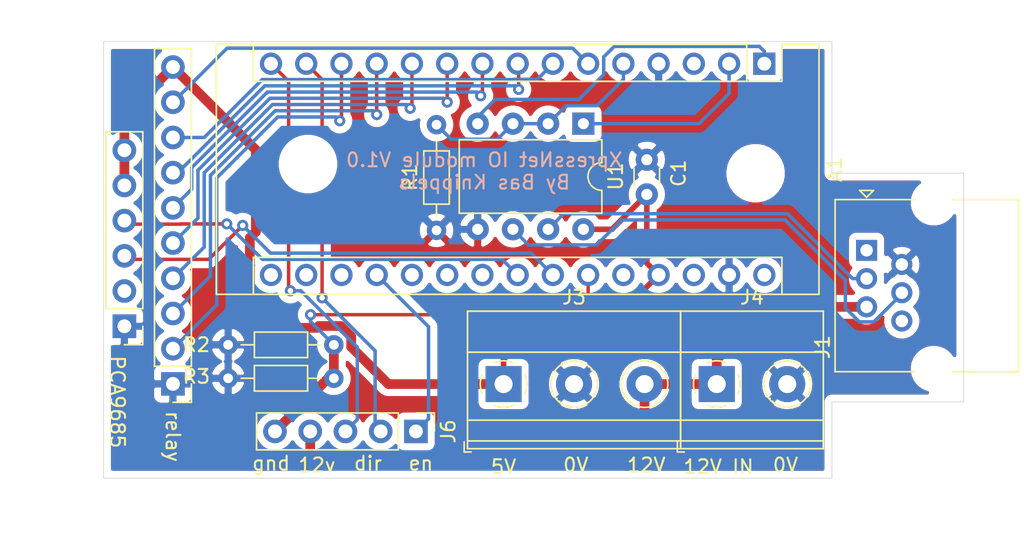
<source format=kicad_pcb>
(kicad_pcb (version 20171130) (host pcbnew "(5.1.12)-1")

  (general
    (thickness 1.6)
    (drawings 22)
    (tracks 173)
    (zones 0)
    (modules 15)
    (nets 36)
  )

  (page A4)
  (layers
    (0 F.Cu signal)
    (31 B.Cu signal)
    (32 B.Adhes user)
    (33 F.Adhes user)
    (34 B.Paste user)
    (35 F.Paste user)
    (36 B.SilkS user)
    (37 F.SilkS user)
    (38 B.Mask user)
    (39 F.Mask user)
    (40 Dwgs.User user)
    (41 Cmts.User user)
    (42 Eco1.User user)
    (43 Eco2.User user)
    (44 Edge.Cuts user)
    (45 Margin user)
    (46 B.CrtYd user)
    (47 F.CrtYd user hide)
    (48 B.Fab user)
    (49 F.Fab user hide)
  )

  (setup
    (last_trace_width 0.25)
    (user_trace_width 0.4)
    (user_trace_width 0.5)
    (user_trace_width 0.7)
    (trace_clearance 0.2)
    (zone_clearance 0.508)
    (zone_45_only no)
    (trace_min 0.2)
    (via_size 0.8)
    (via_drill 0.4)
    (via_min_size 0.4)
    (via_min_drill 0.3)
    (uvia_size 0.3)
    (uvia_drill 0.1)
    (uvias_allowed no)
    (uvia_min_size 0.2)
    (uvia_min_drill 0.1)
    (edge_width 0.05)
    (segment_width 0.2)
    (pcb_text_width 0.3)
    (pcb_text_size 1.5 1.5)
    (mod_edge_width 0.12)
    (mod_text_size 1 1)
    (mod_text_width 0.15)
    (pad_size 1.524 1.524)
    (pad_drill 0.762)
    (pad_to_mask_clearance 0)
    (aux_axis_origin 0 0)
    (visible_elements 7FFFFFFF)
    (pcbplotparams
      (layerselection 0x010fc_ffffffff)
      (usegerberextensions false)
      (usegerberattributes true)
      (usegerberadvancedattributes true)
      (creategerberjobfile true)
      (excludeedgelayer true)
      (linewidth 0.100000)
      (plotframeref false)
      (viasonmask false)
      (mode 1)
      (useauxorigin false)
      (hpglpennumber 1)
      (hpglpenspeed 20)
      (hpglpendiameter 15.000000)
      (psnegative false)
      (psa4output false)
      (plotreference true)
      (plotvalue true)
      (plotinvisibletext false)
      (padsonsilk false)
      (subtractmaskfromsilk false)
      (outputformat 1)
      (mirror false)
      (drillshape 0)
      (scaleselection 1)
      (outputdirectory ""))
  )

  (net 0 "")
  (net 1 /En)
  (net 2 /dir2)
  (net 3 "Net-(A1-Pad30)")
  (net 4 /dir1)
  (net 5 GND)
  (net 6 /Rel8)
  (net 7 "Net-(A1-Pad28)")
  (net 8 /Rel7)
  (net 9 +5V)
  (net 10 /Rel6)
  (net 11 "Net-(A1-Pad26)")
  (net 12 /Rel5)
  (net 13 /CS)
  (net 14 /Rel4)
  (net 15 /SCL)
  (net 16 /Rel3)
  (net 17 /SDA)
  (net 18 /Rel2)
  (net 19 "Net-(A1-Pad22)")
  (net 20 /Rel1)
  (net 21 "Net-(A1-Pad21)")
  (net 22 /dir)
  (net 23 "Net-(A1-Pad20)")
  (net 24 "Net-(A1-Pad3)")
  (net 25 "Net-(A1-Pad18)")
  (net 26 /Rx)
  (net 27 "Net-(A1-Pad17)")
  (net 28 /Tx)
  (net 29 "Net-(J1-Pad6)")
  (net 30 +12V)
  (net 31 "Net-(J1-Pad4)")
  (net 32 "Net-(J1-Pad3)")
  (net 33 "Net-(J1-Pad1)")
  (net 34 "Net-(J5-Pad2)")
  (net 35 "Net-(A1-Pad16)")

  (net_class Default "This is the default net class."
    (clearance 0.2)
    (trace_width 0.25)
    (via_dia 0.8)
    (via_drill 0.4)
    (uvia_dia 0.3)
    (uvia_drill 0.1)
    (add_net +12V)
    (add_net +5V)
    (add_net /CS)
    (add_net /En)
    (add_net /Rel1)
    (add_net /Rel2)
    (add_net /Rel3)
    (add_net /Rel4)
    (add_net /Rel5)
    (add_net /Rel6)
    (add_net /Rel7)
    (add_net /Rel8)
    (add_net /Rx)
    (add_net /SCL)
    (add_net /SDA)
    (add_net /Tx)
    (add_net /dir)
    (add_net /dir1)
    (add_net /dir2)
    (add_net GND)
    (add_net "Net-(A1-Pad16)")
    (add_net "Net-(A1-Pad17)")
    (add_net "Net-(A1-Pad18)")
    (add_net "Net-(A1-Pad20)")
    (add_net "Net-(A1-Pad21)")
    (add_net "Net-(A1-Pad22)")
    (add_net "Net-(A1-Pad26)")
    (add_net "Net-(A1-Pad28)")
    (add_net "Net-(A1-Pad3)")
    (add_net "Net-(A1-Pad30)")
    (add_net "Net-(J1-Pad1)")
    (add_net "Net-(J1-Pad3)")
    (add_net "Net-(J1-Pad4)")
    (add_net "Net-(J1-Pad6)")
    (add_net "Net-(J5-Pad2)")
  )

  (module Connector_PinHeader_2.54mm:PinHeader_1x05_P2.54mm_Vertical (layer F.Cu) (tedit 59FED5CC) (tstamp 6192B2AA)
    (at 181.516 128.127 270)
    (descr "Through hole straight pin header, 1x05, 2.54mm pitch, single row")
    (tags "Through hole pin header THT 1x05 2.54mm single row")
    (path /6194F9A8)
    (fp_text reference J6 (at 0 -2.33 90) (layer F.SilkS)
      (effects (font (size 1 1) (thickness 0.15)))
    )
    (fp_text value PWM (at 0 12.49 90) (layer F.Fab)
      (effects (font (size 1 1) (thickness 0.15)))
    )
    (fp_line (start -0.635 -1.27) (end 1.27 -1.27) (layer F.Fab) (width 0.1))
    (fp_line (start 1.27 -1.27) (end 1.27 11.43) (layer F.Fab) (width 0.1))
    (fp_line (start 1.27 11.43) (end -1.27 11.43) (layer F.Fab) (width 0.1))
    (fp_line (start -1.27 11.43) (end -1.27 -0.635) (layer F.Fab) (width 0.1))
    (fp_line (start -1.27 -0.635) (end -0.635 -1.27) (layer F.Fab) (width 0.1))
    (fp_line (start -1.33 11.49) (end 1.33 11.49) (layer F.SilkS) (width 0.12))
    (fp_line (start -1.33 1.27) (end -1.33 11.49) (layer F.SilkS) (width 0.12))
    (fp_line (start 1.33 1.27) (end 1.33 11.49) (layer F.SilkS) (width 0.12))
    (fp_line (start -1.33 1.27) (end 1.33 1.27) (layer F.SilkS) (width 0.12))
    (fp_line (start -1.33 0) (end -1.33 -1.33) (layer F.SilkS) (width 0.12))
    (fp_line (start -1.33 -1.33) (end 0 -1.33) (layer F.SilkS) (width 0.12))
    (fp_line (start -1.8 -1.8) (end -1.8 11.95) (layer F.CrtYd) (width 0.05))
    (fp_line (start -1.8 11.95) (end 1.8 11.95) (layer F.CrtYd) (width 0.05))
    (fp_line (start 1.8 11.95) (end 1.8 -1.8) (layer F.CrtYd) (width 0.05))
    (fp_line (start 1.8 -1.8) (end -1.8 -1.8) (layer F.CrtYd) (width 0.05))
    (fp_text user %R (at 0 5.08) (layer F.Fab)
      (effects (font (size 1 1) (thickness 0.15)))
    )
    (pad 5 thru_hole oval (at 0 10.16 270) (size 1.7 1.7) (drill 1) (layers *.Cu *.Mask)
      (net 13 /CS))
    (pad 4 thru_hole oval (at 0 7.62 270) (size 1.7 1.7) (drill 1) (layers *.Cu *.Mask)
      (net 30 +12V))
    (pad 3 thru_hole oval (at 0 5.08 270) (size 1.7 1.7) (drill 1) (layers *.Cu *.Mask)
      (net 2 /dir2))
    (pad 2 thru_hole oval (at 0 2.54 270) (size 1.7 1.7) (drill 1) (layers *.Cu *.Mask)
      (net 4 /dir1))
    (pad 1 thru_hole rect (at 0 0 270) (size 1.7 1.7) (drill 1) (layers *.Cu *.Mask)
      (net 1 /En))
    (model ${KISYS3DMOD}/Connector_PinHeader_2.54mm.3dshapes/PinHeader_1x05_P2.54mm_Vertical.wrl
      (at (xyz 0 0 0))
      (scale (xyz 1 1 1))
      (rotate (xyz 0 0 0))
    )
  )

  (module MountingHole:MountingHole_3.2mm_M3 (layer F.Cu) (tedit 56D1B4CB) (tstamp 61928CC9)
    (at 173.736 108.839)
    (descr "Mounting Hole 3.2mm, no annular, M3")
    (tags "mounting hole 3.2mm no annular m3")
    (attr virtual)
    (fp_text reference REF** (at 0 -4.2) (layer F.Fab)
      (effects (font (size 1 1) (thickness 0.15)))
    )
    (fp_text value MountingHole_3.2mm_M3 (at 0 4.2) (layer F.Fab)
      (effects (font (size 1 1) (thickness 0.15)))
    )
    (fp_circle (center 0 0) (end 3.2 0) (layer Cmts.User) (width 0.15))
    (fp_circle (center 0 0) (end 3.45 0) (layer F.CrtYd) (width 0.05))
    (fp_text user %R (at 0.3 0) (layer F.Fab)
      (effects (font (size 1 1) (thickness 0.15)))
    )
    (pad 1 np_thru_hole circle (at 0 0) (size 3.2 3.2) (drill 3.2) (layers *.Cu *.Mask))
  )

  (module MountingHole:MountingHole_3.2mm_M3 (layer F.Cu) (tedit 56D1B4CB) (tstamp 6192EEB6)
    (at 180.5 122.5)
    (descr "Mounting Hole 3.2mm, no annular, M3")
    (tags "mounting hole 3.2mm no annular m3")
    (attr virtual)
    (fp_text reference REF** (at 0 -4.2) (layer F.Fab)
      (effects (font (size 1 1) (thickness 0.15)))
    )
    (fp_text value MountingHole_3.2mm_M3 (at 0 4.2) (layer F.Fab)
      (effects (font (size 1 1) (thickness 0.15)))
    )
    (fp_circle (center 0 0) (end 3.2 0) (layer Cmts.User) (width 0.15))
    (fp_circle (center 0 0) (end 3.45 0) (layer F.CrtYd) (width 0.05))
    (fp_text user %R (at 0.3 0) (layer F.Fab)
      (effects (font (size 1 1) (thickness 0.15)))
    )
    (pad 1 np_thru_hole circle (at 0 0) (size 3.2 3.2) (drill 3.2) (layers *.Cu *.Mask))
  )

  (module MountingHole:MountingHole_3.2mm_M3 (layer F.Cu) (tedit 56D1B4CB) (tstamp 6192EE97)
    (at 206 109.5)
    (descr "Mounting Hole 3.2mm, no annular, M3")
    (tags "mounting hole 3.2mm no annular m3")
    (attr virtual)
    (fp_text reference REF** (at 0 -4.2) (layer F.Fab)
      (effects (font (size 1 1) (thickness 0.15)))
    )
    (fp_text value MountingHole_3.2mm_M3 (at 0 4.2) (layer F.Fab)
      (effects (font (size 1 1) (thickness 0.15)))
    )
    (fp_circle (center 0 0) (end 3.2 0) (layer Cmts.User) (width 0.15))
    (fp_circle (center 0 0) (end 3.45 0) (layer F.CrtYd) (width 0.05))
    (fp_text user %R (at 0.3 0) (layer F.Fab)
      (effects (font (size 1 1) (thickness 0.15)))
    )
    (pad 1 np_thru_hole circle (at 0 0) (size 3.2 3.2) (drill 3.2) (layers *.Cu *.Mask))
  )

  (module Capacitor_THT:C_Disc_D3.0mm_W1.6mm_P2.50mm (layer F.Cu) (tedit 5AE50EF0) (tstamp 6192E76A)
    (at 198.159 111.0295 90)
    (descr "C, Disc series, Radial, pin pitch=2.50mm, , diameter*width=3.0*1.6mm^2, Capacitor, http://www.vishay.com/docs/45233/krseries.pdf")
    (tags "C Disc series Radial pin pitch 2.50mm  diameter 3.0mm width 1.6mm Capacitor")
    (path /61957305)
    (fp_text reference C1 (at 1.524 2.286 90) (layer F.SilkS)
      (effects (font (size 1 1) (thickness 0.15)))
    )
    (fp_text value C (at 1.25 2.05 90) (layer F.Fab)
      (effects (font (size 1 1) (thickness 0.15)))
    )
    (fp_line (start -0.25 -0.8) (end -0.25 0.8) (layer F.Fab) (width 0.1))
    (fp_line (start -0.25 0.8) (end 2.75 0.8) (layer F.Fab) (width 0.1))
    (fp_line (start 2.75 0.8) (end 2.75 -0.8) (layer F.Fab) (width 0.1))
    (fp_line (start 2.75 -0.8) (end -0.25 -0.8) (layer F.Fab) (width 0.1))
    (fp_line (start 0.621 -0.92) (end 1.879 -0.92) (layer F.SilkS) (width 0.12))
    (fp_line (start 0.621 0.92) (end 1.879 0.92) (layer F.SilkS) (width 0.12))
    (fp_line (start -1.05 -1.05) (end -1.05 1.05) (layer F.CrtYd) (width 0.05))
    (fp_line (start -1.05 1.05) (end 3.55 1.05) (layer F.CrtYd) (width 0.05))
    (fp_line (start 3.55 1.05) (end 3.55 -1.05) (layer F.CrtYd) (width 0.05))
    (fp_line (start 3.55 -1.05) (end -1.05 -1.05) (layer F.CrtYd) (width 0.05))
    (fp_text user %R (at 1.25 0 90) (layer F.Fab)
      (effects (font (size 0.6 0.6) (thickness 0.09)))
    )
    (pad 2 thru_hole circle (at 2.5 0 90) (size 1.6 1.6) (drill 0.8) (layers *.Cu *.Mask)
      (net 5 GND))
    (pad 1 thru_hole circle (at 0 0 90) (size 1.6 1.6) (drill 0.8) (layers *.Cu *.Mask)
      (net 9 +5V))
    (model ${KISYS3DMOD}/Capacitor_THT.3dshapes/C_Disc_D3.0mm_W1.6mm_P2.50mm.wrl
      (at (xyz 0 0 0))
      (scale (xyz 1 1 1))
      (rotate (xyz 0 0 0))
    )
  )

  (module Package_DIP:DIP-8_W7.62mm (layer F.Cu) (tedit 5A02E8C5) (tstamp 6192C1BE)
    (at 193.587 105.926 270)
    (descr "8-lead though-hole mounted DIP package, row spacing 7.62 mm (300 mils)")
    (tags "THT DIP DIL PDIP 2.54mm 7.62mm 300mil")
    (path /61927045)
    (fp_text reference U1 (at 3.81 -2.33 90) (layer F.SilkS)
      (effects (font (size 1 1) (thickness 0.15)))
    )
    (fp_text value MAX485E (at 3.81 9.95 90) (layer F.Fab)
      (effects (font (size 1 1) (thickness 0.15)))
    )
    (fp_line (start 1.635 -1.27) (end 6.985 -1.27) (layer F.Fab) (width 0.1))
    (fp_line (start 6.985 -1.27) (end 6.985 8.89) (layer F.Fab) (width 0.1))
    (fp_line (start 6.985 8.89) (end 0.635 8.89) (layer F.Fab) (width 0.1))
    (fp_line (start 0.635 8.89) (end 0.635 -0.27) (layer F.Fab) (width 0.1))
    (fp_line (start 0.635 -0.27) (end 1.635 -1.27) (layer F.Fab) (width 0.1))
    (fp_line (start 2.81 -1.33) (end 1.16 -1.33) (layer F.SilkS) (width 0.12))
    (fp_line (start 1.16 -1.33) (end 1.16 8.95) (layer F.SilkS) (width 0.12))
    (fp_line (start 1.16 8.95) (end 6.46 8.95) (layer F.SilkS) (width 0.12))
    (fp_line (start 6.46 8.95) (end 6.46 -1.33) (layer F.SilkS) (width 0.12))
    (fp_line (start 6.46 -1.33) (end 4.81 -1.33) (layer F.SilkS) (width 0.12))
    (fp_line (start -1.1 -1.55) (end -1.1 9.15) (layer F.CrtYd) (width 0.05))
    (fp_line (start -1.1 9.15) (end 8.7 9.15) (layer F.CrtYd) (width 0.05))
    (fp_line (start 8.7 9.15) (end 8.7 -1.55) (layer F.CrtYd) (width 0.05))
    (fp_line (start 8.7 -1.55) (end -1.1 -1.55) (layer F.CrtYd) (width 0.05))
    (fp_text user %R (at 3.81 3.81 90) (layer F.Fab)
      (effects (font (size 1 1) (thickness 0.15)))
    )
    (fp_arc (start 3.81 -1.33) (end 2.81 -1.33) (angle -180) (layer F.SilkS) (width 0.12))
    (pad 8 thru_hole oval (at 7.62 0 270) (size 1.6 1.6) (drill 0.8) (layers *.Cu *.Mask)
      (net 9 +5V))
    (pad 4 thru_hole oval (at 0 7.62 270) (size 1.6 1.6) (drill 0.8) (layers *.Cu *.Mask)
      (net 28 /Tx))
    (pad 7 thru_hole oval (at 7.62 2.54 270) (size 1.6 1.6) (drill 0.8) (layers *.Cu *.Mask)
      (net 32 "Net-(J1-Pad3)"))
    (pad 3 thru_hole oval (at 0 5.08 270) (size 1.6 1.6) (drill 0.8) (layers *.Cu *.Mask)
      (net 22 /dir))
    (pad 6 thru_hole oval (at 7.62 5.08 270) (size 1.6 1.6) (drill 0.8) (layers *.Cu *.Mask)
      (net 31 "Net-(J1-Pad4)"))
    (pad 2 thru_hole oval (at 0 2.54 270) (size 1.6 1.6) (drill 0.8) (layers *.Cu *.Mask)
      (net 22 /dir))
    (pad 5 thru_hole oval (at 7.62 7.62 270) (size 1.6 1.6) (drill 0.8) (layers *.Cu *.Mask)
      (net 5 GND))
    (pad 1 thru_hole rect (at 0 0 270) (size 1.6 1.6) (drill 0.8) (layers *.Cu *.Mask)
      (net 26 /Rx))
    (model ${KISYS3DMOD}/Package_DIP.3dshapes/DIP-8_W7.62mm.wrl
      (at (xyz 0 0 0))
      (scale (xyz 1 1 1))
      (rotate (xyz 0 0 0))
    )
  )

  (module Resistor_THT:R_Axial_DIN0204_L3.6mm_D1.6mm_P7.62mm_Horizontal (layer F.Cu) (tedit 5AE5139B) (tstamp 6192A9FB)
    (at 175.599 124.294 180)
    (descr "Resistor, Axial_DIN0204 series, Axial, Horizontal, pin pitch=7.62mm, 0.167W, length*diameter=3.6*1.6mm^2, http://cdn-reichelt.de/documents/datenblatt/B400/1_4W%23YAG.pdf")
    (tags "Resistor Axial_DIN0204 series Axial Horizontal pin pitch 7.62mm 0.167W length 3.6mm diameter 1.6mm")
    (path /619812C7)
    (fp_text reference R3 (at 9.906 0.127) (layer F.SilkS)
      (effects (font (size 1 1) (thickness 0.15)))
    )
    (fp_text value 1R (at 3.81 1.92) (layer F.Fab)
      (effects (font (size 1 1) (thickness 0.15)))
    )
    (fp_line (start 2.01 -0.8) (end 2.01 0.8) (layer F.Fab) (width 0.1))
    (fp_line (start 2.01 0.8) (end 5.61 0.8) (layer F.Fab) (width 0.1))
    (fp_line (start 5.61 0.8) (end 5.61 -0.8) (layer F.Fab) (width 0.1))
    (fp_line (start 5.61 -0.8) (end 2.01 -0.8) (layer F.Fab) (width 0.1))
    (fp_line (start 0 0) (end 2.01 0) (layer F.Fab) (width 0.1))
    (fp_line (start 7.62 0) (end 5.61 0) (layer F.Fab) (width 0.1))
    (fp_line (start 1.89 -0.92) (end 1.89 0.92) (layer F.SilkS) (width 0.12))
    (fp_line (start 1.89 0.92) (end 5.73 0.92) (layer F.SilkS) (width 0.12))
    (fp_line (start 5.73 0.92) (end 5.73 -0.92) (layer F.SilkS) (width 0.12))
    (fp_line (start 5.73 -0.92) (end 1.89 -0.92) (layer F.SilkS) (width 0.12))
    (fp_line (start 0.94 0) (end 1.89 0) (layer F.SilkS) (width 0.12))
    (fp_line (start 6.68 0) (end 5.73 0) (layer F.SilkS) (width 0.12))
    (fp_line (start -0.95 -1.05) (end -0.95 1.05) (layer F.CrtYd) (width 0.05))
    (fp_line (start -0.95 1.05) (end 8.57 1.05) (layer F.CrtYd) (width 0.05))
    (fp_line (start 8.57 1.05) (end 8.57 -1.05) (layer F.CrtYd) (width 0.05))
    (fp_line (start 8.57 -1.05) (end -0.95 -1.05) (layer F.CrtYd) (width 0.05))
    (fp_text user %R (at 3.81 0) (layer F.Fab)
      (effects (font (size 0.72 0.72) (thickness 0.108)))
    )
    (pad 2 thru_hole oval (at 7.62 0 180) (size 1.4 1.4) (drill 0.7) (layers *.Cu *.Mask)
      (net 5 GND))
    (pad 1 thru_hole circle (at 0 0 180) (size 1.4 1.4) (drill 0.7) (layers *.Cu *.Mask)
      (net 13 /CS))
    (model ${KISYS3DMOD}/Resistor_THT.3dshapes/R_Axial_DIN0204_L3.6mm_D1.6mm_P7.62mm_Horizontal.wrl
      (at (xyz 0 0 0))
      (scale (xyz 1 1 1))
      (rotate (xyz 0 0 0))
    )
  )

  (module Resistor_THT:R_Axial_DIN0204_L3.6mm_D1.6mm_P7.62mm_Horizontal (layer F.Cu) (tedit 5AE5139B) (tstamp 6192A9E4)
    (at 175.599 121.881 180)
    (descr "Resistor, Axial_DIN0204 series, Axial, Horizontal, pin pitch=7.62mm, 0.167W, length*diameter=3.6*1.6mm^2, http://cdn-reichelt.de/documents/datenblatt/B400/1_4W%23YAG.pdf")
    (tags "Resistor Axial_DIN0204 series Axial Horizontal pin pitch 7.62mm 0.167W length 3.6mm diameter 1.6mm")
    (path /619817EF)
    (fp_text reference R2 (at 9.906 0) (layer F.SilkS)
      (effects (font (size 1 1) (thickness 0.15)))
    )
    (fp_text value 1R (at 3.81 1.92) (layer F.Fab)
      (effects (font (size 1 1) (thickness 0.15)))
    )
    (fp_line (start 2.01 -0.8) (end 2.01 0.8) (layer F.Fab) (width 0.1))
    (fp_line (start 2.01 0.8) (end 5.61 0.8) (layer F.Fab) (width 0.1))
    (fp_line (start 5.61 0.8) (end 5.61 -0.8) (layer F.Fab) (width 0.1))
    (fp_line (start 5.61 -0.8) (end 2.01 -0.8) (layer F.Fab) (width 0.1))
    (fp_line (start 0 0) (end 2.01 0) (layer F.Fab) (width 0.1))
    (fp_line (start 7.62 0) (end 5.61 0) (layer F.Fab) (width 0.1))
    (fp_line (start 1.89 -0.92) (end 1.89 0.92) (layer F.SilkS) (width 0.12))
    (fp_line (start 1.89 0.92) (end 5.73 0.92) (layer F.SilkS) (width 0.12))
    (fp_line (start 5.73 0.92) (end 5.73 -0.92) (layer F.SilkS) (width 0.12))
    (fp_line (start 5.73 -0.92) (end 1.89 -0.92) (layer F.SilkS) (width 0.12))
    (fp_line (start 0.94 0) (end 1.89 0) (layer F.SilkS) (width 0.12))
    (fp_line (start 6.68 0) (end 5.73 0) (layer F.SilkS) (width 0.12))
    (fp_line (start -0.95 -1.05) (end -0.95 1.05) (layer F.CrtYd) (width 0.05))
    (fp_line (start -0.95 1.05) (end 8.57 1.05) (layer F.CrtYd) (width 0.05))
    (fp_line (start 8.57 1.05) (end 8.57 -1.05) (layer F.CrtYd) (width 0.05))
    (fp_line (start 8.57 -1.05) (end -0.95 -1.05) (layer F.CrtYd) (width 0.05))
    (fp_text user %R (at 3.81 0) (layer F.Fab)
      (effects (font (size 0.72 0.72) (thickness 0.108)))
    )
    (pad 2 thru_hole oval (at 7.62 0 180) (size 1.4 1.4) (drill 0.7) (layers *.Cu *.Mask)
      (net 5 GND))
    (pad 1 thru_hole circle (at 0 0 180) (size 1.4 1.4) (drill 0.7) (layers *.Cu *.Mask)
      (net 13 /CS))
    (model ${KISYS3DMOD}/Resistor_THT.3dshapes/R_Axial_DIN0204_L3.6mm_D1.6mm_P7.62mm_Horizontal.wrl
      (at (xyz 0 0 0))
      (scale (xyz 1 1 1))
      (rotate (xyz 0 0 0))
    )
  )

  (module Resistor_THT:R_Axial_DIN0204_L3.6mm_D1.6mm_P7.62mm_Horizontal (layer F.Cu) (tedit 5AE5139B) (tstamp 6192A9CD)
    (at 183 113.62 90)
    (descr "Resistor, Axial_DIN0204 series, Axial, Horizontal, pin pitch=7.62mm, 0.167W, length*diameter=3.6*1.6mm^2, http://cdn-reichelt.de/documents/datenblatt/B400/1_4W%23YAG.pdf")
    (tags "Resistor Axial_DIN0204 series Axial Horizontal pin pitch 7.62mm 0.167W length 3.6mm diameter 1.6mm")
    (path /6192F0B0)
    (fp_text reference R1 (at 3.81 -1.92 90) (layer F.SilkS)
      (effects (font (size 1 1) (thickness 0.15)))
    )
    (fp_text value R (at 3.81 1.92 90) (layer F.Fab)
      (effects (font (size 1 1) (thickness 0.15)))
    )
    (fp_line (start 2.01 -0.8) (end 2.01 0.8) (layer F.Fab) (width 0.1))
    (fp_line (start 2.01 0.8) (end 5.61 0.8) (layer F.Fab) (width 0.1))
    (fp_line (start 5.61 0.8) (end 5.61 -0.8) (layer F.Fab) (width 0.1))
    (fp_line (start 5.61 -0.8) (end 2.01 -0.8) (layer F.Fab) (width 0.1))
    (fp_line (start 0 0) (end 2.01 0) (layer F.Fab) (width 0.1))
    (fp_line (start 7.62 0) (end 5.61 0) (layer F.Fab) (width 0.1))
    (fp_line (start 1.89 -0.92) (end 1.89 0.92) (layer F.SilkS) (width 0.12))
    (fp_line (start 1.89 0.92) (end 5.73 0.92) (layer F.SilkS) (width 0.12))
    (fp_line (start 5.73 0.92) (end 5.73 -0.92) (layer F.SilkS) (width 0.12))
    (fp_line (start 5.73 -0.92) (end 1.89 -0.92) (layer F.SilkS) (width 0.12))
    (fp_line (start 0.94 0) (end 1.89 0) (layer F.SilkS) (width 0.12))
    (fp_line (start 6.68 0) (end 5.73 0) (layer F.SilkS) (width 0.12))
    (fp_line (start -0.95 -1.05) (end -0.95 1.05) (layer F.CrtYd) (width 0.05))
    (fp_line (start -0.95 1.05) (end 8.57 1.05) (layer F.CrtYd) (width 0.05))
    (fp_line (start 8.57 1.05) (end 8.57 -1.05) (layer F.CrtYd) (width 0.05))
    (fp_line (start 8.57 -1.05) (end -0.95 -1.05) (layer F.CrtYd) (width 0.05))
    (fp_text user %R (at 3.81 0 90) (layer F.Fab)
      (effects (font (size 0.72 0.72) (thickness 0.108)))
    )
    (pad 2 thru_hole oval (at 7.62 0 90) (size 1.4 1.4) (drill 0.7) (layers *.Cu *.Mask)
      (net 22 /dir))
    (pad 1 thru_hole circle (at 0 0 90) (size 1.4 1.4) (drill 0.7) (layers *.Cu *.Mask)
      (net 5 GND))
    (model ${KISYS3DMOD}/Resistor_THT.3dshapes/R_Axial_DIN0204_L3.6mm_D1.6mm_P7.62mm_Horizontal.wrl
      (at (xyz 0 0 0))
      (scale (xyz 1 1 1))
      (rotate (xyz 0 0 0))
    )
  )

  (module Connector_PinHeader_2.54mm:PinHeader_1x06_P2.54mm_Vertical (layer F.Cu) (tedit 59FED5CC) (tstamp 6192A99C)
    (at 160.5 120.54 180)
    (descr "Through hole straight pin header, 1x06, 2.54mm pitch, single row")
    (tags "Through hole pin header THT 1x06 2.54mm single row")
    (path /61963F4F)
    (fp_text reference PCA9685 (at 0.5 -5.46 270 unlocked) (layer F.SilkS)
      (effects (font (size 1 1) (thickness 0.15)))
    )
    (fp_text value PCA9685 (at 0 15.03) (layer F.Fab)
      (effects (font (size 1 1) (thickness 0.15)))
    )
    (fp_line (start -0.635 -1.27) (end 1.27 -1.27) (layer F.Fab) (width 0.1))
    (fp_line (start 1.27 -1.27) (end 1.27 13.97) (layer F.Fab) (width 0.1))
    (fp_line (start 1.27 13.97) (end -1.27 13.97) (layer F.Fab) (width 0.1))
    (fp_line (start -1.27 13.97) (end -1.27 -0.635) (layer F.Fab) (width 0.1))
    (fp_line (start -1.27 -0.635) (end -0.635 -1.27) (layer F.Fab) (width 0.1))
    (fp_line (start -1.33 14.03) (end 1.33 14.03) (layer F.SilkS) (width 0.12))
    (fp_line (start -1.33 1.27) (end -1.33 14.03) (layer F.SilkS) (width 0.12))
    (fp_line (start 1.33 1.27) (end 1.33 14.03) (layer F.SilkS) (width 0.12))
    (fp_line (start -1.33 1.27) (end 1.33 1.27) (layer F.SilkS) (width 0.12))
    (fp_line (start -1.33 0) (end -1.33 -1.33) (layer F.SilkS) (width 0.12))
    (fp_line (start -1.33 -1.33) (end 0 -1.33) (layer F.SilkS) (width 0.12))
    (fp_line (start -1.8 -1.8) (end -1.8 14.5) (layer F.CrtYd) (width 0.05))
    (fp_line (start -1.8 14.5) (end 1.8 14.5) (layer F.CrtYd) (width 0.05))
    (fp_line (start 1.8 14.5) (end 1.8 -1.8) (layer F.CrtYd) (width 0.05))
    (fp_line (start 1.8 -1.8) (end -1.8 -1.8) (layer F.CrtYd) (width 0.05))
    (fp_text user %R (at 0 6.35 90) (layer F.Fab)
      (effects (font (size 1 1) (thickness 0.15)))
    )
    (pad 6 thru_hole oval (at 0 12.7 180) (size 1.7 1.7) (drill 1) (layers *.Cu *.Mask)
      (net 9 +5V))
    (pad 5 thru_hole oval (at 0 10.16 180) (size 1.7 1.7) (drill 1) (layers *.Cu *.Mask)
      (net 9 +5V))
    (pad 4 thru_hole oval (at 0 7.62 180) (size 1.7 1.7) (drill 1) (layers *.Cu *.Mask)
      (net 17 /SDA))
    (pad 3 thru_hole oval (at 0 5.08 180) (size 1.7 1.7) (drill 1) (layers *.Cu *.Mask)
      (net 15 /SCL))
    (pad 2 thru_hole oval (at 0 2.54 180) (size 1.7 1.7) (drill 1) (layers *.Cu *.Mask)
      (net 34 "Net-(J5-Pad2)"))
    (pad 1 thru_hole rect (at 0 0 180) (size 1.7 1.7) (drill 1) (layers *.Cu *.Mask)
      (net 5 GND))
    (model ${KISYS3DMOD}/Connector_PinHeader_2.54mm.3dshapes/PinHeader_1x06_P2.54mm_Vertical.wrl
      (at (xyz 0 0 0))
      (scale (xyz 1 1 1))
      (rotate (xyz 0 0 0))
    )
  )

  (module TerminalBlock_Phoenix:TerminalBlock_Phoenix_MKDS-1,5-2-5.08_1x02_P5.08mm_Horizontal (layer F.Cu) (tedit 5B294EBC) (tstamp 6192A982)
    (at 203.2 124.714)
    (descr "Terminal Block Phoenix MKDS-1,5-2-5.08, 2 pins, pitch 5.08mm, size 10.2x9.8mm^2, drill diamater 1.3mm, pad diameter 2.6mm, see http://www.farnell.com/datasheets/100425.pdf, script-generated using https://github.com/pointhi/kicad-footprint-generator/scripts/TerminalBlock_Phoenix")
    (tags "THT Terminal Block Phoenix MKDS-1,5-2-5.08 pitch 5.08mm size 10.2x9.8mm^2 drill 1.3mm pad 2.6mm")
    (path /619507E4)
    (fp_text reference J4 (at 2.54 -6.26) (layer F.SilkS)
      (effects (font (size 1 1) (thickness 0.15)))
    )
    (fp_text value power_in (at 2.54 5.66) (layer F.Fab)
      (effects (font (size 1 1) (thickness 0.15)))
    )
    (fp_circle (center 0 0) (end 1.5 0) (layer F.Fab) (width 0.1))
    (fp_circle (center 5.08 0) (end 6.58 0) (layer F.Fab) (width 0.1))
    (fp_circle (center 5.08 0) (end 6.76 0) (layer F.SilkS) (width 0.12))
    (fp_line (start -2.54 -5.2) (end 7.62 -5.2) (layer F.Fab) (width 0.1))
    (fp_line (start 7.62 -5.2) (end 7.62 4.6) (layer F.Fab) (width 0.1))
    (fp_line (start 7.62 4.6) (end -2.04 4.6) (layer F.Fab) (width 0.1))
    (fp_line (start -2.04 4.6) (end -2.54 4.1) (layer F.Fab) (width 0.1))
    (fp_line (start -2.54 4.1) (end -2.54 -5.2) (layer F.Fab) (width 0.1))
    (fp_line (start -2.54 4.1) (end 7.62 4.1) (layer F.Fab) (width 0.1))
    (fp_line (start -2.6 4.1) (end 7.68 4.1) (layer F.SilkS) (width 0.12))
    (fp_line (start -2.54 2.6) (end 7.62 2.6) (layer F.Fab) (width 0.1))
    (fp_line (start -2.6 2.6) (end 7.68 2.6) (layer F.SilkS) (width 0.12))
    (fp_line (start -2.54 -2.3) (end 7.62 -2.3) (layer F.Fab) (width 0.1))
    (fp_line (start -2.6 -2.301) (end 7.68 -2.301) (layer F.SilkS) (width 0.12))
    (fp_line (start -2.6 -5.261) (end 7.68 -5.261) (layer F.SilkS) (width 0.12))
    (fp_line (start -2.6 4.66) (end 7.68 4.66) (layer F.SilkS) (width 0.12))
    (fp_line (start -2.6 -5.261) (end -2.6 4.66) (layer F.SilkS) (width 0.12))
    (fp_line (start 7.68 -5.261) (end 7.68 4.66) (layer F.SilkS) (width 0.12))
    (fp_line (start 1.138 -0.955) (end -0.955 1.138) (layer F.Fab) (width 0.1))
    (fp_line (start 0.955 -1.138) (end -1.138 0.955) (layer F.Fab) (width 0.1))
    (fp_line (start 6.218 -0.955) (end 4.126 1.138) (layer F.Fab) (width 0.1))
    (fp_line (start 6.035 -1.138) (end 3.943 0.955) (layer F.Fab) (width 0.1))
    (fp_line (start 6.355 -1.069) (end 6.308 -1.023) (layer F.SilkS) (width 0.12))
    (fp_line (start 4.046 1.239) (end 4.011 1.274) (layer F.SilkS) (width 0.12))
    (fp_line (start 6.15 -1.275) (end 6.115 -1.239) (layer F.SilkS) (width 0.12))
    (fp_line (start 3.853 1.023) (end 3.806 1.069) (layer F.SilkS) (width 0.12))
    (fp_line (start -2.84 4.16) (end -2.84 4.9) (layer F.SilkS) (width 0.12))
    (fp_line (start -2.84 4.9) (end -2.34 4.9) (layer F.SilkS) (width 0.12))
    (fp_line (start -3.04 -5.71) (end -3.04 5.1) (layer F.CrtYd) (width 0.05))
    (fp_line (start -3.04 5.1) (end 8.13 5.1) (layer F.CrtYd) (width 0.05))
    (fp_line (start 8.13 5.1) (end 8.13 -5.71) (layer F.CrtYd) (width 0.05))
    (fp_line (start 8.13 -5.71) (end -3.04 -5.71) (layer F.CrtYd) (width 0.05))
    (fp_text user %R (at 2.54 3.2) (layer F.Fab)
      (effects (font (size 1 1) (thickness 0.15)))
    )
    (fp_arc (start 0 0) (end -0.684 1.535) (angle -25) (layer F.SilkS) (width 0.12))
    (fp_arc (start 0 0) (end -1.535 -0.684) (angle -48) (layer F.SilkS) (width 0.12))
    (fp_arc (start 0 0) (end 0.684 -1.535) (angle -48) (layer F.SilkS) (width 0.12))
    (fp_arc (start 0 0) (end 1.535 0.684) (angle -48) (layer F.SilkS) (width 0.12))
    (fp_arc (start 0 0) (end 0 1.68) (angle -24) (layer F.SilkS) (width 0.12))
    (pad 2 thru_hole circle (at 5.08 0) (size 2.6 2.6) (drill 1.3) (layers *.Cu *.Mask)
      (net 5 GND))
    (pad 1 thru_hole rect (at 0 0) (size 2.6 2.6) (drill 1.3) (layers *.Cu *.Mask)
      (net 30 +12V))
    (model ${KISYS3DMOD}/TerminalBlock_Phoenix.3dshapes/TerminalBlock_Phoenix_MKDS-1,5-2-5.08_1x02_P5.08mm_Horizontal.wrl
      (at (xyz 0 0 0))
      (scale (xyz 1 1 1))
      (rotate (xyz 0 0 0))
    )
  )

  (module TerminalBlock_Phoenix:TerminalBlock_Phoenix_MKDS-1,5-3-5.08_1x03_P5.08mm_Horizontal (layer F.Cu) (tedit 5B294EBC) (tstamp 6192A956)
    (at 187.833 124.714)
    (descr "Terminal Block Phoenix MKDS-1,5-3-5.08, 3 pins, pitch 5.08mm, size 15.2x9.8mm^2, drill diamater 1.3mm, pad diameter 2.6mm, see http://www.farnell.com/datasheets/100425.pdf, script-generated using https://github.com/pointhi/kicad-footprint-generator/scripts/TerminalBlock_Phoenix")
    (tags "THT Terminal Block Phoenix MKDS-1,5-3-5.08 pitch 5.08mm size 15.2x9.8mm^2 drill 1.3mm pad 2.6mm")
    (path /6194E89D)
    (fp_text reference J3 (at 5.08 -6.26) (layer F.SilkS)
      (effects (font (size 1 1) (thickness 0.15)))
    )
    (fp_text value DC-DC (at 5.08 5.66) (layer F.Fab)
      (effects (font (size 1 1) (thickness 0.15)))
    )
    (fp_circle (center 0 0) (end 1.5 0) (layer F.Fab) (width 0.1))
    (fp_circle (center 5.08 0) (end 6.58 0) (layer F.Fab) (width 0.1))
    (fp_circle (center 5.08 0) (end 6.76 0) (layer F.SilkS) (width 0.12))
    (fp_circle (center 10.16 0) (end 11.66 0) (layer F.Fab) (width 0.1))
    (fp_circle (center 10.16 0) (end 11.84 0) (layer F.SilkS) (width 0.12))
    (fp_line (start -2.54 -5.2) (end 12.7 -5.2) (layer F.Fab) (width 0.1))
    (fp_line (start 12.7 -5.2) (end 12.7 4.6) (layer F.Fab) (width 0.1))
    (fp_line (start 12.7 4.6) (end -2.04 4.6) (layer F.Fab) (width 0.1))
    (fp_line (start -2.04 4.6) (end -2.54 4.1) (layer F.Fab) (width 0.1))
    (fp_line (start -2.54 4.1) (end -2.54 -5.2) (layer F.Fab) (width 0.1))
    (fp_line (start -2.54 4.1) (end 12.7 4.1) (layer F.Fab) (width 0.1))
    (fp_line (start -2.6 4.1) (end 12.76 4.1) (layer F.SilkS) (width 0.12))
    (fp_line (start -2.54 2.6) (end 12.7 2.6) (layer F.Fab) (width 0.1))
    (fp_line (start -2.6 2.6) (end 12.76 2.6) (layer F.SilkS) (width 0.12))
    (fp_line (start -2.54 -2.3) (end 12.7 -2.3) (layer F.Fab) (width 0.1))
    (fp_line (start -2.6 -2.301) (end 12.76 -2.301) (layer F.SilkS) (width 0.12))
    (fp_line (start -2.6 -5.261) (end 12.76 -5.261) (layer F.SilkS) (width 0.12))
    (fp_line (start -2.6 4.66) (end 12.76 4.66) (layer F.SilkS) (width 0.12))
    (fp_line (start -2.6 -5.261) (end -2.6 4.66) (layer F.SilkS) (width 0.12))
    (fp_line (start 12.76 -5.261) (end 12.76 4.66) (layer F.SilkS) (width 0.12))
    (fp_line (start 1.138 -0.955) (end -0.955 1.138) (layer F.Fab) (width 0.1))
    (fp_line (start 0.955 -1.138) (end -1.138 0.955) (layer F.Fab) (width 0.1))
    (fp_line (start 6.218 -0.955) (end 4.126 1.138) (layer F.Fab) (width 0.1))
    (fp_line (start 6.035 -1.138) (end 3.943 0.955) (layer F.Fab) (width 0.1))
    (fp_line (start 6.355 -1.069) (end 6.308 -1.023) (layer F.SilkS) (width 0.12))
    (fp_line (start 4.046 1.239) (end 4.011 1.274) (layer F.SilkS) (width 0.12))
    (fp_line (start 6.15 -1.275) (end 6.115 -1.239) (layer F.SilkS) (width 0.12))
    (fp_line (start 3.853 1.023) (end 3.806 1.069) (layer F.SilkS) (width 0.12))
    (fp_line (start 11.298 -0.955) (end 9.206 1.138) (layer F.Fab) (width 0.1))
    (fp_line (start 11.115 -1.138) (end 9.023 0.955) (layer F.Fab) (width 0.1))
    (fp_line (start 11.435 -1.069) (end 11.388 -1.023) (layer F.SilkS) (width 0.12))
    (fp_line (start 9.126 1.239) (end 9.091 1.274) (layer F.SilkS) (width 0.12))
    (fp_line (start 11.23 -1.275) (end 11.195 -1.239) (layer F.SilkS) (width 0.12))
    (fp_line (start 8.933 1.023) (end 8.886 1.069) (layer F.SilkS) (width 0.12))
    (fp_line (start -2.84 4.16) (end -2.84 4.9) (layer F.SilkS) (width 0.12))
    (fp_line (start -2.84 4.9) (end -2.34 4.9) (layer F.SilkS) (width 0.12))
    (fp_line (start -3.04 -5.71) (end -3.04 5.1) (layer F.CrtYd) (width 0.05))
    (fp_line (start -3.04 5.1) (end 13.21 5.1) (layer F.CrtYd) (width 0.05))
    (fp_line (start 13.21 5.1) (end 13.21 -5.71) (layer F.CrtYd) (width 0.05))
    (fp_line (start 13.21 -5.71) (end -3.04 -5.71) (layer F.CrtYd) (width 0.05))
    (fp_text user %R (at 5.08 3.2) (layer F.Fab)
      (effects (font (size 1 1) (thickness 0.15)))
    )
    (fp_arc (start 0 0) (end -0.684 1.535) (angle -25) (layer F.SilkS) (width 0.12))
    (fp_arc (start 0 0) (end -1.535 -0.684) (angle -48) (layer F.SilkS) (width 0.12))
    (fp_arc (start 0 0) (end 0.684 -1.535) (angle -48) (layer F.SilkS) (width 0.12))
    (fp_arc (start 0 0) (end 1.535 0.684) (angle -48) (layer F.SilkS) (width 0.12))
    (fp_arc (start 0 0) (end 0 1.68) (angle -24) (layer F.SilkS) (width 0.12))
    (pad 3 thru_hole circle (at 10.16 0) (size 2.6 2.6) (drill 1.3) (layers *.Cu *.Mask)
      (net 30 +12V))
    (pad 2 thru_hole circle (at 5.08 0) (size 2.6 2.6) (drill 1.3) (layers *.Cu *.Mask)
      (net 5 GND))
    (pad 1 thru_hole rect (at 0 0) (size 2.6 2.6) (drill 1.3) (layers *.Cu *.Mask)
      (net 9 +5V))
    (model ${KISYS3DMOD}/TerminalBlock_Phoenix.3dshapes/TerminalBlock_Phoenix_MKDS-1,5-3-5.08_1x03_P5.08mm_Horizontal.wrl
      (at (xyz 0 0 0))
      (scale (xyz 1 1 1))
      (rotate (xyz 0 0 0))
    )
  )

  (module Connector_PinHeader_2.54mm:PinHeader_1x10_P2.54mm_Vertical (layer F.Cu) (tedit 59FED5CC) (tstamp 6192A921)
    (at 164 124.7 180)
    (descr "Through hole straight pin header, 1x10, 2.54mm pitch, single row")
    (tags "Through hole pin header THT 1x10 2.54mm single row")
    (path /61925A72)
    (fp_text reference relay (at 0 -3.8 270 unlocked) (layer F.SilkS)
      (effects (font (size 1 1) (thickness 0.15)))
    )
    (fp_text value relay (at 0 25.19 180) (layer F.Fab)
      (effects (font (size 1 1) (thickness 0.15)))
    )
    (fp_line (start -0.635 -1.27) (end 1.27 -1.27) (layer F.Fab) (width 0.1))
    (fp_line (start 1.27 -1.27) (end 1.27 24.13) (layer F.Fab) (width 0.1))
    (fp_line (start 1.27 24.13) (end -1.27 24.13) (layer F.Fab) (width 0.1))
    (fp_line (start -1.27 24.13) (end -1.27 -0.635) (layer F.Fab) (width 0.1))
    (fp_line (start -1.27 -0.635) (end -0.635 -1.27) (layer F.Fab) (width 0.1))
    (fp_line (start -1.33 24.19) (end 1.33 24.19) (layer F.SilkS) (width 0.12))
    (fp_line (start -1.33 1.27) (end -1.33 24.19) (layer F.SilkS) (width 0.12))
    (fp_line (start 1.33 1.27) (end 1.33 24.19) (layer F.SilkS) (width 0.12))
    (fp_line (start -1.33 1.27) (end 1.33 1.27) (layer F.SilkS) (width 0.12))
    (fp_line (start -1.33 0) (end -1.33 -1.33) (layer F.SilkS) (width 0.12))
    (fp_line (start -1.33 -1.33) (end 0 -1.33) (layer F.SilkS) (width 0.12))
    (fp_line (start -1.8 -1.8) (end -1.8 24.65) (layer F.CrtYd) (width 0.05))
    (fp_line (start -1.8 24.65) (end 1.8 24.65) (layer F.CrtYd) (width 0.05))
    (fp_line (start 1.8 24.65) (end 1.8 -1.8) (layer F.CrtYd) (width 0.05))
    (fp_line (start 1.8 -1.8) (end -1.8 -1.8) (layer F.CrtYd) (width 0.05))
    (fp_text user %R (at 0 11.43 270) (layer F.Fab)
      (effects (font (size 1 1) (thickness 0.15)))
    )
    (pad 10 thru_hole oval (at 0 22.86 180) (size 1.7 1.7) (drill 1) (layers *.Cu *.Mask)
      (net 9 +5V))
    (pad 9 thru_hole oval (at 0 20.32 180) (size 1.7 1.7) (drill 1) (layers *.Cu *.Mask)
      (net 20 /Rel1))
    (pad 8 thru_hole oval (at 0 17.78 180) (size 1.7 1.7) (drill 1) (layers *.Cu *.Mask)
      (net 18 /Rel2))
    (pad 7 thru_hole oval (at 0 15.24 180) (size 1.7 1.7) (drill 1) (layers *.Cu *.Mask)
      (net 16 /Rel3))
    (pad 6 thru_hole oval (at 0 12.7 180) (size 1.7 1.7) (drill 1) (layers *.Cu *.Mask)
      (net 14 /Rel4))
    (pad 5 thru_hole oval (at 0 10.16 180) (size 1.7 1.7) (drill 1) (layers *.Cu *.Mask)
      (net 12 /Rel5))
    (pad 4 thru_hole oval (at 0 7.62 180) (size 1.7 1.7) (drill 1) (layers *.Cu *.Mask)
      (net 10 /Rel6))
    (pad 3 thru_hole oval (at 0 5.08 180) (size 1.7 1.7) (drill 1) (layers *.Cu *.Mask)
      (net 8 /Rel7))
    (pad 2 thru_hole oval (at 0 2.54 180) (size 1.7 1.7) (drill 1) (layers *.Cu *.Mask)
      (net 6 /Rel8))
    (pad 1 thru_hole rect (at 0 0 180) (size 1.7 1.7) (drill 1) (layers *.Cu *.Mask)
      (net 5 GND))
    (model ${KISYS3DMOD}/Connector_PinHeader_2.54mm.3dshapes/PinHeader_1x10_P2.54mm_Vertical.wrl
      (at (xyz 0 0 0))
      (scale (xyz 1 1 1))
      (rotate (xyz 0 0 0))
    )
  )

  (module Connector_RJ:RJ25_Wayconn_MJEA-660X1_Horizontal (layer F.Cu) (tedit 5DC188C6) (tstamp 6192A903)
    (at 214 115.062 90)
    (descr "RJ25 6P6C Socket 90 degrees, https://wayconn.com/wp-content/themes/way/datasheet/MJEA-660X1XXX_RJ25_6P6C_PCB_RA.pdf")
    (tags "RJ12 RJ18 RJ25 jack connector 6P6C")
    (path /61928C12)
    (fp_text reference J1 (at -6.985 -3.175 90) (layer F.SilkS)
      (effects (font (size 1 1) (thickness 0.15)))
    )
    (fp_text value 6P6C (at -2.55 12.315 90) (layer F.Fab)
      (effects (font (size 1 1) (thickness 0.15)))
    )
    (fp_line (start -8.76 -2.27) (end -8.76 3.47) (layer F.SilkS) (width 0.12))
    (fp_line (start 3.66 -2.27) (end 3.66 3.47) (layer F.SilkS) (width 0.12))
    (fp_line (start -8.76 10.95) (end 3.66 10.95) (layer F.SilkS) (width 0.12))
    (fp_line (start -8.76 -2.27) (end 3.66 -2.27) (layer F.SilkS) (width 0.12))
    (fp_line (start -8.76 6.22) (end -8.76 10.95) (layer F.SilkS) (width 0.12))
    (fp_line (start 3.66 6.22) (end 3.66 10.95) (layer F.SilkS) (width 0.12))
    (fp_line (start -10.2 -2.66) (end 5.1 -2.66) (layer F.CrtYd) (width 0.05))
    (fp_line (start -10.2 -2.66) (end -10.2 11.34) (layer F.CrtYd) (width 0.05))
    (fp_line (start 5.1 11.34) (end 5.1 -2.66) (layer F.CrtYd) (width 0.05))
    (fp_line (start 5.1 11.34) (end -10.2 11.34) (layer F.CrtYd) (width 0.05))
    (fp_line (start -8.65 -2.16) (end -8.65 3.47) (layer F.Fab) (width 0.1))
    (fp_line (start -8.65 10.84) (end 3.55 10.84) (layer F.Fab) (width 0.1))
    (fp_line (start 3.55 6.22) (end 3.55 10.84) (layer F.Fab) (width 0.1))
    (fp_line (start -8.65 6.22) (end -8.65 10.84) (layer F.Fab) (width 0.1))
    (fp_line (start -8.65 -2.16) (end 3.55 -2.16) (layer F.Fab) (width 0.1))
    (fp_line (start 3.55 0.5) (end 3.55 3.47) (layer F.Fab) (width 0.1))
    (fp_line (start 3.55 -2.16) (end 3.55 -0.5) (layer F.Fab) (width 0.1))
    (fp_line (start 3.55 -0.5) (end 3.05 0) (layer F.Fab) (width 0.1))
    (fp_line (start 3.05 0) (end 3.55 0.5) (layer F.Fab) (width 0.1))
    (fp_line (start 3.82 0) (end 4.32 0.5) (layer F.SilkS) (width 0.12))
    (fp_line (start 4.32 -0.5) (end 3.82 0) (layer F.SilkS) (width 0.12))
    (fp_line (start 4.32 -0.5) (end 4.32 0.5) (layer F.SilkS) (width 0.12))
    (fp_text user %R (at -2.55 4.445 90) (layer F.Fab)
      (effects (font (size 1 1) (thickness 0.15)))
    )
    (pad "" np_thru_hole circle (at -8.55 4.84 90) (size 2.3 2.3) (drill 2.3) (layers *.Cu *.Mask))
    (pad "" np_thru_hole circle (at 3.45 4.84 90) (size 2.3 2.3) (drill 2.3) (layers *.Cu *.Mask))
    (pad 6 thru_hole circle (at -5.1 2.54 90) (size 1.52 1.52) (drill 0.9) (layers *.Cu *.Mask)
      (net 29 "Net-(J1-Pad6)"))
    (pad 5 thru_hole circle (at -4.08 0 90) (size 1.52 1.52) (drill 0.9) (layers *.Cu *.Mask)
      (net 30 +12V))
    (pad 4 thru_hole circle (at -3.06 2.54 90) (size 1.52 1.52) (drill 0.9) (layers *.Cu *.Mask)
      (net 31 "Net-(J1-Pad4)"))
    (pad 3 thru_hole circle (at -2.04 0 90) (size 1.52 1.52) (drill 0.9) (layers *.Cu *.Mask)
      (net 32 "Net-(J1-Pad3)"))
    (pad 2 thru_hole circle (at -1.02 2.54 90) (size 1.52 1.52) (drill 0.9) (layers *.Cu *.Mask)
      (net 5 GND))
    (pad 1 thru_hole rect (at 0 0 90) (size 1.52 1.52) (drill 0.9) (layers *.Cu *.Mask)
      (net 33 "Net-(J1-Pad1)"))
    (model ${KISYS3DMOD}/Connector_RJ.3dshapes/RJ25_Wayconn_MJEA-660X1_Horizontal.wrl
      (at (xyz 0 0 0))
      (scale (xyz 1 1 1))
      (rotate (xyz 0 0 0))
    )
  )

  (module Module:Arduino_Nano (layer F.Cu) (tedit 58ACAF70) (tstamp 6192A8E0)
    (at 206.629 101.6 270)
    (descr "Arduino Nano, http://www.mouser.com/pdfdocs/Gravitech_Arduino_Nano3_0.pdf")
    (tags "Arduino Nano")
    (path /61923E36)
    (fp_text reference A1 (at 7.62 -5.08 90) (layer F.SilkS)
      (effects (font (size 1 1) (thickness 0.15)))
    )
    (fp_text value Arduino_Nano_v3.x (at 8.89 19.05) (layer F.Fab)
      (effects (font (size 1 1) (thickness 0.15)))
    )
    (fp_line (start 1.27 1.27) (end 1.27 -1.27) (layer F.SilkS) (width 0.12))
    (fp_line (start 1.27 -1.27) (end -1.4 -1.27) (layer F.SilkS) (width 0.12))
    (fp_line (start -1.4 1.27) (end -1.4 39.5) (layer F.SilkS) (width 0.12))
    (fp_line (start -1.4 -3.94) (end -1.4 -1.27) (layer F.SilkS) (width 0.12))
    (fp_line (start 13.97 -1.27) (end 16.64 -1.27) (layer F.SilkS) (width 0.12))
    (fp_line (start 13.97 -1.27) (end 13.97 36.83) (layer F.SilkS) (width 0.12))
    (fp_line (start 13.97 36.83) (end 16.64 36.83) (layer F.SilkS) (width 0.12))
    (fp_line (start 1.27 1.27) (end -1.4 1.27) (layer F.SilkS) (width 0.12))
    (fp_line (start 1.27 1.27) (end 1.27 36.83) (layer F.SilkS) (width 0.12))
    (fp_line (start 1.27 36.83) (end -1.4 36.83) (layer F.SilkS) (width 0.12))
    (fp_line (start 3.81 31.75) (end 11.43 31.75) (layer F.Fab) (width 0.1))
    (fp_line (start 11.43 31.75) (end 11.43 41.91) (layer F.Fab) (width 0.1))
    (fp_line (start 11.43 41.91) (end 3.81 41.91) (layer F.Fab) (width 0.1))
    (fp_line (start 3.81 41.91) (end 3.81 31.75) (layer F.Fab) (width 0.1))
    (fp_line (start -1.4 39.5) (end 16.64 39.5) (layer F.SilkS) (width 0.12))
    (fp_line (start 16.64 39.5) (end 16.64 -3.94) (layer F.SilkS) (width 0.12))
    (fp_line (start 16.64 -3.94) (end -1.4 -3.94) (layer F.SilkS) (width 0.12))
    (fp_line (start 16.51 39.37) (end -1.27 39.37) (layer F.Fab) (width 0.1))
    (fp_line (start -1.27 39.37) (end -1.27 -2.54) (layer F.Fab) (width 0.1))
    (fp_line (start -1.27 -2.54) (end 0 -3.81) (layer F.Fab) (width 0.1))
    (fp_line (start 0 -3.81) (end 16.51 -3.81) (layer F.Fab) (width 0.1))
    (fp_line (start 16.51 -3.81) (end 16.51 39.37) (layer F.Fab) (width 0.1))
    (fp_line (start -1.53 -4.06) (end 16.75 -4.06) (layer F.CrtYd) (width 0.05))
    (fp_line (start -1.53 -4.06) (end -1.53 42.16) (layer F.CrtYd) (width 0.05))
    (fp_line (start 16.75 42.16) (end 16.75 -4.06) (layer F.CrtYd) (width 0.05))
    (fp_line (start 16.75 42.16) (end -1.53 42.16) (layer F.CrtYd) (width 0.05))
    (fp_text user %R (at 6.35 19.05) (layer F.Fab)
      (effects (font (size 1 1) (thickness 0.15)))
    )
    (pad 16 thru_hole oval (at 15.24 35.56 270) (size 1.6 1.6) (drill 1) (layers *.Cu *.Mask)
      (net 35 "Net-(A1-Pad16)"))
    (pad 15 thru_hole oval (at 0 35.56 270) (size 1.6 1.6) (drill 1) (layers *.Cu *.Mask)
      (net 2 /dir2))
    (pad 30 thru_hole oval (at 15.24 0 270) (size 1.6 1.6) (drill 1) (layers *.Cu *.Mask)
      (net 3 "Net-(A1-Pad30)"))
    (pad 14 thru_hole oval (at 0 33.02 270) (size 1.6 1.6) (drill 1) (layers *.Cu *.Mask)
      (net 4 /dir1))
    (pad 29 thru_hole oval (at 15.24 2.54 270) (size 1.6 1.6) (drill 1) (layers *.Cu *.Mask)
      (net 5 GND))
    (pad 13 thru_hole oval (at 0 30.48 270) (size 1.6 1.6) (drill 1) (layers *.Cu *.Mask)
      (net 6 /Rel8))
    (pad 28 thru_hole oval (at 15.24 5.08 270) (size 1.6 1.6) (drill 1) (layers *.Cu *.Mask)
      (net 7 "Net-(A1-Pad28)"))
    (pad 12 thru_hole oval (at 0 27.94 270) (size 1.6 1.6) (drill 1) (layers *.Cu *.Mask)
      (net 8 /Rel7))
    (pad 27 thru_hole oval (at 15.24 7.62 270) (size 1.6 1.6) (drill 1) (layers *.Cu *.Mask)
      (net 9 +5V))
    (pad 11 thru_hole oval (at 0 25.4 270) (size 1.6 1.6) (drill 1) (layers *.Cu *.Mask)
      (net 10 /Rel6))
    (pad 26 thru_hole oval (at 15.24 10.16 270) (size 1.6 1.6) (drill 1) (layers *.Cu *.Mask)
      (net 11 "Net-(A1-Pad26)"))
    (pad 10 thru_hole oval (at 0 22.86 270) (size 1.6 1.6) (drill 1) (layers *.Cu *.Mask)
      (net 12 /Rel5))
    (pad 25 thru_hole oval (at 15.24 12.7 270) (size 1.6 1.6) (drill 1) (layers *.Cu *.Mask)
      (net 13 /CS))
    (pad 9 thru_hole oval (at 0 20.32 270) (size 1.6 1.6) (drill 1) (layers *.Cu *.Mask)
      (net 14 /Rel4))
    (pad 24 thru_hole oval (at 15.24 15.24 270) (size 1.6 1.6) (drill 1) (layers *.Cu *.Mask)
      (net 15 /SCL))
    (pad 8 thru_hole oval (at 0 17.78 270) (size 1.6 1.6) (drill 1) (layers *.Cu *.Mask)
      (net 16 /Rel3))
    (pad 23 thru_hole oval (at 15.24 17.78 270) (size 1.6 1.6) (drill 1) (layers *.Cu *.Mask)
      (net 17 /SDA))
    (pad 7 thru_hole oval (at 0 15.24 270) (size 1.6 1.6) (drill 1) (layers *.Cu *.Mask)
      (net 18 /Rel2))
    (pad 22 thru_hole oval (at 15.24 20.32 270) (size 1.6 1.6) (drill 1) (layers *.Cu *.Mask)
      (net 19 "Net-(A1-Pad22)"))
    (pad 6 thru_hole oval (at 0 12.7 270) (size 1.6 1.6) (drill 1) (layers *.Cu *.Mask)
      (net 20 /Rel1))
    (pad 21 thru_hole oval (at 15.24 22.86 270) (size 1.6 1.6) (drill 1) (layers *.Cu *.Mask)
      (net 21 "Net-(A1-Pad21)"))
    (pad 5 thru_hole oval (at 0 10.16 270) (size 1.6 1.6) (drill 1) (layers *.Cu *.Mask)
      (net 22 /dir))
    (pad 20 thru_hole oval (at 15.24 25.4 270) (size 1.6 1.6) (drill 1) (layers *.Cu *.Mask)
      (net 23 "Net-(A1-Pad20)"))
    (pad 4 thru_hole oval (at 0 7.62 270) (size 1.6 1.6) (drill 1) (layers *.Cu *.Mask)
      (net 5 GND))
    (pad 19 thru_hole oval (at 15.24 27.94 270) (size 1.6 1.6) (drill 1) (layers *.Cu *.Mask)
      (net 1 /En))
    (pad 3 thru_hole oval (at 0 5.08 270) (size 1.6 1.6) (drill 1) (layers *.Cu *.Mask)
      (net 24 "Net-(A1-Pad3)"))
    (pad 18 thru_hole oval (at 15.24 30.48 270) (size 1.6 1.6) (drill 1) (layers *.Cu *.Mask)
      (net 25 "Net-(A1-Pad18)"))
    (pad 2 thru_hole oval (at 0 2.54 270) (size 1.6 1.6) (drill 1) (layers *.Cu *.Mask)
      (net 26 /Rx))
    (pad 17 thru_hole oval (at 15.24 33.02 270) (size 1.6 1.6) (drill 1) (layers *.Cu *.Mask)
      (net 27 "Net-(A1-Pad17)"))
    (pad 1 thru_hole rect (at 0 0 270) (size 1.6 1.6) (drill 1) (layers *.Cu *.Mask)
      (net 28 /Tx))
    (model ${KISYS3DMOD}/Module.3dshapes/Arduino_Nano_WithMountingHoles.wrl
      (at (xyz 0 0 0))
      (scale (xyz 1 1 1))
      (rotate (xyz 0 0 0))
    )
  )

  (gr_text "XpressNet IO module V1.0\nBy Bas Knippels" (at 186.436 109.347) (layer B.SilkS)
    (effects (font (size 1 1) (thickness 0.15)) (justify mirror))
  )
  (dimension 13.5 (width 0.15) (layer Dwgs.User)
    (gr_text "13.500 mm" (at 218.25 97.7) (layer Dwgs.User)
      (effects (font (size 1 1) (thickness 0.15)))
    )
    (feature1 (pts (xy 225 131.5) (xy 225 98.413579)))
    (feature2 (pts (xy 211.5 131.5) (xy 211.5 98.413579)))
    (crossbar (pts (xy 211.5 99) (xy 225 99)))
    (arrow1a (pts (xy 225 99) (xy 223.873496 99.586421)))
    (arrow1b (pts (xy 225 99) (xy 223.873496 98.413579)))
    (arrow2a (pts (xy 211.5 99) (xy 212.626504 99.586421)))
    (arrow2b (pts (xy 211.5 99) (xy 212.626504 98.413579)))
  )
  (gr_line (start 211.5 109.5) (end 211.5 100) (layer Edge.Cuts) (width 0.05))
  (gr_line (start 221 109.5) (end 211.5 109.5) (layer Edge.Cuts) (width 0.05))
  (gr_line (start 221 126) (end 221 109.5) (layer Edge.Cuts) (width 0.05))
  (gr_line (start 211.5 126) (end 221 126) (layer Edge.Cuts) (width 0.05))
  (gr_line (start 211.5 131.5) (end 211.5 126) (layer Edge.Cuts) (width 0.05))
  (gr_text 5V (at 187.833 130.683) (layer F.SilkS)
    (effects (font (size 1 1) (thickness 0.15)))
  )
  (gr_text 12V (at 198.12 130.556) (layer F.SilkS) (tstamp 6192F146)
    (effects (font (size 1 1) (thickness 0.15)))
  )
  (gr_text 0V (at 193.04 130.556) (layer F.SilkS) (tstamp 6192F140)
    (effects (font (size 1 1) (thickness 0.15)))
  )
  (gr_text 0V (at 208.153 130.556) (layer F.SilkS)
    (effects (font (size 1 1) (thickness 0.15)))
  )
  (gr_text "12V IN" (at 203.327 130.683) (layer F.SilkS)
    (effects (font (size 1 1) (thickness 0.15)))
  )
  (gr_text gnd (at 171.076 130.429) (layer F.SilkS)
    (effects (font (size 1 1) (thickness 0.15)))
  )
  (gr_text 12v (at 174.378 130.556) (layer F.SilkS)
    (effects (font (size 1 1) (thickness 0.15)))
  )
  (gr_text dir (at 178.061 130.429) (layer F.SilkS)
    (effects (font (size 1 1) (thickness 0.15)))
  )
  (gr_text en (at 181.871 130.429) (layer F.SilkS)
    (effects (font (size 1 1) (thickness 0.15)))
  )
  (dimension 31.5 (width 0.15) (layer Dwgs.User)
    (gr_text "31.500 mm" (at 155.2 115.75 90) (layer Dwgs.User)
      (effects (font (size 1 1) (thickness 0.15)))
    )
    (feature1 (pts (xy 159 100) (xy 155.913579 100)))
    (feature2 (pts (xy 159 131.5) (xy 155.913579 131.5)))
    (crossbar (pts (xy 156.5 131.5) (xy 156.5 100)))
    (arrow1a (pts (xy 156.5 100) (xy 157.086421 101.126504)))
    (arrow1b (pts (xy 156.5 100) (xy 155.913579 101.126504)))
    (arrow2a (pts (xy 156.5 131.5) (xy 157.086421 130.373496)))
    (arrow2b (pts (xy 156.5 131.5) (xy 155.913579 130.373496)))
  )
  (dimension 52.5 (width 0.15) (layer Dwgs.User)
    (gr_text "52.500 mm" (at 185.25 136.299999) (layer Dwgs.User)
      (effects (font (size 1 1) (thickness 0.15)))
    )
    (feature1 (pts (xy 211.5 131.5) (xy 211.5 135.58642)))
    (feature2 (pts (xy 159 131.5) (xy 159 135.58642)))
    (crossbar (pts (xy 159 134.999999) (xy 211.5 134.999999)))
    (arrow1a (pts (xy 211.5 134.999999) (xy 210.373496 135.58642)))
    (arrow1b (pts (xy 211.5 134.999999) (xy 210.373496 134.413578)))
    (arrow2a (pts (xy 159 134.999999) (xy 160.126504 135.58642)))
    (arrow2b (pts (xy 159 134.999999) (xy 160.126504 134.413578)))
  )
  (gr_line (start 159 131.5) (end 159.5 131.5) (layer Edge.Cuts) (width 0.05) (tstamp 6192EC14))
  (gr_line (start 159 100) (end 159 131.5) (layer Edge.Cuts) (width 0.05))
  (gr_line (start 211.5 100) (end 159 100) (layer Edge.Cuts) (width 0.05))
  (gr_line (start 159.5 131.5) (end 211.5 131.5) (layer Edge.Cuts) (width 0.05))

  (segment (start 182.425001 120.576001) (end 178.689 116.84) (width 0.25) (layer B.Cu) (net 1))
  (segment (start 182.425001 127.217999) (end 182.425001 120.576001) (width 0.25) (layer B.Cu) (net 1))
  (segment (start 181.516 128.127) (end 182.425001 127.217999) (width 0.25) (layer B.Cu) (net 1))
  (via (at 172.466 117.983) (size 0.8) (drill 0.4) (layers F.Cu B.Cu) (net 2))
  (segment (start 173.218002 117.983) (end 172.466 117.983) (width 0.25) (layer B.Cu) (net 2))
  (segment (start 177.285999 122.050997) (end 173.218002 117.983) (width 0.25) (layer B.Cu) (net 2))
  (segment (start 177.285999 127.277001) (end 177.285999 122.050997) (width 0.25) (layer B.Cu) (net 2))
  (segment (start 176.436 128.127) (end 177.285999 127.277001) (width 0.25) (layer B.Cu) (net 2))
  (segment (start 172.339 102.87) (end 171.069 101.6) (width 0.25) (layer F.Cu) (net 2))
  (segment (start 172.339 106.553) (end 172.339 102.87) (width 0.25) (layer F.Cu) (net 2))
  (segment (start 171.069 107.823) (end 172.339 106.553) (width 0.25) (layer F.Cu) (net 2))
  (segment (start 172.339 111.252) (end 171.069 109.982) (width 0.25) (layer F.Cu) (net 2))
  (segment (start 172.339 117.856) (end 172.339 111.252) (width 0.25) (layer F.Cu) (net 2))
  (segment (start 171.069 109.982) (end 171.069 107.823) (width 0.25) (layer F.Cu) (net 2))
  (segment (start 172.466 117.983) (end 172.339 117.856) (width 0.25) (layer F.Cu) (net 2))
  (via (at 174.751654 118.491346) (size 0.8) (drill 0.4) (layers F.Cu B.Cu) (net 4))
  (segment (start 178.574999 127.725999) (end 178.976 128.127) (width 0.25) (layer B.Cu) (net 4))
  (segment (start 178.574999 122.314691) (end 178.574999 127.725999) (width 0.25) (layer B.Cu) (net 4))
  (segment (start 174.751654 118.491346) (end 178.574999 122.314691) (width 0.25) (layer B.Cu) (net 4))
  (segment (start 174.752 118.491) (end 174.751654 118.491346) (width 0.25) (layer F.Cu) (net 4))
  (segment (start 176.276 110.363) (end 174.752 111.887) (width 0.25) (layer F.Cu) (net 4))
  (segment (start 176.276 107.823) (end 176.276 110.363) (width 0.25) (layer F.Cu) (net 4))
  (segment (start 174.752 111.887) (end 174.752 118.491) (width 0.25) (layer F.Cu) (net 4))
  (segment (start 174.752 106.299) (end 176.276 107.823) (width 0.25) (layer F.Cu) (net 4))
  (segment (start 174.752 102.743) (end 174.752 106.299) (width 0.25) (layer F.Cu) (net 4))
  (segment (start 173.609 101.6) (end 174.752 102.743) (width 0.25) (layer F.Cu) (net 4))
  (via (at 176.022 105.71805) (size 0.8) (drill 0.4) (layers F.Cu B.Cu) (net 6))
  (segment (start 176.149 105.59105) (end 176.022 105.71805) (width 0.25) (layer F.Cu) (net 6))
  (segment (start 176.149 101.6) (end 176.149 105.59105) (width 0.25) (layer F.Cu) (net 6))
  (segment (start 176.022 105.71805) (end 175.74701 105.44306) (width 0.25) (layer B.Cu) (net 6))
  (segment (start 175.74701 105.44306) (end 171.5524 105.44306) (width 0.25) (layer B.Cu) (net 6))
  (segment (start 171.5524 105.44306) (end 167.15404 109.84142) (width 0.25) (layer B.Cu) (net 6))
  (segment (start 167.15404 119.00596) (end 164 122.16) (width 0.25) (layer B.Cu) (net 6))
  (segment (start 167.15404 109.84142) (end 167.15404 119.00596) (width 0.25) (layer B.Cu) (net 6))
  (segment (start 164 119.62) (end 166.70403 116.91597) (width 0.25) (layer B.Cu) (net 8))
  (segment (start 166.70403 116.91597) (end 166.70403 109.65502) (width 0.25) (layer B.Cu) (net 8))
  (segment (start 166.70403 109.65502) (end 171.366 104.99305) (width 0.25) (layer B.Cu) (net 8))
  (via (at 178.689 105.26804) (size 0.8) (drill 0.4) (layers F.Cu B.Cu) (net 8))
  (segment (start 178.41401 104.99305) (end 178.689 105.26804) (width 0.25) (layer B.Cu) (net 8))
  (segment (start 171.366 104.99305) (end 178.41401 104.99305) (width 0.25) (layer B.Cu) (net 8))
  (segment (start 178.689 105.26804) (end 178.689 101.6) (width 0.25) (layer F.Cu) (net 8))
  (segment (start 198.159 115.99) (end 199.009 116.84) (width 0.4) (layer F.Cu) (net 9))
  (segment (start 198.159 111.0295) (end 198.159 115.99) (width 0.4) (layer F.Cu) (net 9))
  (segment (start 195.6425 113.546) (end 198.159 111.0295) (width 0.4) (layer F.Cu) (net 9))
  (segment (start 193.587 113.546) (end 195.6425 113.546) (width 0.4) (layer F.Cu) (net 9))
  (segment (start 187.833 122.936) (end 187.833 124.714) (width 0.4) (layer F.Cu) (net 9))
  (segment (start 189.484 121.285) (end 187.833 122.936) (width 0.4) (layer F.Cu) (net 9))
  (segment (start 194.564 121.285) (end 189.484 121.285) (width 0.4) (layer F.Cu) (net 9))
  (segment (start 199.009 116.84) (end 194.564 121.285) (width 0.4) (layer F.Cu) (net 9))
  (segment (start 174.372849 120.657153) (end 171.838153 120.657153) (width 0.7) (layer F.Cu) (net 9))
  (segment (start 174.507002 120.523) (end 174.372849 120.657153) (width 0.7) (layer F.Cu) (net 9))
  (segment (start 187.833 124.714) (end 179.531998 124.714) (width 0.7) (layer F.Cu) (net 9))
  (segment (start 176.849001 122.031003) (end 176.849001 121.280999) (width 0.7) (layer F.Cu) (net 9))
  (segment (start 179.531998 124.714) (end 176.849001 122.031003) (width 0.7) (layer F.Cu) (net 9))
  (segment (start 176.849001 121.280999) (end 176.091002 120.523) (width 0.7) (layer F.Cu) (net 9))
  (segment (start 176.091002 120.523) (end 174.507002 120.523) (width 0.7) (layer F.Cu) (net 9))
  (segment (start 169.979789 107.819789) (end 164 101.84) (width 0.7) (layer F.Cu) (net 9))
  (segment (start 169.545 114.158272) (end 169.979789 113.723483) (width 0.7) (layer F.Cu) (net 9))
  (segment (start 169.545 118.364) (end 169.545 114.158272) (width 0.7) (layer F.Cu) (net 9))
  (segment (start 169.979789 113.723483) (end 169.979789 107.819789) (width 0.7) (layer F.Cu) (net 9))
  (segment (start 171.838153 120.657153) (end 169.545 118.364) (width 0.7) (layer F.Cu) (net 9))
  (segment (start 160.5 110.38) (end 160.5 107.84) (width 0.7) (layer F.Cu) (net 9))
  (segment (start 160.5 105.34) (end 164 101.84) (width 0.7) (layer F.Cu) (net 9))
  (segment (start 160.5 107.84) (end 160.5 105.34) (width 0.7) (layer F.Cu) (net 9))
  (via (at 181.102 104.81803) (size 0.8) (drill 0.4) (layers F.Cu B.Cu) (net 10))
  (segment (start 181.229 104.69103) (end 181.102 104.81803) (width 0.25) (layer F.Cu) (net 10))
  (segment (start 181.229 101.6) (end 181.229 104.69103) (width 0.25) (layer F.Cu) (net 10))
  (segment (start 181.102 104.81803) (end 180.82701 104.54304) (width 0.25) (layer B.Cu) (net 10))
  (segment (start 180.82701 104.54304) (end 171.1796 104.54304) (width 0.25) (layer B.Cu) (net 10))
  (segment (start 171.1796 104.54304) (end 166.25402 109.46862) (width 0.25) (layer B.Cu) (net 10))
  (segment (start 166.25402 114.82598) (end 164 117.08) (width 0.25) (layer B.Cu) (net 10))
  (segment (start 166.25402 109.46862) (end 166.25402 114.82598) (width 0.25) (layer B.Cu) (net 10))
  (segment (start 164 114.54) (end 165.80401 112.73599) (width 0.25) (layer B.Cu) (net 12))
  (segment (start 165.80401 112.73599) (end 165.80401 109.28222) (width 0.25) (layer B.Cu) (net 12))
  (segment (start 165.80401 109.28222) (end 170.9932 104.09303) (width 0.25) (layer B.Cu) (net 12))
  (via (at 183.769 104.36802) (size 0.8) (drill 0.4) (layers F.Cu B.Cu) (net 12))
  (segment (start 183.49401 104.09303) (end 183.769 104.36802) (width 0.25) (layer B.Cu) (net 12))
  (segment (start 170.9932 104.09303) (end 183.49401 104.09303) (width 0.25) (layer B.Cu) (net 12))
  (segment (start 183.769 104.36802) (end 183.769 101.6) (width 0.25) (layer F.Cu) (net 12))
  (segment (start 175.599 124.294) (end 175.599 121.881) (width 0.7) (layer F.Cu) (net 13))
  (segment (start 175.189 124.294) (end 171.356 128.127) (width 0.7) (layer F.Cu) (net 13))
  (segment (start 175.599 124.294) (end 175.189 124.294) (width 0.7) (layer F.Cu) (net 13))
  (via (at 173.916848 119.707152) (size 0.8) (drill 0.4) (layers F.Cu B.Cu) (net 13))
  (segment (start 173.916848 120.198848) (end 173.916848 119.707152) (width 0.25) (layer B.Cu) (net 13))
  (segment (start 175.599 121.881) (end 173.916848 120.198848) (width 0.25) (layer B.Cu) (net 13))
  (segment (start 173.916848 119.707152) (end 192.585848 119.707152) (width 0.25) (layer F.Cu) (net 13))
  (segment (start 193.929 118.364) (end 193.929 116.84) (width 0.25) (layer F.Cu) (net 13))
  (segment (start 192.585848 119.707152) (end 193.929 118.364) (width 0.25) (layer F.Cu) (net 13))
  (via (at 186.182 103.91801) (size 0.8) (drill 0.4) (layers F.Cu B.Cu) (net 14))
  (segment (start 186.309 103.79101) (end 186.182 103.91801) (width 0.25) (layer F.Cu) (net 14))
  (segment (start 186.309 101.6) (end 186.309 103.79101) (width 0.25) (layer F.Cu) (net 14))
  (segment (start 186.182 103.91801) (end 185.90701 103.64302) (width 0.25) (layer B.Cu) (net 14))
  (segment (start 185.90701 103.64302) (end 170.8068 103.64302) (width 0.25) (layer B.Cu) (net 14))
  (segment (start 170.8068 103.64302) (end 165.354 109.09582) (width 0.25) (layer B.Cu) (net 14))
  (segment (start 165.354 110.646) (end 164 112) (width 0.25) (layer B.Cu) (net 14))
  (segment (start 165.354 109.09582) (end 165.354 110.646) (width 0.25) (layer B.Cu) (net 14))
  (via (at 169.029788 113.267482) (size 0.8) (drill 0.4) (layers F.Cu B.Cu) (net 15))
  (segment (start 166.582269 115.715001) (end 169.029788 113.267482) (width 0.25) (layer F.Cu) (net 15))
  (segment (start 160.755001 115.715001) (end 166.582269 115.715001) (width 0.25) (layer F.Cu) (net 15))
  (segment (start 160.5 115.46) (end 160.755001 115.715001) (width 0.25) (layer F.Cu) (net 15))
  (segment (start 189.813989 115.264989) (end 191.389 116.84) (width 0.25) (layer B.Cu) (net 15))
  (segment (start 171.027295 115.264989) (end 189.813989 115.264989) (width 0.25) (layer B.Cu) (net 15))
  (segment (start 169.029788 113.267482) (end 171.027295 115.264989) (width 0.25) (layer B.Cu) (net 15))
  (segment (start 164 109.46) (end 164.35341 109.46) (width 0.25) (layer B.Cu) (net 16))
  (segment (start 164.35341 109.46) (end 170.6204 103.19301) (width 0.25) (layer B.Cu) (net 16))
  (via (at 188.91923 103.450001) (size 0.8) (drill 0.4) (layers F.Cu B.Cu) (net 16))
  (segment (start 188.662239 103.19301) (end 188.91923 103.450001) (width 0.25) (layer B.Cu) (net 16))
  (segment (start 170.6204 103.19301) (end 188.662239 103.19301) (width 0.25) (layer B.Cu) (net 16))
  (segment (start 188.91923 101.67023) (end 188.849 101.6) (width 0.25) (layer F.Cu) (net 16))
  (segment (start 188.91923 103.450001) (end 188.91923 101.67023) (width 0.25) (layer F.Cu) (net 16))
  (segment (start 187.723999 115.714999) (end 170.451999 115.714999) (width 0.25) (layer B.Cu) (net 17))
  (segment (start 188.849 116.84) (end 187.723999 115.714999) (width 0.25) (layer B.Cu) (net 17))
  (via (at 167.87904 113.157) (size 0.8) (drill 0.4) (layers F.Cu B.Cu) (net 17))
  (segment (start 167.894 113.157) (end 167.87904 113.157) (width 0.25) (layer B.Cu) (net 17))
  (segment (start 170.451999 115.714999) (end 167.894 113.157) (width 0.25) (layer B.Cu) (net 17))
  (segment (start 160.755001 113.175001) (end 160.5 112.92) (width 0.25) (layer F.Cu) (net 17))
  (segment (start 164.564001 113.175001) (end 160.755001 113.175001) (width 0.25) (layer F.Cu) (net 17))
  (segment (start 164.582002 113.157) (end 164.564001 113.175001) (width 0.25) (layer F.Cu) (net 17))
  (segment (start 167.87904 113.157) (end 164.582002 113.157) (width 0.25) (layer F.Cu) (net 17))
  (segment (start 190.263999 102.725001) (end 191.389 101.6) (width 0.25) (layer B.Cu) (net 18))
  (segment (start 188.612999 102.725001) (end 190.263999 102.725001) (width 0.25) (layer B.Cu) (net 18))
  (segment (start 188.595 102.743) (end 188.612999 102.725001) (width 0.25) (layer B.Cu) (net 18))
  (segment (start 170.434 102.743) (end 188.595 102.743) (width 0.25) (layer B.Cu) (net 18))
  (segment (start 166.257 106.92) (end 170.434 102.743) (width 0.25) (layer B.Cu) (net 18))
  (segment (start 164 106.92) (end 166.257 106.92) (width 0.25) (layer B.Cu) (net 18))
  (segment (start 192.803999 100.474999) (end 193.929 101.6) (width 0.25) (layer B.Cu) (net 20))
  (segment (start 167.905001 100.474999) (end 192.803999 100.474999) (width 0.25) (layer B.Cu) (net 20))
  (segment (start 164 104.38) (end 167.905001 100.474999) (width 0.25) (layer B.Cu) (net 20))
  (segment (start 188.507 105.926) (end 191.047 105.926) (width 0.25) (layer B.Cu) (net 22))
  (segment (start 187.381999 107.051001) (end 188.507 105.926) (width 0.25) (layer B.Cu) (net 22))
  (segment (start 184.051001 107.051001) (end 187.381999 107.051001) (width 0.25) (layer B.Cu) (net 22))
  (segment (start 183 106) (end 184.051001 107.051001) (width 0.25) (layer B.Cu) (net 22))
  (segment (start 196.469 102.73137) (end 196.469 101.6) (width 0.25) (layer B.Cu) (net 22))
  (segment (start 194.575358 104.625012) (end 196.469 102.73137) (width 0.25) (layer B.Cu) (net 22))
  (segment (start 192.347988 104.625012) (end 194.575358 104.625012) (width 0.25) (layer B.Cu) (net 22))
  (segment (start 191.047 105.926) (end 192.347988 104.625012) (width 0.25) (layer B.Cu) (net 22))
  (segment (start 193.587 105.926) (end 201.922 105.926) (width 0.25) (layer B.Cu) (net 26))
  (segment (start 204.089 103.759) (end 204.089 101.6) (width 0.25) (layer B.Cu) (net 26))
  (segment (start 201.922 105.926) (end 204.089 103.759) (width 0.25) (layer B.Cu) (net 26))
  (segment (start 185.967 105.441004) (end 185.967 105.926) (width 0.25) (layer B.Cu) (net 28))
  (segment (start 193.258998 104.175002) (end 187.233002 104.175002) (width 0.25) (layer B.Cu) (net 28))
  (segment (start 195.054001 102.379999) (end 193.258998 104.175002) (width 0.25) (layer B.Cu) (net 28))
  (segment (start 195.054001 101.109999) (end 195.054001 102.379999) (width 0.25) (layer B.Cu) (net 28))
  (segment (start 195.81399 100.35001) (end 195.054001 101.109999) (width 0.25) (layer B.Cu) (net 28))
  (segment (start 206.26801 100.35001) (end 195.81399 100.35001) (width 0.25) (layer B.Cu) (net 28))
  (segment (start 187.233002 104.175002) (end 185.967 105.441004) (width 0.25) (layer B.Cu) (net 28))
  (segment (start 206.629 100.711) (end 206.26801 100.35001) (width 0.25) (layer B.Cu) (net 28))
  (segment (start 206.629 101.6) (end 206.629 100.711) (width 0.25) (layer B.Cu) (net 28))
  (segment (start 173.896 128.127) (end 173.896 129.573) (width 0.7) (layer F.Cu) (net 30))
  (segment (start 173.896 129.573) (end 174.625 130.302) (width 0.7) (layer F.Cu) (net 30))
  (segment (start 174.625 130.302) (end 195.707 130.302) (width 0.7) (layer F.Cu) (net 30))
  (segment (start 197.993 128.016) (end 197.993 124.714) (width 0.7) (layer F.Cu) (net 30))
  (segment (start 195.707 130.302) (end 197.993 128.016) (width 0.7) (layer F.Cu) (net 30))
  (segment (start 203.2 124.714) (end 197.993 124.714) (width 0.7) (layer F.Cu) (net 30))
  (segment (start 214 119.142) (end 210.169 119.142) (width 0.7) (layer F.Cu) (net 30))
  (segment (start 210.169 119.142) (end 207.899 121.412) (width 0.7) (layer F.Cu) (net 30))
  (segment (start 207.899 121.412) (end 204.724 121.412) (width 0.7) (layer F.Cu) (net 30))
  (segment (start 203.2 122.936) (end 203.2 124.714) (width 0.7) (layer F.Cu) (net 30))
  (segment (start 204.724 121.412) (end 203.2 122.936) (width 0.7) (layer F.Cu) (net 30))
  (segment (start 189.632001 114.671001) (end 188.507 113.546) (width 0.25) (layer B.Cu) (net 31))
  (segment (start 194.542008 114.671001) (end 189.632001 114.671001) (width 0.25) (layer B.Cu) (net 31))
  (segment (start 196.342 112.871009) (end 194.542008 114.671001) (width 0.25) (layer B.Cu) (net 31))
  (segment (start 208.119599 112.871009) (end 196.342 112.871009) (width 0.25) (layer B.Cu) (net 31))
  (segment (start 212.471 119.218802) (end 212.471 117.22241) (width 0.25) (layer B.Cu) (net 31))
  (segment (start 213.479199 120.227001) (end 212.471 119.218802) (width 0.25) (layer B.Cu) (net 31))
  (segment (start 212.471 117.22241) (end 208.119599 112.871009) (width 0.25) (layer B.Cu) (net 31))
  (segment (start 214.520801 120.227001) (end 213.479199 120.227001) (width 0.25) (layer B.Cu) (net 31))
  (segment (start 216.54 118.207802) (end 214.520801 120.227001) (width 0.25) (layer B.Cu) (net 31))
  (segment (start 216.54 118.122) (end 216.54 118.207802) (width 0.25) (layer B.Cu) (net 31))
  (segment (start 192.172001 112.420999) (end 208.305999 112.420999) (width 0.25) (layer B.Cu) (net 32))
  (segment (start 191.047 113.546) (end 192.172001 112.420999) (width 0.25) (layer B.Cu) (net 32))
  (segment (start 212.987 117.102) (end 214 117.102) (width 0.25) (layer B.Cu) (net 32))
  (segment (start 208.305999 112.420999) (end 212.987 117.102) (width 0.25) (layer B.Cu) (net 32))

  (zone (net 5) (net_name GND) (layer F.Cu) (tstamp 61939BE3) (hatch edge 0.508)
    (connect_pads (clearance 0.508))
    (min_thickness 0.254)
    (fill yes (arc_segments 32) (thermal_gap 0.508) (thermal_bridge_width 0.508))
    (polygon
      (pts
        (xy 211.455 109.855) (xy 220.726 109.728) (xy 220.599 125.73) (xy 211.328 125.603) (xy 211.328 131.318)
        (xy 159.131 131.318) (xy 159.258 100.33) (xy 211.201 100.203)
      )
    )
    (filled_polygon
      (pts
        (xy 168.56 118.31562) (xy 168.555235 118.364) (xy 168.568334 118.497) (xy 168.574253 118.557093) (xy 168.630576 118.742766)
        (xy 168.72204 118.913884) (xy 168.84513 119.06387) (xy 168.882716 119.094716) (xy 171.107437 121.319437) (xy 171.138283 121.357023)
        (xy 171.288269 121.480113) (xy 171.459386 121.571577) (xy 171.645059 121.6279) (xy 171.838152 121.646918) (xy 171.886532 121.642153)
        (xy 174.285356 121.642153) (xy 174.264 121.749514) (xy 174.264 122.012486) (xy 174.315304 122.270405) (xy 174.415939 122.513359)
        (xy 174.562038 122.732013) (xy 174.614001 122.783976) (xy 174.614 123.391025) (xy 174.562038 123.442987) (xy 174.415939 123.661641)
        (xy 174.407157 123.682842) (xy 171.448 126.642) (xy 171.20974 126.642) (xy 170.922842 126.699068) (xy 170.652589 126.81101)
        (xy 170.409368 126.973525) (xy 170.202525 127.180368) (xy 170.04001 127.423589) (xy 169.928068 127.693842) (xy 169.871 127.98074)
        (xy 169.871 128.27326) (xy 169.928068 128.560158) (xy 170.04001 128.830411) (xy 170.202525 129.073632) (xy 170.409368 129.280475)
        (xy 170.652589 129.44299) (xy 170.922842 129.554932) (xy 171.20974 129.612) (xy 171.50226 129.612) (xy 171.789158 129.554932)
        (xy 172.059411 129.44299) (xy 172.302632 129.280475) (xy 172.509475 129.073632) (xy 172.626 128.89924) (xy 172.742525 129.073632)
        (xy 172.911001 129.242108) (xy 172.911001 129.524611) (xy 172.906235 129.573) (xy 172.925253 129.766093) (xy 172.981576 129.951766)
        (xy 172.981577 129.951767) (xy 173.073041 130.122884) (xy 173.196131 130.27287) (xy 173.233711 130.303711) (xy 173.769999 130.84)
        (xy 159.66 130.84) (xy 159.66 125.55) (xy 162.511928 125.55) (xy 162.524188 125.674482) (xy 162.560498 125.79418)
        (xy 162.619463 125.904494) (xy 162.698815 126.001185) (xy 162.795506 126.080537) (xy 162.90582 126.139502) (xy 163.025518 126.175812)
        (xy 163.15 126.188072) (xy 163.71425 126.185) (xy 163.873 126.02625) (xy 163.873 124.827) (xy 164.127 124.827)
        (xy 164.127 126.02625) (xy 164.28575 126.185) (xy 164.85 126.188072) (xy 164.974482 126.175812) (xy 165.09418 126.139502)
        (xy 165.204494 126.080537) (xy 165.301185 126.001185) (xy 165.380537 125.904494) (xy 165.439502 125.79418) (xy 165.475812 125.674482)
        (xy 165.488072 125.55) (xy 165.485 124.98575) (xy 165.32625 124.827) (xy 164.127 124.827) (xy 163.873 124.827)
        (xy 162.67375 124.827) (xy 162.515 124.98575) (xy 162.511928 125.55) (xy 159.66 125.55) (xy 159.66 124.627329)
        (xy 166.686284 124.627329) (xy 166.718953 124.735044) (xy 166.829208 124.972392) (xy 166.983649 125.18367) (xy 167.17634 125.360759)
        (xy 167.399877 125.496853) (xy 167.64567 125.586722) (xy 167.852 125.464201) (xy 167.852 124.421) (xy 168.106 124.421)
        (xy 168.106 125.464201) (xy 168.31233 125.586722) (xy 168.558123 125.496853) (xy 168.78166 125.360759) (xy 168.974351 125.18367)
        (xy 169.128792 124.972392) (xy 169.239047 124.735044) (xy 169.271716 124.627329) (xy 169.148374 124.421) (xy 168.106 124.421)
        (xy 167.852 124.421) (xy 166.809626 124.421) (xy 166.686284 124.627329) (xy 159.66 124.627329) (xy 159.66 122.028018)
        (xy 160.21425 122.025) (xy 160.373 121.86625) (xy 160.373 120.667) (xy 160.627 120.667) (xy 160.627 121.86625)
        (xy 160.78575 122.025) (xy 161.35 122.028072) (xy 161.474482 122.015812) (xy 161.59418 121.979502) (xy 161.704494 121.920537)
        (xy 161.801185 121.841185) (xy 161.880537 121.744494) (xy 161.939502 121.63418) (xy 161.975812 121.514482) (xy 161.988072 121.39)
        (xy 161.985 120.82575) (xy 161.82625 120.667) (xy 160.627 120.667) (xy 160.373 120.667) (xy 160.353 120.667)
        (xy 160.353 120.413) (xy 160.373 120.413) (xy 160.373 120.393) (xy 160.627 120.393) (xy 160.627 120.413)
        (xy 161.82625 120.413) (xy 161.985 120.25425) (xy 161.988072 119.69) (xy 161.975812 119.565518) (xy 161.939502 119.44582)
        (xy 161.880537 119.335506) (xy 161.801185 119.238815) (xy 161.704494 119.159463) (xy 161.59418 119.100498) (xy 161.52162 119.078487)
        (xy 161.653475 118.946632) (xy 161.81599 118.703411) (xy 161.927932 118.433158) (xy 161.985 118.14626) (xy 161.985 117.85374)
        (xy 161.927932 117.566842) (xy 161.81599 117.296589) (xy 161.653475 117.053368) (xy 161.446632 116.846525) (xy 161.27224 116.73)
        (xy 161.446632 116.613475) (xy 161.585106 116.475001) (xy 162.643247 116.475001) (xy 162.572068 116.646842) (xy 162.515 116.93374)
        (xy 162.515 117.22626) (xy 162.572068 117.513158) (xy 162.68401 117.783411) (xy 162.846525 118.026632) (xy 163.053368 118.233475)
        (xy 163.22776 118.35) (xy 163.053368 118.466525) (xy 162.846525 118.673368) (xy 162.68401 118.916589) (xy 162.572068 119.186842)
        (xy 162.515 119.47374) (xy 162.515 119.76626) (xy 162.572068 120.053158) (xy 162.68401 120.323411) (xy 162.846525 120.566632)
        (xy 163.053368 120.773475) (xy 163.22776 120.89) (xy 163.053368 121.006525) (xy 162.846525 121.213368) (xy 162.68401 121.456589)
        (xy 162.572068 121.726842) (xy 162.515 122.01374) (xy 162.515 122.30626) (xy 162.572068 122.593158) (xy 162.68401 122.863411)
        (xy 162.846525 123.106632) (xy 162.97838 123.238487) (xy 162.90582 123.260498) (xy 162.795506 123.319463) (xy 162.698815 123.398815)
        (xy 162.619463 123.495506) (xy 162.560498 123.60582) (xy 162.524188 123.725518) (xy 162.511928 123.85) (xy 162.515 124.41425)
        (xy 162.67375 124.573) (xy 163.873 124.573) (xy 163.873 124.553) (xy 164.127 124.553) (xy 164.127 124.573)
        (xy 165.32625 124.573) (xy 165.485 124.41425) (xy 165.488072 123.85) (xy 165.475812 123.725518) (xy 165.439502 123.60582)
        (xy 165.380537 123.495506) (xy 165.301185 123.398815) (xy 165.204494 123.319463) (xy 165.09418 123.260498) (xy 165.02162 123.238487)
        (xy 165.153475 123.106632) (xy 165.31599 122.863411) (xy 165.427932 122.593158) (xy 165.485 122.30626) (xy 165.485 122.214329)
        (xy 166.686284 122.214329) (xy 166.718953 122.322044) (xy 166.829208 122.559392) (xy 166.983649 122.77067) (xy 167.17634 122.947759)
        (xy 167.399877 123.083853) (xy 167.409852 123.0875) (xy 167.399877 123.091147) (xy 167.17634 123.227241) (xy 166.983649 123.40433)
        (xy 166.829208 123.615608) (xy 166.718953 123.852956) (xy 166.686284 123.960671) (xy 166.809626 124.167) (xy 167.852 124.167)
        (xy 167.852 123.123799) (xy 167.790871 123.0875) (xy 167.852 123.051201) (xy 167.852 122.008) (xy 168.106 122.008)
        (xy 168.106 123.051201) (xy 168.167129 123.0875) (xy 168.106 123.123799) (xy 168.106 124.167) (xy 169.148374 124.167)
        (xy 169.271716 123.960671) (xy 169.239047 123.852956) (xy 169.128792 123.615608) (xy 168.974351 123.40433) (xy 168.78166 123.227241)
        (xy 168.558123 123.091147) (xy 168.548148 123.0875) (xy 168.558123 123.083853) (xy 168.78166 122.947759) (xy 168.974351 122.77067)
        (xy 169.128792 122.559392) (xy 169.239047 122.322044) (xy 169.271716 122.214329) (xy 169.148374 122.008) (xy 168.106 122.008)
        (xy 167.852 122.008) (xy 166.809626 122.008) (xy 166.686284 122.214329) (xy 165.485 122.214329) (xy 165.485 122.01374)
        (xy 165.427932 121.726842) (xy 165.353718 121.547671) (xy 166.686284 121.547671) (xy 166.809626 121.754) (xy 167.852 121.754)
        (xy 167.852 120.710799) (xy 168.106 120.710799) (xy 168.106 121.754) (xy 169.148374 121.754) (xy 169.271716 121.547671)
        (xy 169.239047 121.439956) (xy 169.128792 121.202608) (xy 168.974351 120.99133) (xy 168.78166 120.814241) (xy 168.558123 120.678147)
        (xy 168.31233 120.588278) (xy 168.106 120.710799) (xy 167.852 120.710799) (xy 167.64567 120.588278) (xy 167.399877 120.678147)
        (xy 167.17634 120.814241) (xy 166.983649 120.99133) (xy 166.829208 121.202608) (xy 166.718953 121.439956) (xy 166.686284 121.547671)
        (xy 165.353718 121.547671) (xy 165.31599 121.456589) (xy 165.153475 121.213368) (xy 164.946632 121.006525) (xy 164.77224 120.89)
        (xy 164.946632 120.773475) (xy 165.153475 120.566632) (xy 165.31599 120.323411) (xy 165.427932 120.053158) (xy 165.485 119.76626)
        (xy 165.485 119.47374) (xy 165.427932 119.186842) (xy 165.31599 118.916589) (xy 165.153475 118.673368) (xy 164.946632 118.466525)
        (xy 164.77224 118.35) (xy 164.946632 118.233475) (xy 165.153475 118.026632) (xy 165.31599 117.783411) (xy 165.427932 117.513158)
        (xy 165.485 117.22626) (xy 165.485 116.93374) (xy 165.427932 116.646842) (xy 165.356753 116.475001) (xy 166.544947 116.475001)
        (xy 166.582269 116.478677) (xy 166.619591 116.475001) (xy 166.619602 116.475001) (xy 166.731255 116.464004) (xy 166.874516 116.420547)
        (xy 167.006545 116.349975) (xy 167.12227 116.255002) (xy 167.146073 116.225998) (xy 168.560001 114.812071)
      )
    )
    (filled_polygon
      (pts
        (xy 210.84 109.467581) (xy 210.836807 109.5) (xy 210.84955 109.629383) (xy 210.88729 109.753793) (xy 210.948575 109.86845)
        (xy 211.01291 109.946842) (xy 211.031052 109.968948) (xy 211.13155 110.051425) (xy 211.246207 110.11271) (xy 211.370617 110.15045)
        (xy 211.5 110.163193) (xy 211.532419 110.16) (xy 217.800156 110.16) (xy 217.702129 110.2255) (xy 217.4535 110.474129)
        (xy 217.258153 110.766485) (xy 217.123596 111.091335) (xy 217.055 111.436193) (xy 217.055 111.787807) (xy 217.123596 112.132665)
        (xy 217.258153 112.457515) (xy 217.4535 112.749871) (xy 217.702129 112.9985) (xy 217.994485 113.193847) (xy 218.319335 113.328404)
        (xy 218.664193 113.397) (xy 219.015807 113.397) (xy 219.360665 113.328404) (xy 219.685515 113.193847) (xy 219.977871 112.9985)
        (xy 220.2265 112.749871) (xy 220.340001 112.580006) (xy 220.34 122.643993) (xy 220.2265 122.474129) (xy 219.977871 122.2255)
        (xy 219.685515 122.030153) (xy 219.360665 121.895596) (xy 219.015807 121.827) (xy 218.664193 121.827) (xy 218.319335 121.895596)
        (xy 217.994485 122.030153) (xy 217.702129 122.2255) (xy 217.4535 122.474129) (xy 217.258153 122.766485) (xy 217.123596 123.091335)
        (xy 217.055 123.436193) (xy 217.055 123.787807) (xy 217.123596 124.132665) (xy 217.258153 124.457515) (xy 217.4535 124.749871)
        (xy 217.702129 124.9985) (xy 217.994485 125.193847) (xy 218.319335 125.328404) (xy 218.377632 125.34) (xy 211.532419 125.34)
        (xy 211.5 125.336807) (xy 211.467581 125.34) (xy 211.370617 125.34955) (xy 211.246207 125.38729) (xy 211.13155 125.448575)
        (xy 211.031052 125.531052) (xy 210.948575 125.63155) (xy 210.88729 125.746207) (xy 210.84955 125.870617) (xy 210.836807 126)
        (xy 210.840001 126.032429) (xy 210.84 130.84) (xy 196.562 130.84) (xy 198.655284 128.746716) (xy 198.69287 128.71587)
        (xy 198.81596 128.565884) (xy 198.907424 128.394767) (xy 198.963747 128.209094) (xy 198.971833 128.127) (xy 198.982765 128.016001)
        (xy 198.978 127.967621) (xy 198.978 126.383049) (xy 199.226491 126.217013) (xy 199.496013 125.947491) (xy 199.662049 125.699)
        (xy 201.261928 125.699) (xy 201.261928 126.014) (xy 201.274188 126.138482) (xy 201.310498 126.25818) (xy 201.369463 126.368494)
        (xy 201.448815 126.465185) (xy 201.545506 126.544537) (xy 201.65582 126.603502) (xy 201.775518 126.639812) (xy 201.9 126.652072)
        (xy 204.5 126.652072) (xy 204.624482 126.639812) (xy 204.74418 126.603502) (xy 204.854494 126.544537) (xy 204.951185 126.465185)
        (xy 205.030537 126.368494) (xy 205.089502 126.25818) (xy 205.125812 126.138482) (xy 205.133224 126.063224) (xy 207.110381 126.063224)
        (xy 207.242317 126.358312) (xy 207.583045 126.529159) (xy 207.950557 126.63025) (xy 208.330729 126.657701) (xy 208.708951 126.610457)
        (xy 209.07069 126.490333) (xy 209.317683 126.358312) (xy 209.449619 126.063224) (xy 208.28 124.893605) (xy 207.110381 126.063224)
        (xy 205.133224 126.063224) (xy 205.138072 126.014) (xy 205.138072 124.764729) (xy 206.336299 124.764729) (xy 206.383543 125.142951)
        (xy 206.503667 125.50469) (xy 206.635688 125.751683) (xy 206.930776 125.883619) (xy 208.100395 124.714) (xy 208.459605 124.714)
        (xy 209.629224 125.883619) (xy 209.924312 125.751683) (xy 210.095159 125.410955) (xy 210.19625 125.043443) (xy 210.223701 124.663271)
        (xy 210.176457 124.285049) (xy 210.056333 123.92331) (xy 209.924312 123.676317) (xy 209.629224 123.544381) (xy 208.459605 124.714)
        (xy 208.100395 124.714) (xy 206.930776 123.544381) (xy 206.635688 123.676317) (xy 206.464841 124.017045) (xy 206.36375 124.384557)
        (xy 206.336299 124.764729) (xy 205.138072 124.764729) (xy 205.138072 123.414) (xy 205.133225 123.364776) (xy 207.110381 123.364776)
        (xy 208.28 124.534395) (xy 209.449619 123.364776) (xy 209.317683 123.069688) (xy 208.976955 122.898841) (xy 208.609443 122.79775)
        (xy 208.229271 122.770299) (xy 207.851049 122.817543) (xy 207.48931 122.937667) (xy 207.242317 123.069688) (xy 207.110381 123.364776)
        (xy 205.133225 123.364776) (xy 205.125812 123.289518) (xy 205.089502 123.16982) (xy 205.030537 123.059506) (xy 204.951185 122.962815)
        (xy 204.854494 122.883463) (xy 204.74418 122.824498) (xy 204.713737 122.815263) (xy 205.132 122.397) (xy 207.85062 122.397)
        (xy 207.899 122.401765) (xy 207.94738 122.397) (xy 208.092094 122.382747) (xy 208.277767 122.326424) (xy 208.448884 122.23496)
        (xy 208.59887 122.11187) (xy 208.629716 122.074284) (xy 210.577001 120.127) (xy 213.012172 120.127) (xy 213.110739 120.225567)
        (xy 213.33922 120.378233) (xy 213.593093 120.483391) (xy 213.862604 120.537) (xy 214.137396 120.537) (xy 214.406907 120.483391)
        (xy 214.66078 120.378233) (xy 214.889261 120.225567) (xy 215.083567 120.031261) (xy 215.169155 119.90317) (xy 215.145 120.024604)
        (xy 215.145 120.299396) (xy 215.198609 120.568907) (xy 215.303767 120.82278) (xy 215.456433 121.051261) (xy 215.650739 121.245567)
        (xy 215.87922 121.398233) (xy 216.133093 121.503391) (xy 216.402604 121.557) (xy 216.677396 121.557) (xy 216.946907 121.503391)
        (xy 217.20078 121.398233) (xy 217.429261 121.245567) (xy 217.623567 121.051261) (xy 217.776233 120.82278) (xy 217.881391 120.568907)
        (xy 217.935 120.299396) (xy 217.935 120.024604) (xy 217.881391 119.755093) (xy 217.776233 119.50122) (xy 217.623567 119.272739)
        (xy 217.492828 119.142) (xy 217.623567 119.011261) (xy 217.776233 118.78278) (xy 217.881391 118.528907) (xy 217.935 118.259396)
        (xy 217.935 117.984604) (xy 217.881391 117.715093) (xy 217.776233 117.46122) (xy 217.623567 117.232739) (xy 217.429261 117.038433)
        (xy 217.20078 116.885767) (xy 217.138268 116.859873) (xy 216.54 116.261605) (xy 215.941732 116.859873) (xy 215.87922 116.885767)
        (xy 215.650739 117.038433) (xy 215.456433 117.232739) (xy 215.370845 117.36083) (xy 215.395 117.239396) (xy 215.395 116.964604)
        (xy 215.363755 116.807522) (xy 215.575863 116.866531) (xy 216.360395 116.082) (xy 216.719605 116.082) (xy 217.504137 116.866531)
        (xy 217.744025 116.799794) (xy 217.860924 116.551108) (xy 217.927061 116.284394) (xy 217.939895 116.009903) (xy 217.898931 115.738183)
        (xy 217.805744 115.479674) (xy 217.744025 115.364206) (xy 217.504137 115.297469) (xy 216.719605 116.082) (xy 216.360395 116.082)
        (xy 215.575863 115.297469) (xy 215.398072 115.346931) (xy 215.398072 115.117863) (xy 215.755469 115.117863) (xy 216.54 115.902395)
        (xy 217.324531 115.117863) (xy 217.257794 114.877975) (xy 217.009108 114.761076) (xy 216.742394 114.694939) (xy 216.467903 114.682105)
        (xy 216.196183 114.723069) (xy 215.937674 114.816256) (xy 215.822206 114.877975) (xy 215.755469 115.117863) (xy 215.398072 115.117863)
        (xy 215.398072 114.302) (xy 215.385812 114.177518) (xy 215.349502 114.05782) (xy 215.290537 113.947506) (xy 215.211185 113.850815)
        (xy 215.114494 113.771463) (xy 215.00418 113.712498) (xy 214.884482 113.676188) (xy 214.76 113.663928) (xy 213.24 113.663928)
        (xy 213.115518 113.676188) (xy 212.99582 113.712498) (xy 212.885506 113.771463) (xy 212.788815 113.850815) (xy 212.709463 113.947506)
        (xy 212.650498 114.05782) (xy 212.614188 114.177518) (xy 212.601928 114.302) (xy 212.601928 115.822) (xy 212.614188 115.946482)
        (xy 212.650498 116.06618) (xy 212.709463 116.176494) (xy 212.788815 116.273185) (xy 212.845152 116.319419) (xy 212.763767 116.44122)
        (xy 212.658609 116.695093) (xy 212.605 116.964604) (xy 212.605 117.239396) (xy 212.658609 117.508907) (xy 212.763767 117.76278)
        (xy 212.916433 117.991261) (xy 213.047172 118.122) (xy 213.012172 118.157) (xy 210.21738 118.157) (xy 210.169 118.152235)
        (xy 210.12062 118.157) (xy 209.975906 118.171253) (xy 209.790233 118.227576) (xy 209.619116 118.31904) (xy 209.46913 118.44213)
        (xy 209.438289 118.47971) (xy 207.491 120.427) (xy 204.772377 120.427) (xy 204.723999 120.422235) (xy 204.675621 120.427)
        (xy 204.67562 120.427) (xy 204.530906 120.441253) (xy 204.345233 120.497576) (xy 204.174116 120.58904) (xy 204.02413 120.71213)
        (xy 203.993284 120.749716) (xy 202.537716 122.205284) (xy 202.50013 122.23613) (xy 202.37704 122.386116) (xy 202.309028 122.513359)
        (xy 202.285576 122.557234) (xy 202.229253 122.742907) (xy 202.226001 122.775928) (xy 201.9 122.775928) (xy 201.775518 122.788188)
        (xy 201.65582 122.824498) (xy 201.545506 122.883463) (xy 201.448815 122.962815) (xy 201.369463 123.059506) (xy 201.310498 123.16982)
        (xy 201.274188 123.289518) (xy 201.261928 123.414) (xy 201.261928 123.729) (xy 199.662049 123.729) (xy 199.496013 123.480509)
        (xy 199.226491 123.210987) (xy 198.909566 122.999225) (xy 198.557419 122.853361) (xy 198.183581 122.779) (xy 197.802419 122.779)
        (xy 197.428581 122.853361) (xy 197.076434 122.999225) (xy 196.759509 123.210987) (xy 196.489987 123.480509) (xy 196.278225 123.797434)
        (xy 196.132361 124.149581) (xy 196.058 124.523419) (xy 196.058 124.904581) (xy 196.132361 125.278419) (xy 196.278225 125.630566)
        (xy 196.489987 125.947491) (xy 196.759509 126.217013) (xy 197.008 126.383049) (xy 197.008 127.608) (xy 195.299 129.317)
        (xy 182.904284 129.317) (xy 182.955502 129.22118) (xy 182.991812 129.101482) (xy 183.004072 128.977) (xy 183.004072 127.277)
        (xy 182.991812 127.152518) (xy 182.955502 127.03282) (xy 182.896537 126.922506) (xy 182.817185 126.825815) (xy 182.720494 126.746463)
        (xy 182.61018 126.687498) (xy 182.490482 126.651188) (xy 182.366 126.638928) (xy 180.666 126.638928) (xy 180.541518 126.651188)
        (xy 180.42182 126.687498) (xy 180.311506 126.746463) (xy 180.214815 126.825815) (xy 180.135463 126.922506) (xy 180.076498 127.03282)
        (xy 180.054487 127.10538) (xy 179.922632 126.973525) (xy 179.679411 126.81101) (xy 179.409158 126.699068) (xy 179.12226 126.642)
        (xy 178.82974 126.642) (xy 178.542842 126.699068) (xy 178.272589 126.81101) (xy 178.029368 126.973525) (xy 177.822525 127.180368)
        (xy 177.706 127.35476) (xy 177.589475 127.180368) (xy 177.382632 126.973525) (xy 177.139411 126.81101) (xy 176.869158 126.699068)
        (xy 176.58226 126.642) (xy 176.28974 126.642) (xy 176.002842 126.699068) (xy 175.732589 126.81101) (xy 175.489368 126.973525)
        (xy 175.282525 127.180368) (xy 175.166 127.35476) (xy 175.049475 127.180368) (xy 174.842632 126.973525) (xy 174.599411 126.81101)
        (xy 174.329158 126.699068) (xy 174.202189 126.673812) (xy 175.283587 125.592414) (xy 175.467514 125.629) (xy 175.730486 125.629)
        (xy 175.988405 125.577696) (xy 176.231359 125.477061) (xy 176.450013 125.330962) (xy 176.635962 125.145013) (xy 176.782061 124.926359)
        (xy 176.882696 124.683405) (xy 176.934 124.425486) (xy 176.934 124.162514) (xy 176.882696 123.904595) (xy 176.782061 123.661641)
        (xy 176.635962 123.442987) (xy 176.584 123.391025) (xy 176.584 123.159002) (xy 178.801287 125.37629) (xy 178.832128 125.41387)
        (xy 178.893457 125.464201) (xy 178.982114 125.53696) (xy 179.153231 125.628424) (xy 179.338904 125.684747) (xy 179.531998 125.703765)
        (xy 179.580378 125.699) (xy 185.894928 125.699) (xy 185.894928 126.014) (xy 185.907188 126.138482) (xy 185.943498 126.25818)
        (xy 186.002463 126.368494) (xy 186.081815 126.465185) (xy 186.178506 126.544537) (xy 186.28882 126.603502) (xy 186.408518 126.639812)
        (xy 186.533 126.652072) (xy 189.133 126.652072) (xy 189.257482 126.639812) (xy 189.37718 126.603502) (xy 189.487494 126.544537)
        (xy 189.584185 126.465185) (xy 189.663537 126.368494) (xy 189.722502 126.25818) (xy 189.758812 126.138482) (xy 189.766224 126.063224)
        (xy 191.743381 126.063224) (xy 191.875317 126.358312) (xy 192.216045 126.529159) (xy 192.583557 126.63025) (xy 192.963729 126.657701)
        (xy 193.341951 126.610457) (xy 193.70369 126.490333) (xy 193.950683 126.358312) (xy 194.082619 126.063224) (xy 192.913 124.893605)
        (xy 191.743381 126.063224) (xy 189.766224 126.063224) (xy 189.771072 126.014) (xy 189.771072 124.764729) (xy 190.969299 124.764729)
        (xy 191.016543 125.142951) (xy 191.136667 125.50469) (xy 191.268688 125.751683) (xy 191.563776 125.883619) (xy 192.733395 124.714)
        (xy 193.092605 124.714) (xy 194.262224 125.883619) (xy 194.557312 125.751683) (xy 194.728159 125.410955) (xy 194.82925 125.043443)
        (xy 194.856701 124.663271) (xy 194.809457 124.285049) (xy 194.689333 123.92331) (xy 194.557312 123.676317) (xy 194.262224 123.544381)
        (xy 193.092605 124.714) (xy 192.733395 124.714) (xy 191.563776 123.544381) (xy 191.268688 123.676317) (xy 191.097841 124.017045)
        (xy 190.99675 124.384557) (xy 190.969299 124.764729) (xy 189.771072 124.764729) (xy 189.771072 123.414) (xy 189.766225 123.364776)
        (xy 191.743381 123.364776) (xy 192.913 124.534395) (xy 194.082619 123.364776) (xy 193.950683 123.069688) (xy 193.609955 122.898841)
        (xy 193.242443 122.79775) (xy 192.862271 122.770299) (xy 192.484049 122.817543) (xy 192.12231 122.937667) (xy 191.875317 123.069688)
        (xy 191.743381 123.364776) (xy 189.766225 123.364776) (xy 189.758812 123.289518) (xy 189.722502 123.16982) (xy 189.663537 123.059506)
        (xy 189.584185 122.962815) (xy 189.487494 122.883463) (xy 189.37718 122.824498) (xy 189.257482 122.788188) (xy 189.170269 122.779599)
        (xy 189.829869 122.12) (xy 194.522982 122.12) (xy 194.564 122.12404) (xy 194.605018 122.12) (xy 194.605019 122.12)
        (xy 194.727689 122.107918) (xy 194.885087 122.060172) (xy 195.030146 121.982636) (xy 195.157291 121.878291) (xy 195.183446 121.846421)
        (xy 198.773582 118.256286) (xy 198.867665 118.275) (xy 199.150335 118.275) (xy 199.427574 118.219853) (xy 199.688727 118.11168)
        (xy 199.923759 117.954637) (xy 200.123637 117.754759) (xy 200.279 117.522241) (xy 200.434363 117.754759) (xy 200.634241 117.954637)
        (xy 200.869273 118.11168) (xy 201.130426 118.219853) (xy 201.407665 118.275) (xy 201.690335 118.275) (xy 201.967574 118.219853)
        (xy 202.228727 118.11168) (xy 202.463759 117.954637) (xy 202.663637 117.754759) (xy 202.82068 117.519727) (xy 202.825067 117.509135)
        (xy 202.936615 117.695131) (xy 203.125586 117.903519) (xy 203.35158 118.071037) (xy 203.605913 118.191246) (xy 203.739961 118.231904)
        (xy 203.962 118.109915) (xy 203.962 116.967) (xy 203.942 116.967) (xy 203.942 116.713) (xy 203.962 116.713)
        (xy 203.962 115.570085) (xy 204.216 115.570085) (xy 204.216 116.713) (xy 204.236 116.713) (xy 204.236 116.967)
        (xy 204.216 116.967) (xy 204.216 118.109915) (xy 204.438039 118.231904) (xy 204.572087 118.191246) (xy 204.82642 118.071037)
        (xy 205.052414 117.903519) (xy 205.241385 117.695131) (xy 205.352933 117.509135) (xy 205.35732 117.519727) (xy 205.514363 117.754759)
        (xy 205.714241 117.954637) (xy 205.949273 118.11168) (xy 206.210426 118.219853) (xy 206.487665 118.275) (xy 206.770335 118.275)
        (xy 207.047574 118.219853) (xy 207.308727 118.11168) (xy 207.543759 117.954637) (xy 207.743637 117.754759) (xy 207.90068 117.519727)
        (xy 208.008853 117.258574) (xy 208.064 116.981335) (xy 208.064 116.698665) (xy 208.008853 116.421426) (xy 207.90068 116.160273)
        (xy 207.743637 115.925241) (xy 207.543759 115.725363) (xy 207.308727 115.56832) (xy 207.047574 115.460147) (xy 206.770335 115.405)
        (xy 206.487665 115.405) (xy 206.210426 115.460147) (xy 205.949273 115.56832) (xy 205.714241 115.725363) (xy 205.514363 115.925241)
        (xy 205.35732 116.160273) (xy 205.352933 116.170865) (xy 205.241385 115.984869) (xy 205.052414 115.776481) (xy 204.82642 115.608963)
        (xy 204.572087 115.488754) (xy 204.438039 115.448096) (xy 204.216 115.570085) (xy 203.962 115.570085) (xy 203.739961 115.448096)
        (xy 203.605913 115.488754) (xy 203.35158 115.608963) (xy 203.125586 115.776481) (xy 202.936615 115.984869) (xy 202.825067 116.170865)
        (xy 202.82068 116.160273) (xy 202.663637 115.925241) (xy 202.463759 115.725363) (xy 202.228727 115.56832) (xy 201.967574 115.460147)
        (xy 201.690335 115.405) (xy 201.407665 115.405) (xy 201.130426 115.460147) (xy 200.869273 115.56832) (xy 200.634241 115.725363)
        (xy 200.434363 115.925241) (xy 200.279 116.157759) (xy 200.123637 115.925241) (xy 199.923759 115.725363) (xy 199.688727 115.56832)
        (xy 199.427574 115.460147) (xy 199.150335 115.405) (xy 198.994 115.405) (xy 198.994 112.19743) (xy 199.073759 112.144137)
        (xy 199.273637 111.944259) (xy 199.43068 111.709227) (xy 199.538853 111.448074) (xy 199.594 111.170835) (xy 199.594 110.888165)
        (xy 199.538853 110.610926) (xy 199.43068 110.349773) (xy 199.273637 110.114741) (xy 199.073759 109.914863) (xy 198.873131 109.780808)
        (xy 198.900514 109.766171) (xy 198.972097 109.522202) (xy 198.159 108.709105) (xy 197.345903 109.522202) (xy 197.417486 109.766171)
        (xy 197.446341 109.779824) (xy 197.244241 109.914863) (xy 197.044363 110.114741) (xy 196.88732 110.349773) (xy 196.779147 110.610926)
        (xy 196.724 110.888165) (xy 196.724 111.170835) (xy 196.742714 111.264918) (xy 195.296633 112.711) (xy 194.75493 112.711)
        (xy 194.701637 112.631241) (xy 194.501759 112.431363) (xy 194.266727 112.27432) (xy 194.005574 112.166147) (xy 193.728335 112.111)
        (xy 193.445665 112.111) (xy 193.168426 112.166147) (xy 192.907273 112.27432) (xy 192.672241 112.431363) (xy 192.472363 112.631241)
        (xy 192.317 112.863759) (xy 192.161637 112.631241) (xy 191.961759 112.431363) (xy 191.726727 112.27432) (xy 191.465574 112.166147)
        (xy 191.188335 112.111) (xy 190.905665 112.111) (xy 190.628426 112.166147) (xy 190.367273 112.27432) (xy 190.132241 112.431363)
        (xy 189.932363 112.631241) (xy 189.777 112.863759) (xy 189.621637 112.631241) (xy 189.421759 112.431363) (xy 189.186727 112.27432)
        (xy 188.925574 112.166147) (xy 188.648335 112.111) (xy 188.365665 112.111) (xy 188.088426 112.166147) (xy 187.827273 112.27432)
        (xy 187.592241 112.431363) (xy 187.392363 112.631241) (xy 187.23532 112.866273) (xy 187.230933 112.876865) (xy 187.119385 112.690869)
        (xy 186.930414 112.482481) (xy 186.70442 112.314963) (xy 186.450087 112.194754) (xy 186.316039 112.154096) (xy 186.094 112.276085)
        (xy 186.094 113.419) (xy 186.114 113.419) (xy 186.114 113.673) (xy 186.094 113.673) (xy 186.094 114.815915)
        (xy 186.316039 114.937904) (xy 186.450087 114.897246) (xy 186.70442 114.777037) (xy 186.930414 114.609519) (xy 187.119385 114.401131)
        (xy 187.230933 114.215135) (xy 187.23532 114.225727) (xy 187.392363 114.460759) (xy 187.592241 114.660637) (xy 187.827273 114.81768)
        (xy 188.088426 114.925853) (xy 188.365665 114.981) (xy 188.648335 114.981) (xy 188.925574 114.925853) (xy 189.186727 114.81768)
        (xy 189.421759 114.660637) (xy 189.621637 114.460759) (xy 189.777 114.228241) (xy 189.932363 114.460759) (xy 190.132241 114.660637)
        (xy 190.367273 114.81768) (xy 190.628426 114.925853) (xy 190.905665 114.981) (xy 191.188335 114.981) (xy 191.465574 114.925853)
        (xy 191.726727 114.81768) (xy 191.961759 114.660637) (xy 192.161637 114.460759) (xy 192.317 114.228241) (xy 192.472363 114.460759)
        (xy 192.672241 114.660637) (xy 192.907273 114.81768) (xy 193.168426 114.925853) (xy 193.445665 114.981) (xy 193.728335 114.981)
        (xy 194.005574 114.925853) (xy 194.266727 114.81768) (xy 194.501759 114.660637) (xy 194.701637 114.460759) (xy 194.75493 114.381)
        (xy 195.601482 114.381) (xy 195.6425 114.38504) (xy 195.683518 114.381) (xy 195.683519 114.381) (xy 195.806189 114.368918)
        (xy 195.963587 114.321172) (xy 196.108646 114.243636) (xy 196.235791 114.139291) (xy 196.261946 114.107421) (xy 197.324 113.045367)
        (xy 197.324001 115.685434) (xy 197.148727 115.56832) (xy 196.887574 115.460147) (xy 196.610335 115.405) (xy 196.327665 115.405)
        (xy 196.050426 115.460147) (xy 195.789273 115.56832) (xy 195.554241 115.725363) (xy 195.354363 115.925241) (xy 195.199 116.157759)
        (xy 195.043637 115.925241) (xy 194.843759 115.725363) (xy 194.608727 115.56832) (xy 194.347574 115.460147) (xy 194.070335 115.405)
        (xy 193.787665 115.405) (xy 193.510426 115.460147) (xy 193.249273 115.56832) (xy 193.014241 115.725363) (xy 192.814363 115.925241)
        (xy 192.659 116.157759) (xy 192.503637 115.925241) (xy 192.303759 115.725363) (xy 192.068727 115.56832) (xy 191.807574 115.460147)
        (xy 191.530335 115.405) (xy 191.247665 115.405) (xy 190.970426 115.460147) (xy 190.709273 115.56832) (xy 190.474241 115.725363)
        (xy 190.274363 115.925241) (xy 190.119 116.157759) (xy 189.963637 115.925241) (xy 189.763759 115.725363) (xy 189.528727 115.56832)
        (xy 189.267574 115.460147) (xy 188.990335 115.405) (xy 188.707665 115.405) (xy 188.430426 115.460147) (xy 188.169273 115.56832)
        (xy 187.934241 115.725363) (xy 187.734363 115.925241) (xy 187.579 116.157759) (xy 187.423637 115.925241) (xy 187.223759 115.725363)
        (xy 186.988727 115.56832) (xy 186.727574 115.460147) (xy 186.450335 115.405) (xy 186.167665 115.405) (xy 185.890426 115.460147)
        (xy 185.629273 115.56832) (xy 185.394241 115.725363) (xy 185.194363 115.925241) (xy 185.039 116.157759) (xy 184.883637 115.925241)
        (xy 184.683759 115.725363) (xy 184.448727 115.56832) (xy 184.187574 115.460147) (xy 183.910335 115.405) (xy 183.627665 115.405)
        (xy 183.350426 115.460147) (xy 183.089273 115.56832) (xy 182.854241 115.725363) (xy 182.654363 115.925241) (xy 182.499 116.157759)
        (xy 182.343637 115.925241) (xy 182.143759 115.725363) (xy 181.908727 115.56832) (xy 181.647574 115.460147) (xy 181.370335 115.405)
        (xy 181.087665 115.405) (xy 180.810426 115.460147) (xy 180.549273 115.56832) (xy 180.314241 115.725363) (xy 180.114363 115.925241)
        (xy 179.959 116.157759) (xy 179.803637 115.925241) (xy 179.603759 115.725363) (xy 179.368727 115.56832) (xy 179.107574 115.460147)
        (xy 178.830335 115.405) (xy 178.547665 115.405) (xy 178.270426 115.460147) (xy 178.009273 115.56832) (xy 177.774241 115.725363)
        (xy 177.574363 115.925241) (xy 177.419 116.157759) (xy 177.263637 115.925241) (xy 177.063759 115.725363) (xy 176.828727 115.56832)
        (xy 176.567574 115.460147) (xy 176.290335 115.405) (xy 176.007665 115.405) (xy 175.730426 115.460147) (xy 175.512 115.550622)
        (xy 175.512 114.541269) (xy 182.258336 114.541269) (xy 182.317797 114.775037) (xy 182.556242 114.885934) (xy 182.81174 114.948183)
        (xy 183.074473 114.95939) (xy 183.334344 114.919125) (xy 183.581366 114.828935) (xy 183.682203 114.775037) (xy 183.741664 114.541269)
        (xy 183 113.799605) (xy 182.258336 114.541269) (xy 175.512 114.541269) (xy 175.512 113.694473) (xy 181.66061 113.694473)
        (xy 181.700875 113.954344) (xy 181.791065 114.201366) (xy 181.844963 114.302203) (xy 182.078731 114.361664) (xy 182.820395 113.62)
        (xy 183.179605 113.62) (xy 183.921269 114.361664) (xy 184.155037 114.302203) (xy 184.265934 114.063758) (xy 184.30704 113.89504)
        (xy 184.575091 113.89504) (xy 184.66993 114.159881) (xy 184.814615 114.401131) (xy 185.003586 114.609519) (xy 185.22958 114.777037)
        (xy 185.483913 114.897246) (xy 185.617961 114.937904) (xy 185.84 114.815915) (xy 185.84 113.673) (xy 184.696376 113.673)
        (xy 184.575091 113.89504) (xy 184.30704 113.89504) (xy 184.328183 113.80826) (xy 184.33939 113.545527) (xy 184.299125 113.285656)
        (xy 184.266742 113.19696) (xy 184.575091 113.19696) (xy 184.696376 113.419) (xy 185.84 113.419) (xy 185.84 112.276085)
        (xy 185.617961 112.154096) (xy 185.483913 112.194754) (xy 185.22958 112.314963) (xy 185.003586 112.482481) (xy 184.814615 112.690869)
        (xy 184.66993 112.932119) (xy 184.575091 113.19696) (xy 184.266742 113.19696) (xy 184.208935 113.038634) (xy 184.155037 112.937797)
        (xy 183.921269 112.878336) (xy 183.179605 113.62) (xy 182.820395 113.62) (xy 182.078731 112.878336) (xy 181.844963 112.937797)
        (xy 181.734066 113.176242) (xy 181.671817 113.43174) (xy 181.66061 113.694473) (xy 175.512 113.694473) (xy 175.512 112.698731)
        (xy 182.258336 112.698731) (xy 183 113.440395) (xy 183.741664 112.698731) (xy 183.682203 112.464963) (xy 183.443758 112.354066)
        (xy 183.18826 112.291817) (xy 182.925527 112.28061) (xy 182.665656 112.320875) (xy 182.418634 112.411065) (xy 182.317797 112.464963)
        (xy 182.258336 112.698731) (xy 175.512 112.698731) (xy 175.512 112.201801) (xy 176.787008 110.926795) (xy 176.816001 110.903001)
        (xy 176.839795 110.874008) (xy 176.839799 110.874004) (xy 176.910973 110.787277) (xy 176.910974 110.787276) (xy 176.981546 110.655247)
        (xy 177.025003 110.511986) (xy 177.036 110.400333) (xy 177.036 110.400324) (xy 177.039676 110.363001) (xy 177.036 110.325678)
        (xy 177.036 108.600012) (xy 196.718783 108.600012) (xy 196.760213 108.87963) (xy 196.855397 109.145792) (xy 196.922329 109.271014)
        (xy 197.166298 109.342597) (xy 197.979395 108.5295) (xy 198.338605 108.5295) (xy 199.151702 109.342597) (xy 199.365481 109.279872)
        (xy 203.765 109.279872) (xy 203.765 109.720128) (xy 203.85089 110.151925) (xy 204.019369 110.558669) (xy 204.263962 110.924729)
        (xy 204.575271 111.236038) (xy 204.941331 111.480631) (xy 205.348075 111.64911) (xy 205.779872 111.735) (xy 206.220128 111.735)
        (xy 206.651925 111.64911) (xy 207.058669 111.480631) (xy 207.424729 111.236038) (xy 207.736038 110.924729) (xy 207.980631 110.558669)
        (xy 208.14911 110.151925) (xy 208.235 109.720128) (xy 208.235 109.279872) (xy 208.14911 108.848075) (xy 207.980631 108.441331)
        (xy 207.736038 108.075271) (xy 207.424729 107.763962) (xy 207.058669 107.519369) (xy 206.651925 107.35089) (xy 206.220128 107.265)
        (xy 205.779872 107.265) (xy 205.348075 107.35089) (xy 204.941331 107.519369) (xy 204.575271 107.763962) (xy 204.263962 108.075271)
        (xy 204.019369 108.441331) (xy 203.85089 108.848075) (xy 203.765 109.279872) (xy 199.365481 109.279872) (xy 199.395671 109.271014)
        (xy 199.516571 109.015504) (xy 199.5853 108.741316) (xy 199.599217 108.458988) (xy 199.557787 108.17937) (xy 199.462603 107.913208)
        (xy 199.395671 107.787986) (xy 199.151702 107.716403) (xy 198.338605 108.5295) (xy 197.979395 108.5295) (xy 197.166298 107.716403)
        (xy 196.922329 107.787986) (xy 196.801429 108.043496) (xy 196.7327 108.317684) (xy 196.718783 108.600012) (xy 177.036 108.600012)
        (xy 177.036 107.860322) (xy 177.039676 107.822999) (xy 177.036 107.785676) (xy 177.036 107.785667) (xy 177.025003 107.674014)
        (xy 176.98338 107.536798) (xy 197.345903 107.536798) (xy 198.159 108.349895) (xy 198.972097 107.536798) (xy 198.900514 107.292829)
        (xy 198.645004 107.171929) (xy 198.370816 107.1032) (xy 198.088488 107.089283) (xy 197.80887 107.130713) (xy 197.542708 107.225897)
        (xy 197.417486 107.292829) (xy 197.345903 107.536798) (xy 176.98338 107.536798) (xy 176.981546 107.530753) (xy 176.910974 107.398724)
        (xy 176.873579 107.353158) (xy 176.839799 107.311996) (xy 176.839795 107.311992) (xy 176.816001 107.282999) (xy 176.787009 107.259206)
        (xy 176.254819 106.727017) (xy 176.323898 106.713276) (xy 176.512256 106.635255) (xy 176.681774 106.521987) (xy 176.825937 106.377824)
        (xy 176.939205 106.208306) (xy 177.017226 106.019948) (xy 177.057 105.819989) (xy 177.057 105.616111) (xy 177.017226 105.416152)
        (xy 176.939205 105.227794) (xy 176.909 105.182589) (xy 176.909 102.818043) (xy 177.063759 102.714637) (xy 177.263637 102.514759)
        (xy 177.419 102.282241) (xy 177.574363 102.514759) (xy 177.774241 102.714637) (xy 177.929001 102.818044) (xy 177.929 104.564329)
        (xy 177.885063 104.608266) (xy 177.771795 104.777784) (xy 177.693774 104.966142) (xy 177.654 105.166101) (xy 177.654 105.369979)
        (xy 177.693774 105.569938) (xy 177.771795 105.758296) (xy 177.885063 105.927814) (xy 178.029226 106.071977) (xy 178.198744 106.185245)
        (xy 178.387102 106.263266) (xy 178.587061 106.30304) (xy 178.790939 106.30304) (xy 178.990898 106.263266) (xy 179.179256 106.185245)
        (xy 179.348774 106.071977) (xy 179.492937 105.927814) (xy 179.606205 105.758296) (xy 179.684226 105.569938) (xy 179.724 105.369979)
        (xy 179.724 105.166101) (xy 179.684226 104.966142) (xy 179.606205 104.777784) (xy 179.492937 104.608266) (xy 179.449 104.564329)
        (xy 179.449 102.818043) (xy 179.603759 102.714637) (xy 179.803637 102.514759) (xy 179.959 102.282241) (xy 180.114363 102.514759)
        (xy 180.314241 102.714637) (xy 180.469 102.818044) (xy 180.469001 103.996203) (xy 180.442226 104.014093) (xy 180.298063 104.158256)
        (xy 180.184795 104.327774) (xy 180.106774 104.516132) (xy 180.067 104.716091) (xy 180.067 104.919969) (xy 180.106774 105.119928)
        (xy 180.184795 105.308286) (xy 180.298063 105.477804) (xy 180.442226 105.621967) (xy 180.611744 105.735235) (xy 180.800102 105.813256)
        (xy 181.000061 105.85303) (xy 181.203939 105.85303) (xy 181.403898 105.813256) (xy 181.592256 105.735235) (xy 181.706725 105.658749)
        (xy 181.665 105.868514) (xy 181.665 106.131486) (xy 181.716304 106.389405) (xy 181.816939 106.632359) (xy 181.963038 106.851013)
        (xy 182.148987 107.036962) (xy 182.367641 107.183061) (xy 182.610595 107.283696) (xy 182.868514 107.335) (xy 183.131486 107.335)
        (xy 183.389405 107.283696) (xy 183.632359 107.183061) (xy 183.851013 107.036962) (xy 184.036962 106.851013) (xy 184.183061 106.632359)
        (xy 184.283696 106.389405) (xy 184.335 106.131486) (xy 184.335 105.868514) (xy 184.283696 105.610595) (xy 184.183061 105.367641)
        (xy 184.156447 105.32781) (xy 184.259256 105.285225) (xy 184.428774 105.171957) (xy 184.572937 105.027794) (xy 184.686205 104.858276)
        (xy 184.764226 104.669918) (xy 184.804 104.469959) (xy 184.804 104.266081) (xy 184.764226 104.066122) (xy 184.686205 103.877764)
        (xy 184.572937 103.708246) (xy 184.529 103.664309) (xy 184.529 102.818043) (xy 184.683759 102.714637) (xy 184.883637 102.514759)
        (xy 185.039 102.282241) (xy 185.194363 102.514759) (xy 185.394241 102.714637) (xy 185.549001 102.818044) (xy 185.549001 103.096183)
        (xy 185.522226 103.114073) (xy 185.378063 103.258236) (xy 185.264795 103.427754) (xy 185.186774 103.616112) (xy 185.147 103.816071)
        (xy 185.147 104.019949) (xy 185.186774 104.219908) (xy 185.264795 104.408266) (xy 185.378063 104.577784) (xy 185.40559 104.605311)
        (xy 185.287273 104.65432) (xy 185.052241 104.811363) (xy 184.852363 105.011241) (xy 184.69532 105.246273) (xy 184.587147 105.507426)
        (xy 184.532 105.784665) (xy 184.532 106.067335) (xy 184.587147 106.344574) (xy 184.69532 106.605727) (xy 184.852363 106.840759)
        (xy 185.052241 107.040637) (xy 185.287273 107.19768) (xy 185.548426 107.305853) (xy 185.825665 107.361) (xy 186.108335 107.361)
        (xy 186.385574 107.305853) (xy 186.646727 107.19768) (xy 186.881759 107.040637) (xy 187.081637 106.840759) (xy 187.237 106.608241)
        (xy 187.392363 106.840759) (xy 187.592241 107.040637) (xy 187.827273 107.19768) (xy 188.088426 107.305853) (xy 188.365665 107.361)
        (xy 188.648335 107.361) (xy 188.925574 107.305853) (xy 189.186727 107.19768) (xy 189.421759 107.040637) (xy 189.621637 106.840759)
        (xy 189.777 106.608241) (xy 189.932363 106.840759) (xy 190.132241 107.040637) (xy 190.367273 107.19768) (xy 190.628426 107.305853)
        (xy 190.905665 107.361) (xy 191.188335 107.361) (xy 191.465574 107.305853) (xy 191.726727 107.19768) (xy 191.961759 107.040637)
        (xy 192.160357 106.842039) (xy 192.161188 106.850482) (xy 192.197498 106.97018) (xy 192.256463 107.080494) (xy 192.335815 107.177185)
        (xy 192.432506 107.256537) (xy 192.54282 107.315502) (xy 192.662518 107.351812) (xy 192.787 107.364072) (xy 194.387 107.364072)
        (xy 194.511482 107.351812) (xy 194.63118 107.315502) (xy 194.741494 107.256537) (xy 194.838185 107.177185) (xy 194.917537 107.080494)
        (xy 194.976502 106.97018) (xy 195.012812 106.850482) (xy 195.025072 106.726) (xy 195.025072 105.126) (xy 195.012812 105.001518)
        (xy 194.976502 104.88182) (xy 194.917537 104.771506) (xy 194.838185 104.674815) (xy 194.741494 104.595463) (xy 194.63118 104.536498)
        (xy 194.511482 104.500188) (xy 194.387 104.487928) (xy 192.787 104.487928) (xy 192.662518 104.500188) (xy 192.54282 104.536498)
        (xy 192.432506 104.595463) (xy 192.335815 104.674815) (xy 192.256463 104.771506) (xy 192.197498 104.88182) (xy 192.161188 105.001518)
        (xy 192.160357 105.009961) (xy 191.961759 104.811363) (xy 191.726727 104.65432) (xy 191.465574 104.546147) (xy 191.188335 104.491)
        (xy 190.905665 104.491) (xy 190.628426 104.546147) (xy 190.367273 104.65432) (xy 190.132241 104.811363) (xy 189.932363 105.011241)
        (xy 189.777 105.243759) (xy 189.621637 105.011241) (xy 189.421759 104.811363) (xy 189.186727 104.65432) (xy 188.925574 104.546147)
        (xy 188.648335 104.491) (xy 188.365665 104.491) (xy 188.088426 104.546147) (xy 187.827273 104.65432) (xy 187.592241 104.811363)
        (xy 187.392363 105.011241) (xy 187.237 105.243759) (xy 187.081637 105.011241) (xy 186.881759 104.811363) (xy 186.794856 104.753296)
        (xy 186.841774 104.721947) (xy 186.985937 104.577784) (xy 187.099205 104.408266) (xy 187.177226 104.219908) (xy 187.217 104.019949)
        (xy 187.217 103.816071) (xy 187.177226 103.616112) (xy 187.099205 103.427754) (xy 187.069 103.382549) (xy 187.069 102.818043)
        (xy 187.223759 102.714637) (xy 187.423637 102.514759) (xy 187.579 102.282241) (xy 187.734363 102.514759) (xy 187.934241 102.714637)
        (xy 188.094328 102.821603) (xy 188.002025 102.959745) (xy 187.924004 103.148103) (xy 187.88423 103.348062) (xy 187.88423 103.55194)
        (xy 187.924004 103.751899) (xy 188.002025 103.940257) (xy 188.115293 104.109775) (xy 188.259456 104.253938) (xy 188.428974 104.367206)
        (xy 188.617332 104.445227) (xy 188.817291 104.485001) (xy 189.021169 104.485001) (xy 189.221128 104.445227) (xy 189.409486 104.367206)
        (xy 189.579004 104.253938) (xy 189.723167 104.109775) (xy 189.836435 103.940257) (xy 189.914456 103.751899) (xy 189.95423 103.55194)
        (xy 189.95423 103.348062) (xy 189.914456 103.148103) (xy 189.836435 102.959745) (xy 189.723167 102.790227) (xy 189.694113 102.761173)
        (xy 189.763759 102.714637) (xy 189.963637 102.514759) (xy 190.119 102.282241) (xy 190.274363 102.514759) (xy 190.474241 102.714637)
        (xy 190.709273 102.87168) (xy 190.970426 102.979853) (xy 191.247665 103.035) (xy 191.530335 103.035) (xy 191.807574 102.979853)
        (xy 192.068727 102.87168) (xy 192.303759 102.714637) (xy 192.503637 102.514759) (xy 192.659 102.282241) (xy 192.814363 102.514759)
        (xy 193.014241 102.714637) (xy 193.249273 102.87168) (xy 193.510426 102.979853) (xy 193.787665 103.035) (xy 194.070335 103.035)
        (xy 194.347574 102.979853) (xy 194.608727 102.87168) (xy 194.843759 102.714637) (xy 195.043637 102.514759) (xy 195.199 102.282241)
        (xy 195.354363 102.514759) (xy 195.554241 102.714637) (xy 195.789273 102.87168) (xy 196.050426 102.979853) (xy 196.327665 103.035)
        (xy 196.610335 103.035) (xy 196.887574 102.979853) (xy 197.148727 102.87168) (xy 197.383759 102.714637) (xy 197.583637 102.514759)
        (xy 197.74068 102.279727) (xy 197.745067 102.269135) (xy 197.856615 102.455131) (xy 198.045586 102.663519) (xy 198.27158 102.831037)
        (xy 198.525913 102.951246) (xy 198.659961 102.991904) (xy 198.882 102.869915) (xy 198.882 101.727) (xy 198.862 101.727)
        (xy 198.862 101.473) (xy 198.882 101.473) (xy 198.882 101.453) (xy 199.136 101.453) (xy 199.136 101.473)
        (xy 199.156 101.473) (xy 199.156 101.727) (xy 199.136 101.727) (xy 199.136 102.869915) (xy 199.358039 102.991904)
        (xy 199.492087 102.951246) (xy 199.74642 102.831037) (xy 199.972414 102.663519) (xy 200.161385 102.455131) (xy 200.272933 102.269135)
        (xy 200.27732 102.279727) (xy 200.434363 102.514759) (xy 200.634241 102.714637) (xy 200.869273 102.87168) (xy 201.130426 102.979853)
        (xy 201.407665 103.035) (xy 201.690335 103.035) (xy 201.967574 102.979853) (xy 202.228727 102.87168) (xy 202.463759 102.714637)
        (xy 202.663637 102.514759) (xy 202.819 102.282241) (xy 202.974363 102.514759) (xy 203.174241 102.714637) (xy 203.409273 102.87168)
        (xy 203.670426 102.979853) (xy 203.947665 103.035) (xy 204.230335 103.035) (xy 204.507574 102.979853) (xy 204.768727 102.87168)
        (xy 205.003759 102.714637) (xy 205.202357 102.516039) (xy 205.203188 102.524482) (xy 205.239498 102.64418) (xy 205.298463 102.754494)
        (xy 205.377815 102.851185) (xy 205.474506 102.930537) (xy 205.58482 102.989502) (xy 205.704518 103.025812) (xy 205.829 103.038072)
        (xy 207.429 103.038072) (xy 207.553482 103.025812) (xy 207.67318 102.989502) (xy 207.783494 102.930537) (xy 207.880185 102.851185)
        (xy 207.959537 102.754494) (xy 208.018502 102.64418) (xy 208.054812 102.524482) (xy 208.067072 102.4) (xy 208.067072 100.8)
        (xy 208.054812 100.675518) (xy 208.050105 100.66) (xy 210.840001 100.66)
      )
    )
  )
  (zone (net 5) (net_name GND) (layer B.Cu) (tstamp 61939BE0) (hatch edge 0.508)
    (connect_pads (clearance 0.508))
    (min_thickness 0.254)
    (fill yes (arc_segments 32) (thermal_gap 0.508) (thermal_bridge_width 0.508))
    (polygon
      (pts
        (xy 211.074 109.982) (xy 220.599 109.728) (xy 220.853 125.476) (xy 211.201 125.603) (xy 211.201 131.318)
        (xy 159.258 131.318) (xy 159.258 100.33) (xy 211.201 100.203)
      )
    )
    (filled_polygon
      (pts
        (xy 163.053368 100.686525) (xy 162.846525 100.893368) (xy 162.68401 101.136589) (xy 162.572068 101.406842) (xy 162.515 101.69374)
        (xy 162.515 101.98626) (xy 162.572068 102.273158) (xy 162.68401 102.543411) (xy 162.846525 102.786632) (xy 163.053368 102.993475)
        (xy 163.22776 103.11) (xy 163.053368 103.226525) (xy 162.846525 103.433368) (xy 162.68401 103.676589) (xy 162.572068 103.946842)
        (xy 162.515 104.23374) (xy 162.515 104.52626) (xy 162.572068 104.813158) (xy 162.68401 105.083411) (xy 162.846525 105.326632)
        (xy 163.053368 105.533475) (xy 163.22776 105.65) (xy 163.053368 105.766525) (xy 162.846525 105.973368) (xy 162.68401 106.216589)
        (xy 162.572068 106.486842) (xy 162.515 106.77374) (xy 162.515 107.06626) (xy 162.572068 107.353158) (xy 162.68401 107.623411)
        (xy 162.846525 107.866632) (xy 163.053368 108.073475) (xy 163.22776 108.19) (xy 163.053368 108.306525) (xy 162.846525 108.513368)
        (xy 162.68401 108.756589) (xy 162.572068 109.026842) (xy 162.515 109.31374) (xy 162.515 109.60626) (xy 162.572068 109.893158)
        (xy 162.68401 110.163411) (xy 162.846525 110.406632) (xy 163.053368 110.613475) (xy 163.22776 110.73) (xy 163.053368 110.846525)
        (xy 162.846525 111.053368) (xy 162.68401 111.296589) (xy 162.572068 111.566842) (xy 162.515 111.85374) (xy 162.515 112.14626)
        (xy 162.572068 112.433158) (xy 162.68401 112.703411) (xy 162.846525 112.946632) (xy 163.053368 113.153475) (xy 163.22776 113.27)
        (xy 163.053368 113.386525) (xy 162.846525 113.593368) (xy 162.68401 113.836589) (xy 162.572068 114.106842) (xy 162.515 114.39374)
        (xy 162.515 114.68626) (xy 162.572068 114.973158) (xy 162.68401 115.243411) (xy 162.846525 115.486632) (xy 163.053368 115.693475)
        (xy 163.22776 115.81) (xy 163.053368 115.926525) (xy 162.846525 116.133368) (xy 162.68401 116.376589) (xy 162.572068 116.646842)
        (xy 162.515 116.93374) (xy 162.515 117.22626) (xy 162.572068 117.513158) (xy 162.68401 117.783411) (xy 162.846525 118.026632)
        (xy 163.053368 118.233475) (xy 163.22776 118.35) (xy 163.053368 118.466525) (xy 162.846525 118.673368) (xy 162.68401 118.916589)
        (xy 162.572068 119.186842) (xy 162.515 119.47374) (xy 162.515 119.76626) (xy 162.572068 120.053158) (xy 162.68401 120.323411)
        (xy 162.846525 120.566632) (xy 163.053368 120.773475) (xy 163.22776 120.89) (xy 163.053368 121.006525) (xy 162.846525 121.213368)
        (xy 162.68401 121.456589) (xy 162.572068 121.726842) (xy 162.515 122.01374) (xy 162.515 122.30626) (xy 162.572068 122.593158)
        (xy 162.68401 122.863411) (xy 162.846525 123.106632) (xy 162.97838 123.238487) (xy 162.90582 123.260498) (xy 162.795506 123.319463)
        (xy 162.698815 123.398815) (xy 162.619463 123.495506) (xy 162.560498 123.60582) (xy 162.524188 123.725518) (xy 162.511928 123.85)
        (xy 162.515 124.41425) (xy 162.67375 124.573) (xy 163.873 124.573) (xy 163.873 124.553) (xy 164.127 124.553)
        (xy 164.127 124.573) (xy 165.32625 124.573) (xy 165.485 124.41425) (xy 165.488072 123.85) (xy 165.475812 123.725518)
        (xy 165.439502 123.60582) (xy 165.380537 123.495506) (xy 165.301185 123.398815) (xy 165.204494 123.319463) (xy 165.09418 123.260498)
        (xy 165.02162 123.238487) (xy 165.153475 123.106632) (xy 165.31599 122.863411) (xy 165.427932 122.593158) (xy 165.485 122.30626)
        (xy 165.485 122.214329) (xy 166.686284 122.214329) (xy 166.718953 122.322044) (xy 166.829208 122.559392) (xy 166.983649 122.77067)
        (xy 167.17634 122.947759) (xy 167.399877 123.083853) (xy 167.409852 123.0875) (xy 167.399877 123.091147) (xy 167.17634 123.227241)
        (xy 166.983649 123.40433) (xy 166.829208 123.615608) (xy 166.718953 123.852956) (xy 166.686284 123.960671) (xy 166.809626 124.167)
        (xy 167.852 124.167) (xy 167.852 123.123799) (xy 167.790871 123.0875) (xy 167.852 123.051201) (xy 167.852 122.008)
        (xy 168.106 122.008) (xy 168.106 123.051201) (xy 168.167129 123.0875) (xy 168.106 123.123799) (xy 168.106 124.167)
        (xy 169.148374 124.167) (xy 169.271716 123.960671) (xy 169.239047 123.852956) (xy 169.128792 123.615608) (xy 168.974351 123.40433)
        (xy 168.78166 123.227241) (xy 168.558123 123.091147) (xy 168.548148 123.0875) (xy 168.558123 123.083853) (xy 168.78166 122.947759)
        (xy 168.974351 122.77067) (xy 169.128792 122.559392) (xy 169.239047 122.322044) (xy 169.271716 122.214329) (xy 169.148374 122.008)
        (xy 168.106 122.008) (xy 167.852 122.008) (xy 166.809626 122.008) (xy 166.686284 122.214329) (xy 165.485 122.214329)
        (xy 165.485 122.01374) (xy 165.441209 121.793592) (xy 165.68713 121.547671) (xy 166.686284 121.547671) (xy 166.809626 121.754)
        (xy 167.852 121.754) (xy 167.852 120.710799) (xy 168.106 120.710799) (xy 168.106 121.754) (xy 169.148374 121.754)
        (xy 169.271716 121.547671) (xy 169.239047 121.439956) (xy 169.128792 121.202608) (xy 168.974351 120.99133) (xy 168.78166 120.814241)
        (xy 168.558123 120.678147) (xy 168.31233 120.588278) (xy 168.106 120.710799) (xy 167.852 120.710799) (xy 167.64567 120.588278)
        (xy 167.399877 120.678147) (xy 167.17634 120.814241) (xy 166.983649 120.99133) (xy 166.829208 121.202608) (xy 166.718953 121.439956)
        (xy 166.686284 121.547671) (xy 165.68713 121.547671) (xy 167.665043 119.569759) (xy 167.694041 119.545961) (xy 167.737257 119.493302)
        (xy 167.789014 119.430237) (xy 167.859586 119.298207) (xy 167.860473 119.295283) (xy 167.903043 119.154946) (xy 167.91404 119.043293)
        (xy 167.91404 119.043284) (xy 167.917716 119.005961) (xy 167.91404 118.968638) (xy 167.91404 114.251841) (xy 169.807394 116.145196)
        (xy 169.79732 116.160273) (xy 169.689147 116.421426) (xy 169.634 116.698665) (xy 169.634 116.981335) (xy 169.689147 117.258574)
        (xy 169.79732 117.519727) (xy 169.954363 117.754759) (xy 170.154241 117.954637) (xy 170.389273 118.11168) (xy 170.650426 118.219853)
        (xy 170.927665 118.275) (xy 171.210335 118.275) (xy 171.458968 118.225543) (xy 171.470774 118.284898) (xy 171.548795 118.473256)
        (xy 171.662063 118.642774) (xy 171.806226 118.786937) (xy 171.975744 118.900205) (xy 172.164102 118.978226) (xy 172.364061 119.018)
        (xy 172.567939 119.018) (xy 172.767898 118.978226) (xy 172.956256 118.900205) (xy 173.018689 118.858488) (xy 173.160245 119.000044)
        (xy 173.112911 119.047378) (xy 172.999643 119.216896) (xy 172.921622 119.405254) (xy 172.881848 119.605213) (xy 172.881848 119.809091)
        (xy 172.921622 120.00905) (xy 172.999643 120.197408) (xy 173.112911 120.366926) (xy 173.200078 120.454093) (xy 173.208965 120.483391)
        (xy 173.211302 120.491094) (xy 173.281874 120.623124) (xy 173.304979 120.651277) (xy 173.376847 120.738849) (xy 173.405851 120.762652)
        (xy 174.285355 121.642157) (xy 174.264 121.749514) (xy 174.264 122.012486) (xy 174.315304 122.270405) (xy 174.415939 122.513359)
        (xy 174.562038 122.732013) (xy 174.747987 122.917962) (xy 174.966641 123.064061) (xy 175.023228 123.0875) (xy 174.966641 123.110939)
        (xy 174.747987 123.257038) (xy 174.562038 123.442987) (xy 174.415939 123.661641) (xy 174.315304 123.904595) (xy 174.264 124.162514)
        (xy 174.264 124.425486) (xy 174.315304 124.683405) (xy 174.415939 124.926359) (xy 174.562038 125.145013) (xy 174.747987 125.330962)
        (xy 174.966641 125.477061) (xy 175.209595 125.577696) (xy 175.467514 125.629) (xy 175.730486 125.629) (xy 175.988405 125.577696)
        (xy 176.231359 125.477061) (xy 176.450013 125.330962) (xy 176.525999 125.254976) (xy 176.525999 126.642) (xy 176.28974 126.642)
        (xy 176.002842 126.699068) (xy 175.732589 126.81101) (xy 175.489368 126.973525) (xy 175.282525 127.180368) (xy 175.166 127.35476)
        (xy 175.049475 127.180368) (xy 174.842632 126.973525) (xy 174.599411 126.81101) (xy 174.329158 126.699068) (xy 174.04226 126.642)
        (xy 173.74974 126.642) (xy 173.462842 126.699068) (xy 173.192589 126.81101) (xy 172.949368 126.973525) (xy 172.742525 127.180368)
        (xy 172.626 127.35476) (xy 172.509475 127.180368) (xy 172.302632 126.973525) (xy 172.059411 126.81101) (xy 171.789158 126.699068)
        (xy 171.50226 126.642) (xy 171.20974 126.642) (xy 170.922842 126.699068) (xy 170.652589 126.81101) (xy 170.409368 126.973525)
        (xy 170.202525 127.180368) (xy 170.04001 127.423589) (xy 169.928068 127.693842) (xy 169.871 127.98074) (xy 169.871 128.27326)
        (xy 169.928068 128.560158) (xy 170.04001 128.830411) (xy 170.202525 129.073632) (xy 170.409368 129.280475) (xy 170.652589 129.44299)
        (xy 170.922842 129.554932) (xy 171.20974 129.612) (xy 171.50226 129.612) (xy 171.789158 129.554932) (xy 172.059411 129.44299)
        (xy 172.302632 129.280475) (xy 172.509475 129.073632) (xy 172.626 128.89924) (xy 172.742525 129.073632) (xy 172.949368 129.280475)
        (xy 173.192589 129.44299) (xy 173.462842 129.554932) (xy 173.74974 129.612) (xy 174.04226 129.612) (xy 174.329158 129.554932)
        (xy 174.599411 129.44299) (xy 174.842632 129.280475) (xy 175.049475 129.073632) (xy 175.166 128.89924) (xy 175.282525 129.073632)
        (xy 175.489368 129.280475) (xy 175.732589 129.44299) (xy 176.002842 129.554932) (xy 176.28974 129.612) (xy 176.58226 129.612)
        (xy 176.869158 129.554932) (xy 177.139411 129.44299) (xy 177.382632 129.280475) (xy 177.589475 129.073632) (xy 177.706 128.89924)
        (xy 177.822525 129.073632) (xy 178.029368 129.280475) (xy 178.272589 129.44299) (xy 178.542842 129.554932) (xy 178.82974 129.612)
        (xy 179.12226 129.612) (xy 179.409158 129.554932) (xy 179.679411 129.44299) (xy 179.922632 129.280475) (xy 180.054487 129.14862)
        (xy 180.076498 129.22118) (xy 180.135463 129.331494) (xy 180.214815 129.428185) (xy 180.311506 129.507537) (xy 180.42182 129.566502)
        (xy 180.541518 129.602812) (xy 180.666 129.615072) (xy 182.366 129.615072) (xy 182.490482 129.602812) (xy 182.61018 129.566502)
        (xy 182.720494 129.507537) (xy 182.817185 129.428185) (xy 182.896537 129.331494) (xy 182.955502 129.22118) (xy 182.991812 129.101482)
        (xy 183.004072 128.977) (xy 183.004072 127.710393) (xy 183.059975 127.642275) (xy 183.130547 127.510246) (xy 183.174004 127.366985)
        (xy 183.185001 127.255332) (xy 183.185001 127.255331) (xy 183.188678 127.217999) (xy 183.185001 127.180666) (xy 183.185001 123.414)
        (xy 185.894928 123.414) (xy 185.894928 126.014) (xy 185.907188 126.138482) (xy 185.943498 126.25818) (xy 186.002463 126.368494)
        (xy 186.081815 126.465185) (xy 186.178506 126.544537) (xy 186.28882 126.603502) (xy 186.408518 126.639812) (xy 186.533 126.652072)
        (xy 189.133 126.652072) (xy 189.257482 126.639812) (xy 189.37718 126.603502) (xy 189.487494 126.544537) (xy 189.584185 126.465185)
        (xy 189.663537 126.368494) (xy 189.722502 126.25818) (xy 189.758812 126.138482) (xy 189.766224 126.063224) (xy 191.743381 126.063224)
        (xy 191.875317 126.358312) (xy 192.216045 126.529159) (xy 192.583557 126.63025) (xy 192.963729 126.657701) (xy 193.341951 126.610457)
        (xy 193.70369 126.490333) (xy 193.950683 126.358312) (xy 194.082619 126.063224) (xy 192.913 124.893605) (xy 191.743381 126.063224)
        (xy 189.766224 126.063224) (xy 189.771072 126.014) (xy 189.771072 124.764729) (xy 190.969299 124.764729) (xy 191.016543 125.142951)
        (xy 191.136667 125.50469) (xy 191.268688 125.751683) (xy 191.563776 125.883619) (xy 192.733395 124.714) (xy 193.092605 124.714)
        (xy 194.262224 125.883619) (xy 194.557312 125.751683) (xy 194.728159 125.410955) (xy 194.82925 125.043443) (xy 194.856701 124.663271)
        (xy 194.839232 124.523419) (xy 196.058 124.523419) (xy 196.058 124.904581) (xy 196.132361 125.278419) (xy 196.278225 125.630566)
        (xy 196.489987 125.947491) (xy 196.759509 126.217013) (xy 197.076434 126.428775) (xy 197.428581 126.574639) (xy 197.802419 126.649)
        (xy 198.183581 126.649) (xy 198.557419 126.574639) (xy 198.909566 126.428775) (xy 199.226491 126.217013) (xy 199.496013 125.947491)
        (xy 199.707775 125.630566) (xy 199.853639 125.278419) (xy 199.928 124.904581) (xy 199.928 124.523419) (xy 199.853639 124.149581)
        (xy 199.707775 123.797434) (xy 199.496013 123.480509) (xy 199.429504 123.414) (xy 201.261928 123.414) (xy 201.261928 126.014)
        (xy 201.274188 126.138482) (xy 201.310498 126.25818) (xy 201.369463 126.368494) (xy 201.448815 126.465185) (xy 201.545506 126.544537)
        (xy 201.65582 126.603502) (xy 201.775518 126.639812) (xy 201.9 126.652072) (xy 204.5 126.652072) (xy 204.624482 126.639812)
        (xy 204.74418 126.603502) (xy 204.854494 126.544537) (xy 204.951185 126.465185) (xy 205.030537 126.368494) (xy 205.089502 126.25818)
        (xy 205.125812 126.138482) (xy 205.133224 126.063224) (xy 207.110381 126.063224) (xy 207.242317 126.358312) (xy 207.583045 126.529159)
        (xy 207.950557 126.63025) (xy 208.330729 126.657701) (xy 208.708951 126.610457) (xy 209.07069 126.490333) (xy 209.317683 126.358312)
        (xy 209.449619 126.063224) (xy 208.28 124.893605) (xy 207.110381 126.063224) (xy 205.133224 126.063224) (xy 205.138072 126.014)
        (xy 205.138072 124.764729) (xy 206.336299 124.764729) (xy 206.383543 125.142951) (xy 206.503667 125.50469) (xy 206.635688 125.751683)
        (xy 206.930776 125.883619) (xy 208.100395 124.714) (xy 208.459605 124.714) (xy 209.629224 125.883619) (xy 209.924312 125.751683)
        (xy 210.095159 125.410955) (xy 210.19625 125.043443) (xy 210.223701 124.663271) (xy 210.176457 124.285049) (xy 210.056333 123.92331)
        (xy 209.924312 123.676317) (xy 209.629224 123.544381) (xy 208.459605 124.714) (xy 208.100395 124.714) (xy 206.930776 123.544381)
        (xy 206.635688 123.676317) (xy 206.464841 124.017045) (xy 206.36375 124.384557) (xy 206.336299 124.764729) (xy 205.138072 124.764729)
        (xy 205.138072 123.414) (xy 205.133225 123.364776) (xy 207.110381 123.364776) (xy 208.28 124.534395) (xy 209.449619 123.364776)
        (xy 209.317683 123.069688) (xy 208.976955 122.898841) (xy 208.609443 122.79775) (xy 208.229271 122.770299) (xy 207.851049 122.817543)
        (xy 207.48931 122.937667) (xy 207.242317 123.069688) (xy 207.110381 123.364776) (xy 205.133225 123.364776) (xy 205.125812 123.289518)
        (xy 205.089502 123.16982) (xy 205.030537 123.059506) (xy 204.951185 122.962815) (xy 204.854494 122.883463) (xy 204.74418 122.824498)
        (xy 204.624482 122.788188) (xy 204.5 122.775928) (xy 201.9 122.775928) (xy 201.775518 122.788188) (xy 201.65582 122.824498)
        (xy 201.545506 122.883463) (xy 201.448815 122.962815) (xy 201.369463 123.059506) (xy 201.310498 123.16982) (xy 201.274188 123.289518)
        (xy 201.261928 123.414) (xy 199.429504 123.414) (xy 199.226491 123.210987) (xy 198.909566 122.999225) (xy 198.557419 122.853361)
        (xy 198.183581 122.779) (xy 197.802419 122.779) (xy 197.428581 122.853361) (xy 197.076434 122.999225) (xy 196.759509 123.210987)
        (xy 196.489987 123.480509) (xy 196.278225 123.797434) (xy 196.132361 124.149581) (xy 196.058 124.523419) (xy 194.839232 124.523419)
        (xy 194.809457 124.285049) (xy 194.689333 123.92331) (xy 194.557312 123.676317) (xy 194.262224 123.544381) (xy 193.092605 124.714)
        (xy 192.733395 124.714) (xy 191.563776 123.544381) (xy 191.268688 123.676317) (xy 191.097841 124.017045) (xy 190.99675 124.384557)
        (xy 190.969299 124.764729) (xy 189.771072 124.764729) (xy 189.771072 123.414) (xy 189.766225 123.364776) (xy 191.743381 123.364776)
        (xy 192.913 124.534395) (xy 194.082619 123.364776) (xy 193.950683 123.069688) (xy 193.609955 122.898841) (xy 193.242443 122.79775)
        (xy 192.862271 122.770299) (xy 192.484049 122.817543) (xy 192.12231 122.937667) (xy 191.875317 123.069688) (xy 191.743381 123.364776)
        (xy 189.766225 123.364776) (xy 189.758812 123.289518) (xy 189.722502 123.16982) (xy 189.663537 123.059506) (xy 189.584185 122.962815)
        (xy 189.487494 122.883463) (xy 189.37718 122.824498) (xy 189.257482 122.788188) (xy 189.133 122.775928) (xy 186.533 122.775928)
        (xy 186.408518 122.788188) (xy 186.28882 122.824498) (xy 186.178506 122.883463) (xy 186.081815 122.962815) (xy 186.002463 123.059506)
        (xy 185.943498 123.16982) (xy 185.907188 123.289518) (xy 185.894928 123.414) (xy 183.185001 123.414) (xy 183.185001 120.613323)
        (xy 183.188677 120.576) (xy 183.185001 120.538677) (xy 183.185001 120.538668) (xy 183.174004 120.427015) (xy 183.130547 120.283754)
        (xy 183.059975 120.151725) (xy 182.965002 120.036) (xy 182.936004 120.012202) (xy 181.198802 118.275) (xy 181.370335 118.275)
        (xy 181.647574 118.219853) (xy 181.908727 118.11168) (xy 182.143759 117.954637) (xy 182.343637 117.754759) (xy 182.499 117.522241)
        (xy 182.654363 117.754759) (xy 182.854241 117.954637) (xy 183.089273 118.11168) (xy 183.350426 118.219853) (xy 183.627665 118.275)
        (xy 183.910335 118.275) (xy 184.187574 118.219853) (xy 184.448727 118.11168) (xy 184.683759 117.954637) (xy 184.883637 117.754759)
        (xy 185.039 117.522241) (xy 185.194363 117.754759) (xy 185.394241 117.954637) (xy 185.629273 118.11168) (xy 185.890426 118.219853)
        (xy 186.167665 118.275) (xy 186.450335 118.275) (xy 186.727574 118.219853) (xy 186.988727 118.11168) (xy 187.223759 117.954637)
        (xy 187.423637 117.754759) (xy 187.579 117.522241) (xy 187.734363 117.754759) (xy 187.934241 117.954637) (xy 188.169273 118.11168)
        (xy 188.430426 118.219853) (xy 188.707665 118.275) (xy 188.990335 118.275) (xy 189.267574 118.219853) (xy 189.528727 118.11168)
        (xy 189.763759 117.954637) (xy 189.963637 117.754759) (xy 190.119 117.522241) (xy 190.274363 117.754759) (xy 190.474241 117.954637)
        (xy 190.709273 118.11168) (xy 190.970426 118.219853) (xy 191.247665 118.275) (xy 191.530335 118.275) (xy 191.807574 118.219853)
        (xy 192.068727 118.11168) (xy 192.303759 117.954637) (xy 192.503637 117.754759) (xy 192.659 117.522241) (xy 192.814363 117.754759)
        (xy 193.014241 117.954637) (xy 193.249273 118.11168) (xy 193.510426 118.219853) (xy 193.787665 118.275) (xy 194.070335 118.275)
        (xy 194.347574 118.219853) (xy 194.608727 118.11168) (xy 194.843759 117.954637) (xy 195.043637 117.754759) (xy 195.199 117.522241)
        (xy 195.354363 117.754759) (xy 195.554241 117.954637) (xy 195.789273 118.11168) (xy 196.050426 118.219853) (xy 196.327665 118.275)
        (xy 196.610335 118.275) (xy 196.887574 118.219853) (xy 197.148727 118.11168) (xy 197.383759 117.954637) (xy 197.583637 117.754759)
        (xy 197.739 117.522241) (xy 197.894363 117.754759) (xy 198.094241 117.954637) (xy 198.329273 118.11168) (xy 198.590426 118.219853)
        (xy 198.867665 118.275) (xy 199.150335 118.275) (xy 199.427574 118.219853) (xy 199.688727 118.11168) (xy 199.923759 117.954637)
        (xy 200.123637 117.754759) (xy 200.279 117.522241) (xy 200.434363 117.754759) (xy 200.634241 117.954637) (xy 200.869273 118.11168)
        (xy 201.130426 118.219853) (xy 201.407665 118.275) (xy 201.690335 118.275) (xy 201.967574 118.219853) (xy 202.228727 118.11168)
        (xy 202.463759 117.954637) (xy 202.663637 117.754759) (xy 202.82068 117.519727) (xy 202.825067 117.509135) (xy 202.936615 117.695131)
        (xy 203.125586 117.903519) (xy 203.35158 118.071037) (xy 203.605913 118.191246) (xy 203.739961 118.231904) (xy 203.962 118.109915)
        (xy 203.962 116.967) (xy 203.942 116.967) (xy 203.942 116.713) (xy 203.962 116.713) (xy 203.962 115.570085)
        (xy 204.216 115.570085) (xy 204.216 116.713) (xy 204.236 116.713) (xy 204.236 116.967) (xy 204.216 116.967)
        (xy 204.216 118.109915) (xy 204.438039 118.231904) (xy 204.572087 118.191246) (xy 204.82642 118.071037) (xy 205.052414 117.903519)
        (xy 205.241385 117.695131) (xy 205.352933 117.509135) (xy 205.35732 117.519727) (xy 205.514363 117.754759) (xy 205.714241 117.954637)
        (xy 205.949273 118.11168) (xy 206.210426 118.219853) (xy 206.487665 118.275) (xy 206.770335 118.275) (xy 207.047574 118.219853)
        (xy 207.308727 118.11168) (xy 207.543759 117.954637) (xy 207.743637 117.754759) (xy 207.90068 117.519727) (xy 208.008853 117.258574)
        (xy 208.064 116.981335) (xy 208.064 116.698665) (xy 208.008853 116.421426) (xy 207.90068 116.160273) (xy 207.743637 115.925241)
        (xy 207.543759 115.725363) (xy 207.308727 115.56832) (xy 207.047574 115.460147) (xy 206.770335 115.405) (xy 206.487665 115.405)
        (xy 206.210426 115.460147) (xy 205.949273 115.56832) (xy 205.714241 115.725363) (xy 205.514363 115.925241) (xy 205.35732 116.160273)
        (xy 205.352933 116.170865) (xy 205.241385 115.984869) (xy 205.052414 115.776481) (xy 204.82642 115.608963) (xy 204.572087 115.488754)
        (xy 204.438039 115.448096) (xy 204.216 115.570085) (xy 203.962 115.570085) (xy 203.739961 115.448096) (xy 203.605913 115.488754)
        (xy 203.35158 115.608963) (xy 203.125586 115.776481) (xy 202.936615 115.984869) (xy 202.825067 116.170865) (xy 202.82068 116.160273)
        (xy 202.663637 115.925241) (xy 202.463759 115.725363) (xy 202.228727 115.56832) (xy 201.967574 115.460147) (xy 201.690335 115.405)
        (xy 201.407665 115.405) (xy 201.130426 115.460147) (xy 200.869273 115.56832) (xy 200.634241 115.725363) (xy 200.434363 115.925241)
        (xy 200.279 116.157759) (xy 200.123637 115.925241) (xy 199.923759 115.725363) (xy 199.688727 115.56832) (xy 199.427574 115.460147)
        (xy 199.150335 115.405) (xy 198.867665 115.405) (xy 198.590426 115.460147) (xy 198.329273 115.56832) (xy 198.094241 115.725363)
        (xy 197.894363 115.925241) (xy 197.739 116.157759) (xy 197.583637 115.925241) (xy 197.383759 115.725363) (xy 197.148727 115.56832)
        (xy 196.887574 115.460147) (xy 196.610335 115.405) (xy 196.327665 115.405) (xy 196.050426 115.460147) (xy 195.789273 115.56832)
        (xy 195.554241 115.725363) (xy 195.354363 115.925241) (xy 195.199 116.157759) (xy 195.043637 115.925241) (xy 194.843759 115.725363)
        (xy 194.608727 115.56832) (xy 194.347574 115.460147) (xy 194.201049 115.431001) (xy 194.504686 115.431001) (xy 194.542008 115.434677)
        (xy 194.57933 115.431001) (xy 194.579341 115.431001) (xy 194.690994 115.420004) (xy 194.834255 115.376547) (xy 194.966284 115.305975)
        (xy 195.082009 115.211002) (xy 195.105812 115.181998) (xy 196.656802 113.631009) (xy 207.804798 113.631009) (xy 211.711001 117.537213)
        (xy 211.711 119.181479) (xy 211.707324 119.218802) (xy 211.711 119.256124) (xy 211.711 119.256134) (xy 211.721997 119.367787)
        (xy 211.760071 119.493302) (xy 211.765454 119.511048) (xy 211.836026 119.643078) (xy 211.857972 119.669819) (xy 211.930999 119.758803)
        (xy 211.960002 119.782606) (xy 212.9154 120.738004) (xy 212.939198 120.767002) (xy 213.054923 120.861975) (xy 213.186952 120.932547)
        (xy 213.330213 120.976004) (xy 213.441866 120.987001) (xy 213.441874 120.987001) (xy 213.479199 120.990677) (xy 213.516524 120.987001)
        (xy 214.483479 120.987001) (xy 214.520801 120.990677) (xy 214.558123 120.987001) (xy 214.558134 120.987001) (xy 214.669787 120.976004)
        (xy 214.813048 120.932547) (xy 214.945077 120.861975) (xy 215.060802 120.767002) (xy 215.084605 120.737998) (xy 215.214744 120.607859)
        (xy 215.303767 120.82278) (xy 215.456433 121.051261) (xy 215.650739 121.245567) (xy 215.87922 121.398233) (xy 216.133093 121.503391)
        (xy 216.402604 121.557) (xy 216.677396 121.557) (xy 216.946907 121.503391) (xy 217.20078 121.398233) (xy 217.429261 121.245567)
        (xy 217.623567 121.051261) (xy 217.776233 120.82278) (xy 217.881391 120.568907) (xy 217.935 120.299396) (xy 217.935 120.024604)
        (xy 217.881391 119.755093) (xy 217.776233 119.50122) (xy 217.623567 119.272739) (xy 217.492828 119.142) (xy 217.623567 119.011261)
        (xy 217.776233 118.78278) (xy 217.881391 118.528907) (xy 217.935 118.259396) (xy 217.935 117.984604) (xy 217.881391 117.715093)
        (xy 217.776233 117.46122) (xy 217.623567 117.232739) (xy 217.429261 117.038433) (xy 217.20078 116.885767) (xy 217.138268 116.859873)
        (xy 216.54 116.261605) (xy 215.941732 116.859873) (xy 215.87922 116.885767) (xy 215.650739 117.038433) (xy 215.456433 117.232739)
        (xy 215.370845 117.36083) (xy 215.395 117.239396) (xy 215.395 116.964604) (xy 215.363755 116.807522) (xy 215.575863 116.866531)
        (xy 216.360395 116.082) (xy 216.719605 116.082) (xy 217.504137 116.866531) (xy 217.744025 116.799794) (xy 217.860924 116.551108)
        (xy 217.927061 116.284394) (xy 217.939895 116.009903) (xy 217.898931 115.738183) (xy 217.805744 115.479674) (xy 217.744025 115.364206)
        (xy 217.504137 115.297469) (xy 216.719605 116.082) (xy 216.360395 116.082) (xy 215.575863 115.297469) (xy 215.398072 115.346931)
        (xy 215.398072 115.117863) (xy 215.755469 115.117863) (xy 216.54 115.902395) (xy 217.324531 115.117863) (xy 217.257794 114.877975)
        (xy 217.009108 114.761076) (xy 216.742394 114.694939) (xy 216.467903 114.682105) (xy 216.196183 114.723069) (xy 215.937674 114.816256)
        (xy 215.822206 114.877975) (xy 215.755469 115.117863) (xy 215.398072 115.117863) (xy 215.398072 114.302) (xy 215.385812 114.177518)
        (xy 215.349502 114.05782) (xy 215.290537 113.947506) (xy 215.211185 113.850815) (xy 215.114494 113.771463) (xy 215.00418 113.712498)
        (xy 214.884482 113.676188) (xy 214.76 113.663928) (xy 213.24 113.663928) (xy 213.115518 113.676188) (xy 212.99582 113.712498)
        (xy 212.885506 113.771463) (xy 212.788815 113.850815) (xy 212.709463 113.947506) (xy 212.650498 114.05782) (xy 212.614188 114.177518)
        (xy 212.601928 114.302) (xy 212.601928 115.642126) (xy 208.869803 111.910002) (xy 208.846 111.880998) (xy 208.730275 111.786025)
        (xy 208.598246 111.715453) (xy 208.454985 111.671996) (xy 208.343332 111.660999) (xy 208.343321 111.660999) (xy 208.305999 111.657323)
        (xy 208.268677 111.660999) (xy 206.592155 111.660999) (xy 206.651925 111.64911) (xy 207.058669 111.480631) (xy 207.424729 111.236038)
        (xy 207.736038 110.924729) (xy 207.980631 110.558669) (xy 208.14911 110.151925) (xy 208.235 109.720128) (xy 208.235 109.279872)
        (xy 208.14911 108.848075) (xy 207.980631 108.441331) (xy 207.736038 108.075271) (xy 207.424729 107.763962) (xy 207.058669 107.519369)
        (xy 206.651925 107.35089) (xy 206.220128 107.265) (xy 205.779872 107.265) (xy 205.348075 107.35089) (xy 204.941331 107.519369)
        (xy 204.575271 107.763962) (xy 204.263962 108.075271) (xy 204.019369 108.441331) (xy 203.85089 108.848075) (xy 203.765 109.279872)
        (xy 203.765 109.720128) (xy 203.85089 110.151925) (xy 204.019369 110.558669) (xy 204.263962 110.924729) (xy 204.575271 111.236038)
        (xy 204.941331 111.480631) (xy 205.348075 111.64911) (xy 205.407845 111.660999) (xy 199.450657 111.660999) (xy 199.538853 111.448074)
        (xy 199.594 111.170835) (xy 199.594 110.888165) (xy 199.538853 110.610926) (xy 199.43068 110.349773) (xy 199.273637 110.114741)
        (xy 199.073759 109.914863) (xy 198.873131 109.780808) (xy 198.900514 109.766171) (xy 198.972097 109.522202) (xy 198.159 108.709105)
        (xy 197.345903 109.522202) (xy 197.417486 109.766171) (xy 197.446341 109.779824) (xy 197.244241 109.914863) (xy 197.044363 110.114741)
        (xy 196.88732 110.349773) (xy 196.779147 110.610926) (xy 196.724 110.888165) (xy 196.724 111.170835) (xy 196.779147 111.448074)
        (xy 196.867343 111.660999) (xy 192.209326 111.660999) (xy 192.172001 111.657323) (xy 192.134676 111.660999) (xy 192.134668 111.660999)
        (xy 192.023015 111.671996) (xy 191.879754 111.715453) (xy 191.747725 111.786025) (xy 191.632 111.880998) (xy 191.608202 111.909996)
        (xy 191.370886 112.147312) (xy 191.188335 112.111) (xy 190.905665 112.111) (xy 190.628426 112.166147) (xy 190.367273 112.27432)
        (xy 190.132241 112.431363) (xy 189.932363 112.631241) (xy 189.777 112.863759) (xy 189.621637 112.631241) (xy 189.421759 112.431363)
        (xy 189.186727 112.27432) (xy 188.925574 112.166147) (xy 188.648335 112.111) (xy 188.365665 112.111) (xy 188.088426 112.166147)
        (xy 187.827273 112.27432) (xy 187.592241 112.431363) (xy 187.392363 112.631241) (xy 187.23532 112.866273) (xy 187.230933 112.876865)
        (xy 187.119385 112.690869) (xy 186.930414 112.482481) (xy 186.70442 112.314963) (xy 186.450087 112.194754) (xy 186.316039 112.154096)
        (xy 186.094 112.276085) (xy 186.094 113.419) (xy 186.114 113.419) (xy 186.114 113.673) (xy 186.094 113.673)
        (xy 186.094 113.693) (xy 185.84 113.693) (xy 185.84 113.673) (xy 184.696376 113.673) (xy 184.575091 113.89504)
        (xy 184.66993 114.159881) (xy 184.814615 114.401131) (xy 184.908796 114.504989) (xy 184.011253 114.504989) (xy 184.037925 114.478317)
        (xy 183.921271 114.361663) (xy 184.155037 114.302203) (xy 184.265934 114.063758) (xy 184.328183 113.80826) (xy 184.33939 113.545527)
        (xy 184.299125 113.285656) (xy 184.266742 113.19696) (xy 184.575091 113.19696) (xy 184.696376 113.419) (xy 185.84 113.419)
        (xy 185.84 112.276085) (xy 185.617961 112.154096) (xy 185.483913 112.194754) (xy 185.22958 112.314963) (xy 185.003586 112.482481)
        (xy 184.814615 112.690869) (xy 184.66993 112.932119) (xy 184.575091 113.19696) (xy 184.266742 113.19696) (xy 184.208935 113.038634)
        (xy 184.155037 112.937797) (xy 183.921269 112.878336) (xy 183.179605 113.62) (xy 183.193748 113.634143) (xy 183.014143 113.813748)
        (xy 183 113.799605) (xy 182.985858 113.813748) (xy 182.806253 113.634143) (xy 182.820395 113.62) (xy 182.078731 112.878336)
        (xy 181.844963 112.937797) (xy 181.734066 113.176242) (xy 181.671817 113.43174) (xy 181.66061 113.694473) (xy 181.700875 113.954344)
        (xy 181.791065 114.201366) (xy 181.844963 114.302203) (xy 182.078729 114.361663) (xy 181.962075 114.478317) (xy 181.988747 114.504989)
        (xy 171.342098 114.504989) (xy 170.064788 113.22768) (xy 170.064788 113.165543) (xy 170.025014 112.965584) (xy 169.946993 112.777226)
        (xy 169.894545 112.698731) (xy 182.258336 112.698731) (xy 183 113.440395) (xy 183.741664 112.698731) (xy 183.682203 112.464963)
        (xy 183.443758 112.354066) (xy 183.18826 112.291817) (xy 182.925527 112.28061) (xy 182.665656 112.320875) (xy 182.418634 112.411065)
        (xy 182.317797 112.464963) (xy 182.258336 112.698731) (xy 169.894545 112.698731) (xy 169.833725 112.607708) (xy 169.689562 112.463545)
        (xy 169.520044 112.350277) (xy 169.331686 112.272256) (xy 169.131727 112.232482) (xy 168.927849 112.232482) (xy 168.72789 112.272256)
        (xy 168.539532 112.350277) (xy 168.537088 112.35191) (xy 168.369296 112.239795) (xy 168.180938 112.161774) (xy 167.980979 112.122)
        (xy 167.91404 112.122) (xy 167.91404 110.156221) (xy 169.451389 108.618872) (xy 171.501 108.618872) (xy 171.501 109.059128)
        (xy 171.58689 109.490925) (xy 171.755369 109.897669) (xy 171.999962 110.263729) (xy 172.311271 110.575038) (xy 172.677331 110.819631)
        (xy 173.084075 110.98811) (xy 173.515872 111.074) (xy 173.956128 111.074) (xy 174.387925 110.98811) (xy 174.794669 110.819631)
        (xy 175.160729 110.575038) (xy 175.472038 110.263729) (xy 175.716631 109.897669) (xy 175.88511 109.490925) (xy 175.971 109.059128)
        (xy 175.971 108.618872) (xy 175.967249 108.600012) (xy 196.718783 108.600012) (xy 196.760213 108.87963) (xy 196.855397 109.145792)
        (xy 196.922329 109.271014) (xy 197.166298 109.342597) (xy 197.979395 108.5295) (xy 198.338605 108.5295) (xy 199.151702 109.342597)
        (xy 199.395671 109.271014) (xy 199.516571 109.015504) (xy 199.5853 108.741316) (xy 199.599217 108.458988) (xy 199.557787 108.17937)
        (xy 199.462603 107.913208) (xy 199.395671 107.787986) (xy 199.151702 107.716403) (xy 198.338605 108.5295) (xy 197.979395 108.5295)
        (xy 197.166298 107.716403) (xy 196.922329 107.787986) (xy 196.801429 108.043496) (xy 196.7327 108.317684) (xy 196.718783 108.600012)
        (xy 175.967249 108.600012) (xy 175.88511 108.187075) (xy 175.716631 107.780331) (xy 175.472038 107.414271) (xy 175.160729 107.102962)
        (xy 174.794669 106.858369) (xy 174.387925 106.68989) (xy 173.956128 106.604) (xy 173.515872 106.604) (xy 173.084075 106.68989)
        (xy 172.677331 106.858369) (xy 172.311271 107.102962) (xy 171.999962 107.414271) (xy 171.755369 107.780331) (xy 171.58689 108.187075)
        (xy 171.501 108.618872) (xy 169.451389 108.618872) (xy 171.867202 106.20306) (xy 175.102622 106.20306) (xy 175.104795 106.208306)
        (xy 175.218063 106.377824) (xy 175.362226 106.521987) (xy 175.531744 106.635255) (xy 175.720102 106.713276) (xy 175.920061 106.75305)
        (xy 176.123939 106.75305) (xy 176.323898 106.713276) (xy 176.512256 106.635255) (xy 176.681774 106.521987) (xy 176.825937 106.377824)
        (xy 176.939205 106.208306) (xy 177.017226 106.019948) (xy 177.057 105.819989) (xy 177.057 105.75305) (xy 177.769622 105.75305)
        (xy 177.771795 105.758296) (xy 177.885063 105.927814) (xy 178.029226 106.071977) (xy 178.198744 106.185245) (xy 178.387102 106.263266)
        (xy 178.587061 106.30304) (xy 178.790939 106.30304) (xy 178.990898 106.263266) (xy 179.179256 106.185245) (xy 179.348774 106.071977)
        (xy 179.492937 105.927814) (xy 179.606205 105.758296) (xy 179.684226 105.569938) (xy 179.724 105.369979) (xy 179.724 105.30304)
        (xy 180.182622 105.30304) (xy 180.184795 105.308286) (xy 180.298063 105.477804) (xy 180.442226 105.621967) (xy 180.611744 105.735235)
        (xy 180.800102 105.813256) (xy 181.000061 105.85303) (xy 181.203939 105.85303) (xy 181.403898 105.813256) (xy 181.592256 105.735235)
        (xy 181.706725 105.658749) (xy 181.665 105.868514) (xy 181.665 106.131486) (xy 181.716304 106.389405) (xy 181.816939 106.632359)
        (xy 181.963038 106.851013) (xy 182.148987 107.036962) (xy 182.367641 107.183061) (xy 182.610595 107.283696) (xy 182.868514 107.335)
        (xy 183.131486 107.335) (xy 183.238843 107.313645) (xy 183.487202 107.562004) (xy 183.511 107.591002) (xy 183.626725 107.685975)
        (xy 183.758754 107.756547) (xy 183.902015 107.800004) (xy 184.013668 107.811001) (xy 184.013678 107.811001) (xy 184.051001 107.814677)
        (xy 184.088324 107.811001) (xy 187.344677 107.811001) (xy 187.381999 107.814677) (xy 187.419321 107.811001) (xy 187.419332 107.811001)
        (xy 187.530985 107.800004) (xy 187.674246 107.756547) (xy 187.806275 107.685975) (xy 187.922 107.591002) (xy 187.945803 107.561999)
        (xy 187.971003 107.536798) (xy 197.345903 107.536798) (xy 198.159 108.349895) (xy 198.972097 107.536798) (xy 198.900514 107.292829)
        (xy 198.645004 107.171929) (xy 198.370816 107.1032) (xy 198.088488 107.089283) (xy 197.80887 107.130713) (xy 197.542708 107.225897)
        (xy 197.417486 107.292829) (xy 197.345903 107.536798) (xy 187.971003 107.536798) (xy 188.183113 107.324688) (xy 188.365665 107.361)
        (xy 188.648335 107.361) (xy 188.925574 107.305853) (xy 189.186727 107.19768) (xy 189.421759 107.040637) (xy 189.621637 106.840759)
        (xy 189.725043 106.686) (xy 189.828957 106.686) (xy 189.932363 106.840759) (xy 190.132241 107.040637) (xy 190.367273 107.19768)
        (xy 190.628426 107.305853) (xy 190.905665 107.361) (xy 191.188335 107.361) (xy 191.465574 107.305853) (xy 191.726727 107.19768)
        (xy 191.961759 107.040637) (xy 192.160357 106.842039) (xy 192.161188 106.850482) (xy 192.197498 106.97018) (xy 192.256463 107.080494)
        (xy 192.335815 107.177185) (xy 192.432506 107.256537) (xy 192.54282 107.315502) (xy 192.662518 107.351812) (xy 192.787 107.364072)
        (xy 194.387 107.364072) (xy 194.511482 107.351812) (xy 194.63118 107.315502) (xy 194.741494 107.256537) (xy 194.838185 107.177185)
        (xy 194.917537 107.080494) (xy 194.976502 106.97018) (xy 195.012812 106.850482) (xy 195.025072 106.726) (xy 195.025072 106.686)
        (xy 201.884678 106.686) (xy 201.922 106.689676) (xy 201.959322 106.686) (xy 201.959333 106.686) (xy 202.070986 106.675003)
        (xy 202.214247 106.631546) (xy 202.346276 106.560974) (xy 202.462001 106.466001) (xy 202.485804 106.436997) (xy 204.600004 104.322798)
        (xy 204.629001 104.299001) (xy 204.723974 104.183276) (xy 204.794546 104.051247) (xy 204.838003 103.907986) (xy 204.849 103.796333)
        (xy 204.849 103.796325) (xy 204.852676 103.759) (xy 204.849 103.721675) (xy 204.849 102.818043) (xy 205.003759 102.714637)
        (xy 205.202357 102.516039) (xy 205.203188 102.524482) (xy 205.239498 102.64418) (xy 205.298463 102.754494) (xy 205.377815 102.851185)
        (xy 205.474506 102.930537) (xy 205.58482 102.989502) (xy 205.704518 103.025812) (xy 205.829 103.038072) (xy 207.429 103.038072)
        (xy 207.553482 103.025812) (xy 207.67318 102.989502) (xy 207.783494 102.930537) (xy 207.880185 102.851185) (xy 207.959537 102.754494)
        (xy 208.018502 102.64418) (xy 208.054812 102.524482) (xy 208.067072 102.4) (xy 208.067072 100.8) (xy 208.054812 100.675518)
        (xy 208.050105 100.66) (xy 210.840001 100.66) (xy 210.84 109.467581) (xy 210.836807 109.5) (xy 210.84955 109.629383)
        (xy 210.88729 109.753793) (xy 210.948467 109.868248) (xy 210.947011 109.980351) (xy 210.949129 110.005157) (xy 210.956046 110.029073)
        (xy 210.967496 110.05118) (xy 210.983039 110.070629) (xy 211.002077 110.086671) (xy 211.02388 110.098692) (xy 211.047608 110.106227)
        (xy 211.077385 110.108955) (xy 211.231493 110.104845) (xy 211.246207 110.11271) (xy 211.370617 110.15045) (xy 211.5 110.163193)
        (xy 211.532419 110.16) (xy 217.800156 110.16) (xy 217.702129 110.2255) (xy 217.4535 110.474129) (xy 217.258153 110.766485)
        (xy 217.123596 111.091335) (xy 217.055 111.436193) (xy 217.055 111.787807) (xy 217.123596 112.132665) (xy 217.258153 112.457515)
        (xy 217.4535 112.749871) (xy 217.702129 112.9985) (xy 217.994485 113.193847) (xy 218.319335 113.328404) (xy 218.664193 113.397)
        (xy 219.015807 113.397) (xy 219.360665 113.328404) (xy 219.685515 113.193847) (xy 219.977871 112.9985) (xy 220.2265 112.749871)
        (xy 220.340001 112.580006) (xy 220.34 122.643993) (xy 220.2265 122.474129) (xy 219.977871 122.2255) (xy 219.685515 122.030153)
        (xy 219.360665 121.895596) (xy 219.015807 121.827) (xy 218.664193 121.827) (xy 218.319335 121.895596) (xy 217.994485 122.030153)
        (xy 217.702129 122.2255) (xy 217.4535 122.474129) (xy 217.258153 122.766485) (xy 217.123596 123.091335) (xy 217.055 123.436193)
        (xy 217.055 123.787807) (xy 217.123596 124.132665) (xy 217.258153 124.457515) (xy 217.4535 124.749871) (xy 217.702129 124.9985)
        (xy 217.994485 125.193847) (xy 218.319335 125.328404) (xy 218.377632 125.34) (xy 211.532419 125.34) (xy 211.5 125.336807)
        (xy 211.467581 125.34) (xy 211.370617 125.34955) (xy 211.246207 125.38729) (xy 211.13155 125.448575) (xy 211.031052 125.531052)
        (xy 210.948575 125.63155) (xy 210.88729 125.746207) (xy 210.84955 125.870617) (xy 210.836807 126) (xy 210.840001 126.032429)
        (xy 210.84 130.84) (xy 159.66 130.84) (xy 159.66 125.55) (xy 162.511928 125.55) (xy 162.524188 125.674482)
        (xy 162.560498 125.79418) (xy 162.619463 125.904494) (xy 162.698815 126.001185) (xy 162.795506 126.080537) (xy 162.90582 126.139502)
        (xy 163.025518 126.175812) (xy 163.15 126.188072) (xy 163.71425 126.185) (xy 163.873 126.02625) (xy 163.873 124.827)
        (xy 164.127 124.827) (xy 164.127 126.02625) (xy 164.28575 126.185) (xy 164.85 126.188072) (xy 164.974482 126.175812)
        (xy 165.09418 126.139502) (xy 165.204494 126.080537) (xy 165.301185 126.001185) (xy 165.380537 125.904494) (xy 165.439502 125.79418)
        (xy 165.475812 125.674482) (xy 165.488072 125.55) (xy 165.485 124.98575) (xy 165.32625 124.827) (xy 164.127 124.827)
        (xy 163.873 124.827) (xy 162.67375 124.827) (xy 162.515 124.98575) (xy 162.511928 125.55) (xy 159.66 125.55)
        (xy 159.66 124.627329) (xy 166.686284 124.627329) (xy 166.718953 124.735044) (xy 166.829208 124.972392) (xy 166.983649 125.18367)
        (xy 167.17634 125.360759) (xy 167.399877 125.496853) (xy 167.64567 125.586722) (xy 167.852 125.464201) (xy 167.852 124.421)
        (xy 168.106 124.421) (xy 168.106 125.464201) (xy 168.31233 125.586722) (xy 168.558123 125.496853) (xy 168.78166 125.360759)
        (xy 168.974351 125.18367) (xy 169.128792 124.972392) (xy 169.239047 124.735044) (xy 169.271716 124.627329) (xy 169.148374 124.421)
        (xy 168.106 124.421) (xy 167.852 124.421) (xy 166.809626 124.421) (xy 166.686284 124.627329) (xy 159.66 124.627329)
        (xy 159.66 122.028018) (xy 160.21425 122.025) (xy 160.373 121.86625) (xy 160.373 120.667) (xy 160.627 120.667)
        (xy 160.627 121.86625) (xy 160.78575 122.025) (xy 161.35 122.028072) (xy 161.474482 122.015812) (xy 161.59418 121.979502)
        (xy 161.704494 121.920537) (xy 161.801185 121.841185) (xy 161.880537 121.744494) (xy 161.939502 121.63418) (xy 161.975812 121.514482)
        (xy 161.988072 121.39) (xy 161.985 120.82575) (xy 161.82625 120.667) (xy 160.627 120.667) (xy 160.373 120.667)
        (xy 160.353 120.667) (xy 160.353 120.413) (xy 160.373 120.413) (xy 160.373 120.393) (xy 160.627 120.393)
        (xy 160.627 120.413) (xy 161.82625 120.413) (xy 161.985 120.25425) (xy 161.988072 119.69) (xy 161.975812 119.565518)
        (xy 161.939502 119.44582) (xy 161.880537 119.335506) (xy 161.801185 119.238815) (xy 161.704494 119.159463) (xy 161.59418 119.100498)
        (xy 161.52162 119.078487) (xy 161.653475 118.946632) (xy 161.81599 118.703411) (xy 161.927932 118.433158) (xy 161.985 118.14626)
        (xy 161.985 117.85374) (xy 161.927932 117.566842) (xy 161.81599 117.296589) (xy 161.653475 117.053368) (xy 161.446632 116.846525)
        (xy 161.27224 116.73) (xy 161.446632 116.613475) (xy 161.653475 116.406632) (xy 161.81599 116.163411) (xy 161.927932 115.893158)
        (xy 161.985 115.60626) (xy 161.985 115.31374) (xy 161.927932 115.026842) (xy 161.81599 114.756589) (xy 161.653475 114.513368)
        (xy 161.446632 114.306525) (xy 161.27224 114.19) (xy 161.446632 114.073475) (xy 161.653475 113.866632) (xy 161.81599 113.623411)
        (xy 161.927932 113.353158) (xy 161.985 113.06626) (xy 161.985 112.77374) (xy 161.927932 112.486842) (xy 161.81599 112.216589)
        (xy 161.653475 111.973368) (xy 161.446632 111.766525) (xy 161.27224 111.65) (xy 161.446632 111.533475) (xy 161.653475 111.326632)
        (xy 161.81599 111.083411) (xy 161.927932 110.813158) (xy 161.985 110.52626) (xy 161.985 110.23374) (xy 161.927932 109.946842)
        (xy 161.81599 109.676589) (xy 161.653475 109.433368) (xy 161.446632 109.226525) (xy 161.27224 109.11) (xy 161.446632 108.993475)
        (xy 161.653475 108.786632) (xy 161.81599 108.543411) (xy 161.927932 108.273158) (xy 161.985 107.98626) (xy 161.985 107.69374)
        (xy 161.927932 107.406842) (xy 161.81599 107.136589) (xy 161.653475 106.893368) (xy 161.446632 106.686525) (xy 161.203411 106.52401)
        (xy 160.933158 106.412068) (xy 160.64626 106.355) (xy 160.35374 106.355) (xy 160.066842 106.412068) (xy 159.796589 106.52401)
        (xy 159.66 106.615276) (xy 159.66 100.66) (xy 163.093065 100.66)
      )
    )
    (filled_polygon
      (pts
        (xy 199.136 101.473) (xy 199.156 101.473) (xy 199.156 101.727) (xy 199.136 101.727) (xy 199.136 102.869915)
        (xy 199.358039 102.991904) (xy 199.492087 102.951246) (xy 199.74642 102.831037) (xy 199.972414 102.663519) (xy 200.161385 102.455131)
        (xy 200.272933 102.269135) (xy 200.27732 102.279727) (xy 200.434363 102.514759) (xy 200.634241 102.714637) (xy 200.869273 102.87168)
        (xy 201.130426 102.979853) (xy 201.407665 103.035) (xy 201.690335 103.035) (xy 201.967574 102.979853) (xy 202.228727 102.87168)
        (xy 202.463759 102.714637) (xy 202.663637 102.514759) (xy 202.819 102.282241) (xy 202.974363 102.514759) (xy 203.174241 102.714637)
        (xy 203.329 102.818044) (xy 203.329 103.444198) (xy 201.607199 105.166) (xy 195.114156 105.166) (xy 195.115359 105.165013)
        (xy 195.139162 105.136009) (xy 196.980004 103.295168) (xy 197.009001 103.271371) (xy 197.103974 103.155646) (xy 197.174546 103.023617)
        (xy 197.218003 102.880356) (xy 197.223798 102.821519) (xy 197.383759 102.714637) (xy 197.583637 102.514759) (xy 197.74068 102.279727)
        (xy 197.745067 102.269135) (xy 197.856615 102.455131) (xy 198.045586 102.663519) (xy 198.27158 102.831037) (xy 198.525913 102.951246)
        (xy 198.659961 102.991904) (xy 198.882 102.869915) (xy 198.882 101.727) (xy 198.862 101.727) (xy 198.862 101.473)
        (xy 198.882 101.473) (xy 198.882 101.453) (xy 199.136 101.453)
      )
    )
  )
)

</source>
